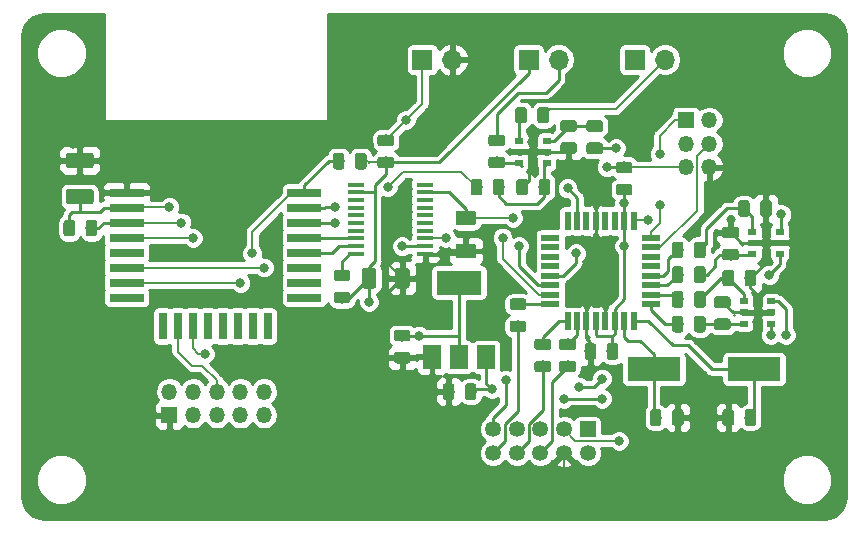
<source format=gbr>
G04 #@! TF.GenerationSoftware,KiCad,Pcbnew,5.0.2+dfsg1-1*
G04 #@! TF.CreationDate,2021-10-10T22:00:12+03:00*
G04 #@! TF.ProjectId,Brizer-ZigBee,4272697a-6572-42d5-9a69-674265652e6b,rev?*
G04 #@! TF.SameCoordinates,Original*
G04 #@! TF.FileFunction,Copper,L1,Top*
G04 #@! TF.FilePolarity,Positive*
%FSLAX46Y46*%
G04 Gerber Fmt 4.6, Leading zero omitted, Abs format (unit mm)*
G04 Created by KiCad (PCBNEW 5.0.2+dfsg1-1) date Вс 10 окт 2021 22:00:12*
%MOMM*%
%LPD*%
G01*
G04 APERTURE LIST*
G04 #@! TA.AperFunction,SMDPad,CuDef*
%ADD10R,4.500000X2.000000*%
G04 #@! TD*
G04 #@! TA.AperFunction,ComponentPad*
%ADD11O,1.350000X1.350000*%
G04 #@! TD*
G04 #@! TA.AperFunction,ComponentPad*
%ADD12R,1.350000X1.350000*%
G04 #@! TD*
G04 #@! TA.AperFunction,SMDPad,CuDef*
%ADD13R,1.500000X2.000000*%
G04 #@! TD*
G04 #@! TA.AperFunction,SMDPad,CuDef*
%ADD14R,3.800000X2.000000*%
G04 #@! TD*
G04 #@! TA.AperFunction,SMDPad,CuDef*
%ADD15R,0.700000X0.510000*%
G04 #@! TD*
G04 #@! TA.AperFunction,Conductor*
%ADD16C,0.050000*%
G04 #@! TD*
G04 #@! TA.AperFunction,SMDPad,CuDef*
%ADD17C,1.325000*%
G04 #@! TD*
G04 #@! TA.AperFunction,SMDPad,CuDef*
%ADD18C,1.250000*%
G04 #@! TD*
G04 #@! TA.AperFunction,SMDPad,CuDef*
%ADD19C,0.975000*%
G04 #@! TD*
G04 #@! TA.AperFunction,ComponentPad*
%ADD20C,1.350000*%
G04 #@! TD*
G04 #@! TA.AperFunction,SMDPad,CuDef*
%ADD21R,2.950000X0.700000*%
G04 #@! TD*
G04 #@! TA.AperFunction,SMDPad,CuDef*
%ADD22R,0.700000X2.290000*%
G04 #@! TD*
G04 #@! TA.AperFunction,ComponentPad*
%ADD23O,1.700000X1.700000*%
G04 #@! TD*
G04 #@! TA.AperFunction,ComponentPad*
%ADD24R,1.700000X1.700000*%
G04 #@! TD*
G04 #@! TA.AperFunction,SMDPad,CuDef*
%ADD25R,1.600000X0.550000*%
G04 #@! TD*
G04 #@! TA.AperFunction,SMDPad,CuDef*
%ADD26R,0.550000X1.600000*%
G04 #@! TD*
G04 #@! TA.AperFunction,SMDPad,CuDef*
%ADD27R,1.450000X0.450000*%
G04 #@! TD*
G04 #@! TA.AperFunction,ViaPad*
%ADD28C,0.800000*%
G04 #@! TD*
G04 #@! TA.AperFunction,Conductor*
%ADD29C,0.250000*%
G04 #@! TD*
G04 #@! TA.AperFunction,Conductor*
%ADD30C,0.200000*%
G04 #@! TD*
G04 APERTURE END LIST*
D10*
G04 #@! TO.P,Y1,2*
G04 #@! TO.N,Net-(C2-Pad1)*
X177100000Y-100200000D03*
G04 #@! TO.P,Y1,1*
G04 #@! TO.N,Net-(C1-Pad2)*
X168600000Y-100200000D03*
G04 #@! TD*
D11*
G04 #@! TO.P,J3,6*
G04 #@! TO.N,GND*
X173300000Y-83100000D03*
G04 #@! TO.P,J3,5*
G04 #@! TO.N,/AVR_RESET*
X171300000Y-83100000D03*
G04 #@! TO.P,J3,4*
G04 #@! TO.N,/AVR_MOSI*
X173300000Y-81100000D03*
G04 #@! TO.P,J3,3*
G04 #@! TO.N,/AVR_SCK*
X171300000Y-81100000D03*
G04 #@! TO.P,J3,2*
G04 #@! TO.N,+5V*
X173300000Y-79100000D03*
D12*
G04 #@! TO.P,J3,1*
G04 #@! TO.N,/AVR_MISO*
X171300000Y-79100000D03*
G04 #@! TD*
D11*
G04 #@! TO.P,J4,10*
G04 #@! TO.N,/CC2530_MISO*
X135600000Y-102100000D03*
G04 #@! TO.P,J4,9*
G04 #@! TO.N,Net-(J4-Pad9)*
X135600000Y-104100000D03*
G04 #@! TO.P,J4,8*
G04 #@! TO.N,/CC2530_MOSI*
X133600000Y-102100000D03*
G04 #@! TO.P,J4,7*
G04 #@! TO.N,/CC2530_RESET*
X133600000Y-104100000D03*
G04 #@! TO.P,J4,6*
G04 #@! TO.N,/CC2530_SCK*
X131600000Y-102100000D03*
G04 #@! TO.P,J4,5*
G04 #@! TO.N,/CC2530_CSN*
X131600000Y-104100000D03*
G04 #@! TO.P,J4,4*
G04 #@! TO.N,/CC2530_DD*
X129600000Y-102100000D03*
G04 #@! TO.P,J4,3*
G04 #@! TO.N,/CC2530_DC*
X129600000Y-104100000D03*
G04 #@! TO.P,J4,2*
G04 #@! TO.N,+3V3*
X127600000Y-102100000D03*
D12*
G04 #@! TO.P,J4,1*
G04 #@! TO.N,GND*
X127600000Y-104100000D03*
G04 #@! TD*
D13*
G04 #@! TO.P,U4,1*
G04 #@! TO.N,GND*
X149824088Y-99169033D03*
G04 #@! TO.P,U4,3*
G04 #@! TO.N,+5V*
X154424088Y-99169033D03*
G04 #@! TO.P,U4,2*
G04 #@! TO.N,+3V3*
X152124088Y-99169033D03*
D14*
X152124088Y-92869033D03*
G04 #@! TD*
D15*
G04 #@! TO.P,Q3,6*
G04 #@! TO.N,Net-(Q3-Pad6)*
X157216969Y-82752419D03*
G04 #@! TO.P,Q3,5*
G04 #@! TO.N,GND*
X157216969Y-81802419D03*
G04 #@! TO.P,Q3,4*
G04 #@! TO.N,Net-(Q3-Pad4)*
X157216969Y-80852419D03*
G04 #@! TO.P,Q3,3*
G04 #@! TO.N,Net-(Q3-Pad3)*
X159536969Y-80852419D03*
G04 #@! TO.P,Q3,2*
G04 #@! TO.N,GND*
X159536969Y-81802419D03*
G04 #@! TO.P,Q3,1*
G04 #@! TO.N,Net-(Q3-Pad1)*
X159536969Y-82752419D03*
G04 #@! TD*
G04 #@! TO.P,Q1,1*
G04 #@! TO.N,Net-(Q1-Pad1)*
X176240000Y-94450000D03*
G04 #@! TO.P,Q1,2*
G04 #@! TO.N,GND*
X176240000Y-95400000D03*
G04 #@! TO.P,Q1,3*
G04 #@! TO.N,Net-(Q1-Pad3)*
X176240000Y-96350000D03*
G04 #@! TO.P,Q1,4*
G04 #@! TO.N,/PWR_BTN*
X178560000Y-96350000D03*
G04 #@! TO.P,Q1,5*
G04 #@! TO.N,GND*
X178560000Y-95400000D03*
G04 #@! TO.P,Q1,6*
G04 #@! TO.N,/DOWN_BTN*
X178560000Y-94450000D03*
G04 #@! TD*
G04 #@! TO.P,Q2,6*
G04 #@! TO.N,/SET_BTN*
X179260000Y-88550000D03*
G04 #@! TO.P,Q2,5*
G04 #@! TO.N,GND*
X179260000Y-89500000D03*
G04 #@! TO.P,Q2,4*
G04 #@! TO.N,/UP_BTN*
X179260000Y-90450000D03*
G04 #@! TO.P,Q2,3*
G04 #@! TO.N,Net-(Q2-Pad3)*
X176940000Y-90450000D03*
G04 #@! TO.P,Q2,2*
G04 #@! TO.N,GND*
X176940000Y-89500000D03*
G04 #@! TO.P,Q2,1*
G04 #@! TO.N,Net-(Q2-Pad1)*
X176940000Y-88550000D03*
G04 #@! TD*
D16*
G04 #@! TO.N,+3V3*
G04 #@! TO.C,C6*
G36*
X120949505Y-84938704D02*
X120973773Y-84942304D01*
X120997572Y-84948265D01*
X121020671Y-84956530D01*
X121042850Y-84967020D01*
X121063893Y-84979632D01*
X121083599Y-84994247D01*
X121101777Y-85010723D01*
X121118253Y-85028901D01*
X121132868Y-85048607D01*
X121145480Y-85069650D01*
X121155970Y-85091829D01*
X121164235Y-85114928D01*
X121170196Y-85138727D01*
X121173796Y-85162995D01*
X121175000Y-85187499D01*
X121175000Y-86012501D01*
X121173796Y-86037005D01*
X121170196Y-86061273D01*
X121164235Y-86085072D01*
X121155970Y-86108171D01*
X121145480Y-86130350D01*
X121132868Y-86151393D01*
X121118253Y-86171099D01*
X121101777Y-86189277D01*
X121083599Y-86205753D01*
X121063893Y-86220368D01*
X121042850Y-86232980D01*
X121020671Y-86243470D01*
X120997572Y-86251735D01*
X120973773Y-86257696D01*
X120949505Y-86261296D01*
X120925001Y-86262500D01*
X119074999Y-86262500D01*
X119050495Y-86261296D01*
X119026227Y-86257696D01*
X119002428Y-86251735D01*
X118979329Y-86243470D01*
X118957150Y-86232980D01*
X118936107Y-86220368D01*
X118916401Y-86205753D01*
X118898223Y-86189277D01*
X118881747Y-86171099D01*
X118867132Y-86151393D01*
X118854520Y-86130350D01*
X118844030Y-86108171D01*
X118835765Y-86085072D01*
X118829804Y-86061273D01*
X118826204Y-86037005D01*
X118825000Y-86012501D01*
X118825000Y-85187499D01*
X118826204Y-85162995D01*
X118829804Y-85138727D01*
X118835765Y-85114928D01*
X118844030Y-85091829D01*
X118854520Y-85069650D01*
X118867132Y-85048607D01*
X118881747Y-85028901D01*
X118898223Y-85010723D01*
X118916401Y-84994247D01*
X118936107Y-84979632D01*
X118957150Y-84967020D01*
X118979329Y-84956530D01*
X119002428Y-84948265D01*
X119026227Y-84942304D01*
X119050495Y-84938704D01*
X119074999Y-84937500D01*
X120925001Y-84937500D01*
X120949505Y-84938704D01*
X120949505Y-84938704D01*
G37*
D17*
G04 #@! TD*
G04 #@! TO.P,C6,1*
G04 #@! TO.N,+3V3*
X120000000Y-85600000D03*
D16*
G04 #@! TO.N,GND*
G04 #@! TO.C,C6*
G36*
X120949505Y-81863704D02*
X120973773Y-81867304D01*
X120997572Y-81873265D01*
X121020671Y-81881530D01*
X121042850Y-81892020D01*
X121063893Y-81904632D01*
X121083599Y-81919247D01*
X121101777Y-81935723D01*
X121118253Y-81953901D01*
X121132868Y-81973607D01*
X121145480Y-81994650D01*
X121155970Y-82016829D01*
X121164235Y-82039928D01*
X121170196Y-82063727D01*
X121173796Y-82087995D01*
X121175000Y-82112499D01*
X121175000Y-82937501D01*
X121173796Y-82962005D01*
X121170196Y-82986273D01*
X121164235Y-83010072D01*
X121155970Y-83033171D01*
X121145480Y-83055350D01*
X121132868Y-83076393D01*
X121118253Y-83096099D01*
X121101777Y-83114277D01*
X121083599Y-83130753D01*
X121063893Y-83145368D01*
X121042850Y-83157980D01*
X121020671Y-83168470D01*
X120997572Y-83176735D01*
X120973773Y-83182696D01*
X120949505Y-83186296D01*
X120925001Y-83187500D01*
X119074999Y-83187500D01*
X119050495Y-83186296D01*
X119026227Y-83182696D01*
X119002428Y-83176735D01*
X118979329Y-83168470D01*
X118957150Y-83157980D01*
X118936107Y-83145368D01*
X118916401Y-83130753D01*
X118898223Y-83114277D01*
X118881747Y-83096099D01*
X118867132Y-83076393D01*
X118854520Y-83055350D01*
X118844030Y-83033171D01*
X118835765Y-83010072D01*
X118829804Y-82986273D01*
X118826204Y-82962005D01*
X118825000Y-82937501D01*
X118825000Y-82112499D01*
X118826204Y-82087995D01*
X118829804Y-82063727D01*
X118835765Y-82039928D01*
X118844030Y-82016829D01*
X118854520Y-81994650D01*
X118867132Y-81973607D01*
X118881747Y-81953901D01*
X118898223Y-81935723D01*
X118916401Y-81919247D01*
X118936107Y-81904632D01*
X118957150Y-81892020D01*
X118979329Y-81881530D01*
X119002428Y-81873265D01*
X119026227Y-81867304D01*
X119050495Y-81863704D01*
X119074999Y-81862500D01*
X120925001Y-81862500D01*
X120949505Y-81863704D01*
X120949505Y-81863704D01*
G37*
D17*
G04 #@! TD*
G04 #@! TO.P,C6,2*
G04 #@! TO.N,GND*
X120000000Y-82525000D03*
D16*
G04 #@! TO.N,+5V*
G04 #@! TO.C,C4*
G36*
X153349504Y-86776204D02*
X153373773Y-86779804D01*
X153397571Y-86785765D01*
X153420671Y-86794030D01*
X153442849Y-86804520D01*
X153463893Y-86817133D01*
X153483598Y-86831747D01*
X153501777Y-86848223D01*
X153518253Y-86866402D01*
X153532867Y-86886107D01*
X153545480Y-86907151D01*
X153555970Y-86929329D01*
X153564235Y-86952429D01*
X153570196Y-86976227D01*
X153573796Y-87000496D01*
X153575000Y-87025000D01*
X153575000Y-87775000D01*
X153573796Y-87799504D01*
X153570196Y-87823773D01*
X153564235Y-87847571D01*
X153555970Y-87870671D01*
X153545480Y-87892849D01*
X153532867Y-87913893D01*
X153518253Y-87933598D01*
X153501777Y-87951777D01*
X153483598Y-87968253D01*
X153463893Y-87982867D01*
X153442849Y-87995480D01*
X153420671Y-88005970D01*
X153397571Y-88014235D01*
X153373773Y-88020196D01*
X153349504Y-88023796D01*
X153325000Y-88025000D01*
X152075000Y-88025000D01*
X152050496Y-88023796D01*
X152026227Y-88020196D01*
X152002429Y-88014235D01*
X151979329Y-88005970D01*
X151957151Y-87995480D01*
X151936107Y-87982867D01*
X151916402Y-87968253D01*
X151898223Y-87951777D01*
X151881747Y-87933598D01*
X151867133Y-87913893D01*
X151854520Y-87892849D01*
X151844030Y-87870671D01*
X151835765Y-87847571D01*
X151829804Y-87823773D01*
X151826204Y-87799504D01*
X151825000Y-87775000D01*
X151825000Y-87025000D01*
X151826204Y-87000496D01*
X151829804Y-86976227D01*
X151835765Y-86952429D01*
X151844030Y-86929329D01*
X151854520Y-86907151D01*
X151867133Y-86886107D01*
X151881747Y-86866402D01*
X151898223Y-86848223D01*
X151916402Y-86831747D01*
X151936107Y-86817133D01*
X151957151Y-86804520D01*
X151979329Y-86794030D01*
X152002429Y-86785765D01*
X152026227Y-86779804D01*
X152050496Y-86776204D01*
X152075000Y-86775000D01*
X153325000Y-86775000D01*
X153349504Y-86776204D01*
X153349504Y-86776204D01*
G37*
D18*
G04 #@! TD*
G04 #@! TO.P,C4,1*
G04 #@! TO.N,+5V*
X152700000Y-87400000D03*
D16*
G04 #@! TO.N,GND*
G04 #@! TO.C,C4*
G36*
X153349504Y-89576204D02*
X153373773Y-89579804D01*
X153397571Y-89585765D01*
X153420671Y-89594030D01*
X153442849Y-89604520D01*
X153463893Y-89617133D01*
X153483598Y-89631747D01*
X153501777Y-89648223D01*
X153518253Y-89666402D01*
X153532867Y-89686107D01*
X153545480Y-89707151D01*
X153555970Y-89729329D01*
X153564235Y-89752429D01*
X153570196Y-89776227D01*
X153573796Y-89800496D01*
X153575000Y-89825000D01*
X153575000Y-90575000D01*
X153573796Y-90599504D01*
X153570196Y-90623773D01*
X153564235Y-90647571D01*
X153555970Y-90670671D01*
X153545480Y-90692849D01*
X153532867Y-90713893D01*
X153518253Y-90733598D01*
X153501777Y-90751777D01*
X153483598Y-90768253D01*
X153463893Y-90782867D01*
X153442849Y-90795480D01*
X153420671Y-90805970D01*
X153397571Y-90814235D01*
X153373773Y-90820196D01*
X153349504Y-90823796D01*
X153325000Y-90825000D01*
X152075000Y-90825000D01*
X152050496Y-90823796D01*
X152026227Y-90820196D01*
X152002429Y-90814235D01*
X151979329Y-90805970D01*
X151957151Y-90795480D01*
X151936107Y-90782867D01*
X151916402Y-90768253D01*
X151898223Y-90751777D01*
X151881747Y-90733598D01*
X151867133Y-90713893D01*
X151854520Y-90692849D01*
X151844030Y-90670671D01*
X151835765Y-90647571D01*
X151829804Y-90623773D01*
X151826204Y-90599504D01*
X151825000Y-90575000D01*
X151825000Y-89825000D01*
X151826204Y-89800496D01*
X151829804Y-89776227D01*
X151835765Y-89752429D01*
X151844030Y-89729329D01*
X151854520Y-89707151D01*
X151867133Y-89686107D01*
X151881747Y-89666402D01*
X151898223Y-89648223D01*
X151916402Y-89631747D01*
X151936107Y-89617133D01*
X151957151Y-89604520D01*
X151979329Y-89594030D01*
X152002429Y-89585765D01*
X152026227Y-89579804D01*
X152050496Y-89576204D01*
X152075000Y-89575000D01*
X153325000Y-89575000D01*
X153349504Y-89576204D01*
X153349504Y-89576204D01*
G37*
D18*
G04 #@! TD*
G04 #@! TO.P,C4,2*
G04 #@! TO.N,GND*
X152700000Y-90200000D03*
D16*
G04 #@! TO.N,+3V3*
G04 #@! TO.C,C5*
G36*
X144899504Y-91626204D02*
X144923773Y-91629804D01*
X144947571Y-91635765D01*
X144970671Y-91644030D01*
X144992849Y-91654520D01*
X145013893Y-91667133D01*
X145033598Y-91681747D01*
X145051777Y-91698223D01*
X145068253Y-91716402D01*
X145082867Y-91736107D01*
X145095480Y-91757151D01*
X145105970Y-91779329D01*
X145114235Y-91802429D01*
X145120196Y-91826227D01*
X145123796Y-91850496D01*
X145125000Y-91875000D01*
X145125000Y-93125000D01*
X145123796Y-93149504D01*
X145120196Y-93173773D01*
X145114235Y-93197571D01*
X145105970Y-93220671D01*
X145095480Y-93242849D01*
X145082867Y-93263893D01*
X145068253Y-93283598D01*
X145051777Y-93301777D01*
X145033598Y-93318253D01*
X145013893Y-93332867D01*
X144992849Y-93345480D01*
X144970671Y-93355970D01*
X144947571Y-93364235D01*
X144923773Y-93370196D01*
X144899504Y-93373796D01*
X144875000Y-93375000D01*
X144125000Y-93375000D01*
X144100496Y-93373796D01*
X144076227Y-93370196D01*
X144052429Y-93364235D01*
X144029329Y-93355970D01*
X144007151Y-93345480D01*
X143986107Y-93332867D01*
X143966402Y-93318253D01*
X143948223Y-93301777D01*
X143931747Y-93283598D01*
X143917133Y-93263893D01*
X143904520Y-93242849D01*
X143894030Y-93220671D01*
X143885765Y-93197571D01*
X143879804Y-93173773D01*
X143876204Y-93149504D01*
X143875000Y-93125000D01*
X143875000Y-91875000D01*
X143876204Y-91850496D01*
X143879804Y-91826227D01*
X143885765Y-91802429D01*
X143894030Y-91779329D01*
X143904520Y-91757151D01*
X143917133Y-91736107D01*
X143931747Y-91716402D01*
X143948223Y-91698223D01*
X143966402Y-91681747D01*
X143986107Y-91667133D01*
X144007151Y-91654520D01*
X144029329Y-91644030D01*
X144052429Y-91635765D01*
X144076227Y-91629804D01*
X144100496Y-91626204D01*
X144125000Y-91625000D01*
X144875000Y-91625000D01*
X144899504Y-91626204D01*
X144899504Y-91626204D01*
G37*
D18*
G04 #@! TD*
G04 #@! TO.P,C5,1*
G04 #@! TO.N,+3V3*
X144500000Y-92500000D03*
D16*
G04 #@! TO.N,GND*
G04 #@! TO.C,C5*
G36*
X147699504Y-91626204D02*
X147723773Y-91629804D01*
X147747571Y-91635765D01*
X147770671Y-91644030D01*
X147792849Y-91654520D01*
X147813893Y-91667133D01*
X147833598Y-91681747D01*
X147851777Y-91698223D01*
X147868253Y-91716402D01*
X147882867Y-91736107D01*
X147895480Y-91757151D01*
X147905970Y-91779329D01*
X147914235Y-91802429D01*
X147920196Y-91826227D01*
X147923796Y-91850496D01*
X147925000Y-91875000D01*
X147925000Y-93125000D01*
X147923796Y-93149504D01*
X147920196Y-93173773D01*
X147914235Y-93197571D01*
X147905970Y-93220671D01*
X147895480Y-93242849D01*
X147882867Y-93263893D01*
X147868253Y-93283598D01*
X147851777Y-93301777D01*
X147833598Y-93318253D01*
X147813893Y-93332867D01*
X147792849Y-93345480D01*
X147770671Y-93355970D01*
X147747571Y-93364235D01*
X147723773Y-93370196D01*
X147699504Y-93373796D01*
X147675000Y-93375000D01*
X146925000Y-93375000D01*
X146900496Y-93373796D01*
X146876227Y-93370196D01*
X146852429Y-93364235D01*
X146829329Y-93355970D01*
X146807151Y-93345480D01*
X146786107Y-93332867D01*
X146766402Y-93318253D01*
X146748223Y-93301777D01*
X146731747Y-93283598D01*
X146717133Y-93263893D01*
X146704520Y-93242849D01*
X146694030Y-93220671D01*
X146685765Y-93197571D01*
X146679804Y-93173773D01*
X146676204Y-93149504D01*
X146675000Y-93125000D01*
X146675000Y-91875000D01*
X146676204Y-91850496D01*
X146679804Y-91826227D01*
X146685765Y-91802429D01*
X146694030Y-91779329D01*
X146704520Y-91757151D01*
X146717133Y-91736107D01*
X146731747Y-91716402D01*
X146748223Y-91698223D01*
X146766402Y-91681747D01*
X146786107Y-91667133D01*
X146807151Y-91654520D01*
X146829329Y-91644030D01*
X146852429Y-91635765D01*
X146876227Y-91629804D01*
X146900496Y-91626204D01*
X146925000Y-91625000D01*
X147675000Y-91625000D01*
X147699504Y-91626204D01*
X147699504Y-91626204D01*
G37*
D18*
G04 #@! TD*
G04 #@! TO.P,C5,2*
G04 #@! TO.N,GND*
X147300000Y-92500000D03*
D16*
G04 #@! TO.N,GND*
G04 #@! TO.C,C1*
G36*
X170905142Y-103601174D02*
X170928803Y-103604684D01*
X170952007Y-103610496D01*
X170974529Y-103618554D01*
X170996153Y-103628782D01*
X171016670Y-103641079D01*
X171035883Y-103655329D01*
X171053607Y-103671393D01*
X171069671Y-103689117D01*
X171083921Y-103708330D01*
X171096218Y-103728847D01*
X171106446Y-103750471D01*
X171114504Y-103772993D01*
X171120316Y-103796197D01*
X171123826Y-103819858D01*
X171125000Y-103843750D01*
X171125000Y-104756250D01*
X171123826Y-104780142D01*
X171120316Y-104803803D01*
X171114504Y-104827007D01*
X171106446Y-104849529D01*
X171096218Y-104871153D01*
X171083921Y-104891670D01*
X171069671Y-104910883D01*
X171053607Y-104928607D01*
X171035883Y-104944671D01*
X171016670Y-104958921D01*
X170996153Y-104971218D01*
X170974529Y-104981446D01*
X170952007Y-104989504D01*
X170928803Y-104995316D01*
X170905142Y-104998826D01*
X170881250Y-105000000D01*
X170393750Y-105000000D01*
X170369858Y-104998826D01*
X170346197Y-104995316D01*
X170322993Y-104989504D01*
X170300471Y-104981446D01*
X170278847Y-104971218D01*
X170258330Y-104958921D01*
X170239117Y-104944671D01*
X170221393Y-104928607D01*
X170205329Y-104910883D01*
X170191079Y-104891670D01*
X170178782Y-104871153D01*
X170168554Y-104849529D01*
X170160496Y-104827007D01*
X170154684Y-104803803D01*
X170151174Y-104780142D01*
X170150000Y-104756250D01*
X170150000Y-103843750D01*
X170151174Y-103819858D01*
X170154684Y-103796197D01*
X170160496Y-103772993D01*
X170168554Y-103750471D01*
X170178782Y-103728847D01*
X170191079Y-103708330D01*
X170205329Y-103689117D01*
X170221393Y-103671393D01*
X170239117Y-103655329D01*
X170258330Y-103641079D01*
X170278847Y-103628782D01*
X170300471Y-103618554D01*
X170322993Y-103610496D01*
X170346197Y-103604684D01*
X170369858Y-103601174D01*
X170393750Y-103600000D01*
X170881250Y-103600000D01*
X170905142Y-103601174D01*
X170905142Y-103601174D01*
G37*
D19*
G04 #@! TD*
G04 #@! TO.P,C1,1*
G04 #@! TO.N,GND*
X170637500Y-104300000D03*
D16*
G04 #@! TO.N,Net-(C1-Pad2)*
G04 #@! TO.C,C1*
G36*
X169030142Y-103601174D02*
X169053803Y-103604684D01*
X169077007Y-103610496D01*
X169099529Y-103618554D01*
X169121153Y-103628782D01*
X169141670Y-103641079D01*
X169160883Y-103655329D01*
X169178607Y-103671393D01*
X169194671Y-103689117D01*
X169208921Y-103708330D01*
X169221218Y-103728847D01*
X169231446Y-103750471D01*
X169239504Y-103772993D01*
X169245316Y-103796197D01*
X169248826Y-103819858D01*
X169250000Y-103843750D01*
X169250000Y-104756250D01*
X169248826Y-104780142D01*
X169245316Y-104803803D01*
X169239504Y-104827007D01*
X169231446Y-104849529D01*
X169221218Y-104871153D01*
X169208921Y-104891670D01*
X169194671Y-104910883D01*
X169178607Y-104928607D01*
X169160883Y-104944671D01*
X169141670Y-104958921D01*
X169121153Y-104971218D01*
X169099529Y-104981446D01*
X169077007Y-104989504D01*
X169053803Y-104995316D01*
X169030142Y-104998826D01*
X169006250Y-105000000D01*
X168518750Y-105000000D01*
X168494858Y-104998826D01*
X168471197Y-104995316D01*
X168447993Y-104989504D01*
X168425471Y-104981446D01*
X168403847Y-104971218D01*
X168383330Y-104958921D01*
X168364117Y-104944671D01*
X168346393Y-104928607D01*
X168330329Y-104910883D01*
X168316079Y-104891670D01*
X168303782Y-104871153D01*
X168293554Y-104849529D01*
X168285496Y-104827007D01*
X168279684Y-104803803D01*
X168276174Y-104780142D01*
X168275000Y-104756250D01*
X168275000Y-103843750D01*
X168276174Y-103819858D01*
X168279684Y-103796197D01*
X168285496Y-103772993D01*
X168293554Y-103750471D01*
X168303782Y-103728847D01*
X168316079Y-103708330D01*
X168330329Y-103689117D01*
X168346393Y-103671393D01*
X168364117Y-103655329D01*
X168383330Y-103641079D01*
X168403847Y-103628782D01*
X168425471Y-103618554D01*
X168447993Y-103610496D01*
X168471197Y-103604684D01*
X168494858Y-103601174D01*
X168518750Y-103600000D01*
X169006250Y-103600000D01*
X169030142Y-103601174D01*
X169030142Y-103601174D01*
G37*
D19*
G04 #@! TD*
G04 #@! TO.P,C1,2*
G04 #@! TO.N,Net-(C1-Pad2)*
X168762500Y-104300000D03*
D16*
G04 #@! TO.N,+5V*
G04 #@! TO.C,C3*
G36*
X165367642Y-98001174D02*
X165391303Y-98004684D01*
X165414507Y-98010496D01*
X165437029Y-98018554D01*
X165458653Y-98028782D01*
X165479170Y-98041079D01*
X165498383Y-98055329D01*
X165516107Y-98071393D01*
X165532171Y-98089117D01*
X165546421Y-98108330D01*
X165558718Y-98128847D01*
X165568946Y-98150471D01*
X165577004Y-98172993D01*
X165582816Y-98196197D01*
X165586326Y-98219858D01*
X165587500Y-98243750D01*
X165587500Y-99156250D01*
X165586326Y-99180142D01*
X165582816Y-99203803D01*
X165577004Y-99227007D01*
X165568946Y-99249529D01*
X165558718Y-99271153D01*
X165546421Y-99291670D01*
X165532171Y-99310883D01*
X165516107Y-99328607D01*
X165498383Y-99344671D01*
X165479170Y-99358921D01*
X165458653Y-99371218D01*
X165437029Y-99381446D01*
X165414507Y-99389504D01*
X165391303Y-99395316D01*
X165367642Y-99398826D01*
X165343750Y-99400000D01*
X164856250Y-99400000D01*
X164832358Y-99398826D01*
X164808697Y-99395316D01*
X164785493Y-99389504D01*
X164762971Y-99381446D01*
X164741347Y-99371218D01*
X164720830Y-99358921D01*
X164701617Y-99344671D01*
X164683893Y-99328607D01*
X164667829Y-99310883D01*
X164653579Y-99291670D01*
X164641282Y-99271153D01*
X164631054Y-99249529D01*
X164622996Y-99227007D01*
X164617184Y-99203803D01*
X164613674Y-99180142D01*
X164612500Y-99156250D01*
X164612500Y-98243750D01*
X164613674Y-98219858D01*
X164617184Y-98196197D01*
X164622996Y-98172993D01*
X164631054Y-98150471D01*
X164641282Y-98128847D01*
X164653579Y-98108330D01*
X164667829Y-98089117D01*
X164683893Y-98071393D01*
X164701617Y-98055329D01*
X164720830Y-98041079D01*
X164741347Y-98028782D01*
X164762971Y-98018554D01*
X164785493Y-98010496D01*
X164808697Y-98004684D01*
X164832358Y-98001174D01*
X164856250Y-98000000D01*
X165343750Y-98000000D01*
X165367642Y-98001174D01*
X165367642Y-98001174D01*
G37*
D19*
G04 #@! TD*
G04 #@! TO.P,C3,1*
G04 #@! TO.N,+5V*
X165100000Y-98700000D03*
D16*
G04 #@! TO.N,GND*
G04 #@! TO.C,C3*
G36*
X163492642Y-98001174D02*
X163516303Y-98004684D01*
X163539507Y-98010496D01*
X163562029Y-98018554D01*
X163583653Y-98028782D01*
X163604170Y-98041079D01*
X163623383Y-98055329D01*
X163641107Y-98071393D01*
X163657171Y-98089117D01*
X163671421Y-98108330D01*
X163683718Y-98128847D01*
X163693946Y-98150471D01*
X163702004Y-98172993D01*
X163707816Y-98196197D01*
X163711326Y-98219858D01*
X163712500Y-98243750D01*
X163712500Y-99156250D01*
X163711326Y-99180142D01*
X163707816Y-99203803D01*
X163702004Y-99227007D01*
X163693946Y-99249529D01*
X163683718Y-99271153D01*
X163671421Y-99291670D01*
X163657171Y-99310883D01*
X163641107Y-99328607D01*
X163623383Y-99344671D01*
X163604170Y-99358921D01*
X163583653Y-99371218D01*
X163562029Y-99381446D01*
X163539507Y-99389504D01*
X163516303Y-99395316D01*
X163492642Y-99398826D01*
X163468750Y-99400000D01*
X162981250Y-99400000D01*
X162957358Y-99398826D01*
X162933697Y-99395316D01*
X162910493Y-99389504D01*
X162887971Y-99381446D01*
X162866347Y-99371218D01*
X162845830Y-99358921D01*
X162826617Y-99344671D01*
X162808893Y-99328607D01*
X162792829Y-99310883D01*
X162778579Y-99291670D01*
X162766282Y-99271153D01*
X162756054Y-99249529D01*
X162747996Y-99227007D01*
X162742184Y-99203803D01*
X162738674Y-99180142D01*
X162737500Y-99156250D01*
X162737500Y-98243750D01*
X162738674Y-98219858D01*
X162742184Y-98196197D01*
X162747996Y-98172993D01*
X162756054Y-98150471D01*
X162766282Y-98128847D01*
X162778579Y-98108330D01*
X162792829Y-98089117D01*
X162808893Y-98071393D01*
X162826617Y-98055329D01*
X162845830Y-98041079D01*
X162866347Y-98028782D01*
X162887971Y-98018554D01*
X162910493Y-98010496D01*
X162933697Y-98004684D01*
X162957358Y-98001174D01*
X162981250Y-98000000D01*
X163468750Y-98000000D01*
X163492642Y-98001174D01*
X163492642Y-98001174D01*
G37*
D19*
G04 #@! TD*
G04 #@! TO.P,C3,2*
G04 #@! TO.N,GND*
X163225000Y-98700000D03*
D16*
G04 #@! TO.N,+5V*
G04 #@! TO.C,C7*
G36*
X153367642Y-101401174D02*
X153391303Y-101404684D01*
X153414507Y-101410496D01*
X153437029Y-101418554D01*
X153458653Y-101428782D01*
X153479170Y-101441079D01*
X153498383Y-101455329D01*
X153516107Y-101471393D01*
X153532171Y-101489117D01*
X153546421Y-101508330D01*
X153558718Y-101528847D01*
X153568946Y-101550471D01*
X153577004Y-101572993D01*
X153582816Y-101596197D01*
X153586326Y-101619858D01*
X153587500Y-101643750D01*
X153587500Y-102556250D01*
X153586326Y-102580142D01*
X153582816Y-102603803D01*
X153577004Y-102627007D01*
X153568946Y-102649529D01*
X153558718Y-102671153D01*
X153546421Y-102691670D01*
X153532171Y-102710883D01*
X153516107Y-102728607D01*
X153498383Y-102744671D01*
X153479170Y-102758921D01*
X153458653Y-102771218D01*
X153437029Y-102781446D01*
X153414507Y-102789504D01*
X153391303Y-102795316D01*
X153367642Y-102798826D01*
X153343750Y-102800000D01*
X152856250Y-102800000D01*
X152832358Y-102798826D01*
X152808697Y-102795316D01*
X152785493Y-102789504D01*
X152762971Y-102781446D01*
X152741347Y-102771218D01*
X152720830Y-102758921D01*
X152701617Y-102744671D01*
X152683893Y-102728607D01*
X152667829Y-102710883D01*
X152653579Y-102691670D01*
X152641282Y-102671153D01*
X152631054Y-102649529D01*
X152622996Y-102627007D01*
X152617184Y-102603803D01*
X152613674Y-102580142D01*
X152612500Y-102556250D01*
X152612500Y-101643750D01*
X152613674Y-101619858D01*
X152617184Y-101596197D01*
X152622996Y-101572993D01*
X152631054Y-101550471D01*
X152641282Y-101528847D01*
X152653579Y-101508330D01*
X152667829Y-101489117D01*
X152683893Y-101471393D01*
X152701617Y-101455329D01*
X152720830Y-101441079D01*
X152741347Y-101428782D01*
X152762971Y-101418554D01*
X152785493Y-101410496D01*
X152808697Y-101404684D01*
X152832358Y-101401174D01*
X152856250Y-101400000D01*
X153343750Y-101400000D01*
X153367642Y-101401174D01*
X153367642Y-101401174D01*
G37*
D19*
G04 #@! TD*
G04 #@! TO.P,C7,1*
G04 #@! TO.N,+5V*
X153100000Y-102100000D03*
D16*
G04 #@! TO.N,GND*
G04 #@! TO.C,C7*
G36*
X151492642Y-101401174D02*
X151516303Y-101404684D01*
X151539507Y-101410496D01*
X151562029Y-101418554D01*
X151583653Y-101428782D01*
X151604170Y-101441079D01*
X151623383Y-101455329D01*
X151641107Y-101471393D01*
X151657171Y-101489117D01*
X151671421Y-101508330D01*
X151683718Y-101528847D01*
X151693946Y-101550471D01*
X151702004Y-101572993D01*
X151707816Y-101596197D01*
X151711326Y-101619858D01*
X151712500Y-101643750D01*
X151712500Y-102556250D01*
X151711326Y-102580142D01*
X151707816Y-102603803D01*
X151702004Y-102627007D01*
X151693946Y-102649529D01*
X151683718Y-102671153D01*
X151671421Y-102691670D01*
X151657171Y-102710883D01*
X151641107Y-102728607D01*
X151623383Y-102744671D01*
X151604170Y-102758921D01*
X151583653Y-102771218D01*
X151562029Y-102781446D01*
X151539507Y-102789504D01*
X151516303Y-102795316D01*
X151492642Y-102798826D01*
X151468750Y-102800000D01*
X150981250Y-102800000D01*
X150957358Y-102798826D01*
X150933697Y-102795316D01*
X150910493Y-102789504D01*
X150887971Y-102781446D01*
X150866347Y-102771218D01*
X150845830Y-102758921D01*
X150826617Y-102744671D01*
X150808893Y-102728607D01*
X150792829Y-102710883D01*
X150778579Y-102691670D01*
X150766282Y-102671153D01*
X150756054Y-102649529D01*
X150747996Y-102627007D01*
X150742184Y-102603803D01*
X150738674Y-102580142D01*
X150737500Y-102556250D01*
X150737500Y-101643750D01*
X150738674Y-101619858D01*
X150742184Y-101596197D01*
X150747996Y-101572993D01*
X150756054Y-101550471D01*
X150766282Y-101528847D01*
X150778579Y-101508330D01*
X150792829Y-101489117D01*
X150808893Y-101471393D01*
X150826617Y-101455329D01*
X150845830Y-101441079D01*
X150866347Y-101428782D01*
X150887971Y-101418554D01*
X150910493Y-101410496D01*
X150933697Y-101404684D01*
X150957358Y-101401174D01*
X150981250Y-101400000D01*
X151468750Y-101400000D01*
X151492642Y-101401174D01*
X151492642Y-101401174D01*
G37*
D19*
G04 #@! TD*
G04 #@! TO.P,C7,2*
G04 #@! TO.N,GND*
X151225000Y-102100000D03*
D16*
G04 #@! TO.N,+3V3*
G04 #@! TO.C,C8*
G36*
X147780142Y-96876174D02*
X147803803Y-96879684D01*
X147827007Y-96885496D01*
X147849529Y-96893554D01*
X147871153Y-96903782D01*
X147891670Y-96916079D01*
X147910883Y-96930329D01*
X147928607Y-96946393D01*
X147944671Y-96964117D01*
X147958921Y-96983330D01*
X147971218Y-97003847D01*
X147981446Y-97025471D01*
X147989504Y-97047993D01*
X147995316Y-97071197D01*
X147998826Y-97094858D01*
X148000000Y-97118750D01*
X148000000Y-97606250D01*
X147998826Y-97630142D01*
X147995316Y-97653803D01*
X147989504Y-97677007D01*
X147981446Y-97699529D01*
X147971218Y-97721153D01*
X147958921Y-97741670D01*
X147944671Y-97760883D01*
X147928607Y-97778607D01*
X147910883Y-97794671D01*
X147891670Y-97808921D01*
X147871153Y-97821218D01*
X147849529Y-97831446D01*
X147827007Y-97839504D01*
X147803803Y-97845316D01*
X147780142Y-97848826D01*
X147756250Y-97850000D01*
X146843750Y-97850000D01*
X146819858Y-97848826D01*
X146796197Y-97845316D01*
X146772993Y-97839504D01*
X146750471Y-97831446D01*
X146728847Y-97821218D01*
X146708330Y-97808921D01*
X146689117Y-97794671D01*
X146671393Y-97778607D01*
X146655329Y-97760883D01*
X146641079Y-97741670D01*
X146628782Y-97721153D01*
X146618554Y-97699529D01*
X146610496Y-97677007D01*
X146604684Y-97653803D01*
X146601174Y-97630142D01*
X146600000Y-97606250D01*
X146600000Y-97118750D01*
X146601174Y-97094858D01*
X146604684Y-97071197D01*
X146610496Y-97047993D01*
X146618554Y-97025471D01*
X146628782Y-97003847D01*
X146641079Y-96983330D01*
X146655329Y-96964117D01*
X146671393Y-96946393D01*
X146689117Y-96930329D01*
X146708330Y-96916079D01*
X146728847Y-96903782D01*
X146750471Y-96893554D01*
X146772993Y-96885496D01*
X146796197Y-96879684D01*
X146819858Y-96876174D01*
X146843750Y-96875000D01*
X147756250Y-96875000D01*
X147780142Y-96876174D01*
X147780142Y-96876174D01*
G37*
D19*
G04 #@! TD*
G04 #@! TO.P,C8,1*
G04 #@! TO.N,+3V3*
X147300000Y-97362500D03*
D16*
G04 #@! TO.N,GND*
G04 #@! TO.C,C8*
G36*
X147780142Y-98751174D02*
X147803803Y-98754684D01*
X147827007Y-98760496D01*
X147849529Y-98768554D01*
X147871153Y-98778782D01*
X147891670Y-98791079D01*
X147910883Y-98805329D01*
X147928607Y-98821393D01*
X147944671Y-98839117D01*
X147958921Y-98858330D01*
X147971218Y-98878847D01*
X147981446Y-98900471D01*
X147989504Y-98922993D01*
X147995316Y-98946197D01*
X147998826Y-98969858D01*
X148000000Y-98993750D01*
X148000000Y-99481250D01*
X147998826Y-99505142D01*
X147995316Y-99528803D01*
X147989504Y-99552007D01*
X147981446Y-99574529D01*
X147971218Y-99596153D01*
X147958921Y-99616670D01*
X147944671Y-99635883D01*
X147928607Y-99653607D01*
X147910883Y-99669671D01*
X147891670Y-99683921D01*
X147871153Y-99696218D01*
X147849529Y-99706446D01*
X147827007Y-99714504D01*
X147803803Y-99720316D01*
X147780142Y-99723826D01*
X147756250Y-99725000D01*
X146843750Y-99725000D01*
X146819858Y-99723826D01*
X146796197Y-99720316D01*
X146772993Y-99714504D01*
X146750471Y-99706446D01*
X146728847Y-99696218D01*
X146708330Y-99683921D01*
X146689117Y-99669671D01*
X146671393Y-99653607D01*
X146655329Y-99635883D01*
X146641079Y-99616670D01*
X146628782Y-99596153D01*
X146618554Y-99574529D01*
X146610496Y-99552007D01*
X146604684Y-99528803D01*
X146601174Y-99505142D01*
X146600000Y-99481250D01*
X146600000Y-98993750D01*
X146601174Y-98969858D01*
X146604684Y-98946197D01*
X146610496Y-98922993D01*
X146618554Y-98900471D01*
X146628782Y-98878847D01*
X146641079Y-98858330D01*
X146655329Y-98839117D01*
X146671393Y-98821393D01*
X146689117Y-98805329D01*
X146708330Y-98791079D01*
X146728847Y-98778782D01*
X146750471Y-98768554D01*
X146772993Y-98760496D01*
X146796197Y-98754684D01*
X146819858Y-98751174D01*
X146843750Y-98750000D01*
X147756250Y-98750000D01*
X147780142Y-98751174D01*
X147780142Y-98751174D01*
G37*
D19*
G04 #@! TD*
G04 #@! TO.P,C8,2*
G04 #@! TO.N,GND*
X147300000Y-99237500D03*
D16*
G04 #@! TO.N,Net-(C2-Pad1)*
G04 #@! TO.C,C2*
G36*
X177042642Y-103601174D02*
X177066303Y-103604684D01*
X177089507Y-103610496D01*
X177112029Y-103618554D01*
X177133653Y-103628782D01*
X177154170Y-103641079D01*
X177173383Y-103655329D01*
X177191107Y-103671393D01*
X177207171Y-103689117D01*
X177221421Y-103708330D01*
X177233718Y-103728847D01*
X177243946Y-103750471D01*
X177252004Y-103772993D01*
X177257816Y-103796197D01*
X177261326Y-103819858D01*
X177262500Y-103843750D01*
X177262500Y-104756250D01*
X177261326Y-104780142D01*
X177257816Y-104803803D01*
X177252004Y-104827007D01*
X177243946Y-104849529D01*
X177233718Y-104871153D01*
X177221421Y-104891670D01*
X177207171Y-104910883D01*
X177191107Y-104928607D01*
X177173383Y-104944671D01*
X177154170Y-104958921D01*
X177133653Y-104971218D01*
X177112029Y-104981446D01*
X177089507Y-104989504D01*
X177066303Y-104995316D01*
X177042642Y-104998826D01*
X177018750Y-105000000D01*
X176531250Y-105000000D01*
X176507358Y-104998826D01*
X176483697Y-104995316D01*
X176460493Y-104989504D01*
X176437971Y-104981446D01*
X176416347Y-104971218D01*
X176395830Y-104958921D01*
X176376617Y-104944671D01*
X176358893Y-104928607D01*
X176342829Y-104910883D01*
X176328579Y-104891670D01*
X176316282Y-104871153D01*
X176306054Y-104849529D01*
X176297996Y-104827007D01*
X176292184Y-104803803D01*
X176288674Y-104780142D01*
X176287500Y-104756250D01*
X176287500Y-103843750D01*
X176288674Y-103819858D01*
X176292184Y-103796197D01*
X176297996Y-103772993D01*
X176306054Y-103750471D01*
X176316282Y-103728847D01*
X176328579Y-103708330D01*
X176342829Y-103689117D01*
X176358893Y-103671393D01*
X176376617Y-103655329D01*
X176395830Y-103641079D01*
X176416347Y-103628782D01*
X176437971Y-103618554D01*
X176460493Y-103610496D01*
X176483697Y-103604684D01*
X176507358Y-103601174D01*
X176531250Y-103600000D01*
X177018750Y-103600000D01*
X177042642Y-103601174D01*
X177042642Y-103601174D01*
G37*
D19*
G04 #@! TD*
G04 #@! TO.P,C2,1*
G04 #@! TO.N,Net-(C2-Pad1)*
X176775000Y-104300000D03*
D16*
G04 #@! TO.N,GND*
G04 #@! TO.C,C2*
G36*
X175167642Y-103601174D02*
X175191303Y-103604684D01*
X175214507Y-103610496D01*
X175237029Y-103618554D01*
X175258653Y-103628782D01*
X175279170Y-103641079D01*
X175298383Y-103655329D01*
X175316107Y-103671393D01*
X175332171Y-103689117D01*
X175346421Y-103708330D01*
X175358718Y-103728847D01*
X175368946Y-103750471D01*
X175377004Y-103772993D01*
X175382816Y-103796197D01*
X175386326Y-103819858D01*
X175387500Y-103843750D01*
X175387500Y-104756250D01*
X175386326Y-104780142D01*
X175382816Y-104803803D01*
X175377004Y-104827007D01*
X175368946Y-104849529D01*
X175358718Y-104871153D01*
X175346421Y-104891670D01*
X175332171Y-104910883D01*
X175316107Y-104928607D01*
X175298383Y-104944671D01*
X175279170Y-104958921D01*
X175258653Y-104971218D01*
X175237029Y-104981446D01*
X175214507Y-104989504D01*
X175191303Y-104995316D01*
X175167642Y-104998826D01*
X175143750Y-105000000D01*
X174656250Y-105000000D01*
X174632358Y-104998826D01*
X174608697Y-104995316D01*
X174585493Y-104989504D01*
X174562971Y-104981446D01*
X174541347Y-104971218D01*
X174520830Y-104958921D01*
X174501617Y-104944671D01*
X174483893Y-104928607D01*
X174467829Y-104910883D01*
X174453579Y-104891670D01*
X174441282Y-104871153D01*
X174431054Y-104849529D01*
X174422996Y-104827007D01*
X174417184Y-104803803D01*
X174413674Y-104780142D01*
X174412500Y-104756250D01*
X174412500Y-103843750D01*
X174413674Y-103819858D01*
X174417184Y-103796197D01*
X174422996Y-103772993D01*
X174431054Y-103750471D01*
X174441282Y-103728847D01*
X174453579Y-103708330D01*
X174467829Y-103689117D01*
X174483893Y-103671393D01*
X174501617Y-103655329D01*
X174520830Y-103641079D01*
X174541347Y-103628782D01*
X174562971Y-103618554D01*
X174585493Y-103610496D01*
X174608697Y-103604684D01*
X174632358Y-103601174D01*
X174656250Y-103600000D01*
X175143750Y-103600000D01*
X175167642Y-103601174D01*
X175167642Y-103601174D01*
G37*
D19*
G04 #@! TD*
G04 #@! TO.P,C2,2*
G04 #@! TO.N,GND*
X174900000Y-104300000D03*
D16*
G04 #@! TO.N,GND*
G04 #@! TO.C,R3*
G36*
X178367642Y-85901174D02*
X178391303Y-85904684D01*
X178414507Y-85910496D01*
X178437029Y-85918554D01*
X178458653Y-85928782D01*
X178479170Y-85941079D01*
X178498383Y-85955329D01*
X178516107Y-85971393D01*
X178532171Y-85989117D01*
X178546421Y-86008330D01*
X178558718Y-86028847D01*
X178568946Y-86050471D01*
X178577004Y-86072993D01*
X178582816Y-86096197D01*
X178586326Y-86119858D01*
X178587500Y-86143750D01*
X178587500Y-87056250D01*
X178586326Y-87080142D01*
X178582816Y-87103803D01*
X178577004Y-87127007D01*
X178568946Y-87149529D01*
X178558718Y-87171153D01*
X178546421Y-87191670D01*
X178532171Y-87210883D01*
X178516107Y-87228607D01*
X178498383Y-87244671D01*
X178479170Y-87258921D01*
X178458653Y-87271218D01*
X178437029Y-87281446D01*
X178414507Y-87289504D01*
X178391303Y-87295316D01*
X178367642Y-87298826D01*
X178343750Y-87300000D01*
X177856250Y-87300000D01*
X177832358Y-87298826D01*
X177808697Y-87295316D01*
X177785493Y-87289504D01*
X177762971Y-87281446D01*
X177741347Y-87271218D01*
X177720830Y-87258921D01*
X177701617Y-87244671D01*
X177683893Y-87228607D01*
X177667829Y-87210883D01*
X177653579Y-87191670D01*
X177641282Y-87171153D01*
X177631054Y-87149529D01*
X177622996Y-87127007D01*
X177617184Y-87103803D01*
X177613674Y-87080142D01*
X177612500Y-87056250D01*
X177612500Y-86143750D01*
X177613674Y-86119858D01*
X177617184Y-86096197D01*
X177622996Y-86072993D01*
X177631054Y-86050471D01*
X177641282Y-86028847D01*
X177653579Y-86008330D01*
X177667829Y-85989117D01*
X177683893Y-85971393D01*
X177701617Y-85955329D01*
X177720830Y-85941079D01*
X177741347Y-85928782D01*
X177762971Y-85918554D01*
X177785493Y-85910496D01*
X177808697Y-85904684D01*
X177832358Y-85901174D01*
X177856250Y-85900000D01*
X178343750Y-85900000D01*
X178367642Y-85901174D01*
X178367642Y-85901174D01*
G37*
D19*
G04 #@! TD*
G04 #@! TO.P,R3,1*
G04 #@! TO.N,GND*
X178100000Y-86600000D03*
D16*
G04 #@! TO.N,Net-(Q2-Pad1)*
G04 #@! TO.C,R3*
G36*
X176492642Y-85901174D02*
X176516303Y-85904684D01*
X176539507Y-85910496D01*
X176562029Y-85918554D01*
X176583653Y-85928782D01*
X176604170Y-85941079D01*
X176623383Y-85955329D01*
X176641107Y-85971393D01*
X176657171Y-85989117D01*
X176671421Y-86008330D01*
X176683718Y-86028847D01*
X176693946Y-86050471D01*
X176702004Y-86072993D01*
X176707816Y-86096197D01*
X176711326Y-86119858D01*
X176712500Y-86143750D01*
X176712500Y-87056250D01*
X176711326Y-87080142D01*
X176707816Y-87103803D01*
X176702004Y-87127007D01*
X176693946Y-87149529D01*
X176683718Y-87171153D01*
X176671421Y-87191670D01*
X176657171Y-87210883D01*
X176641107Y-87228607D01*
X176623383Y-87244671D01*
X176604170Y-87258921D01*
X176583653Y-87271218D01*
X176562029Y-87281446D01*
X176539507Y-87289504D01*
X176516303Y-87295316D01*
X176492642Y-87298826D01*
X176468750Y-87300000D01*
X175981250Y-87300000D01*
X175957358Y-87298826D01*
X175933697Y-87295316D01*
X175910493Y-87289504D01*
X175887971Y-87281446D01*
X175866347Y-87271218D01*
X175845830Y-87258921D01*
X175826617Y-87244671D01*
X175808893Y-87228607D01*
X175792829Y-87210883D01*
X175778579Y-87191670D01*
X175766282Y-87171153D01*
X175756054Y-87149529D01*
X175747996Y-87127007D01*
X175742184Y-87103803D01*
X175738674Y-87080142D01*
X175737500Y-87056250D01*
X175737500Y-86143750D01*
X175738674Y-86119858D01*
X175742184Y-86096197D01*
X175747996Y-86072993D01*
X175756054Y-86050471D01*
X175766282Y-86028847D01*
X175778579Y-86008330D01*
X175792829Y-85989117D01*
X175808893Y-85971393D01*
X175826617Y-85955329D01*
X175845830Y-85941079D01*
X175866347Y-85928782D01*
X175887971Y-85918554D01*
X175910493Y-85910496D01*
X175933697Y-85904684D01*
X175957358Y-85901174D01*
X175981250Y-85900000D01*
X176468750Y-85900000D01*
X176492642Y-85901174D01*
X176492642Y-85901174D01*
G37*
D19*
G04 #@! TD*
G04 #@! TO.P,R3,2*
G04 #@! TO.N,Net-(Q2-Pad1)*
X176225000Y-86600000D03*
D16*
G04 #@! TO.N,GND*
G04 #@! TO.C,R4*
G36*
X175580142Y-88138674D02*
X175603803Y-88142184D01*
X175627007Y-88147996D01*
X175649529Y-88156054D01*
X175671153Y-88166282D01*
X175691670Y-88178579D01*
X175710883Y-88192829D01*
X175728607Y-88208893D01*
X175744671Y-88226617D01*
X175758921Y-88245830D01*
X175771218Y-88266347D01*
X175781446Y-88287971D01*
X175789504Y-88310493D01*
X175795316Y-88333697D01*
X175798826Y-88357358D01*
X175800000Y-88381250D01*
X175800000Y-88868750D01*
X175798826Y-88892642D01*
X175795316Y-88916303D01*
X175789504Y-88939507D01*
X175781446Y-88962029D01*
X175771218Y-88983653D01*
X175758921Y-89004170D01*
X175744671Y-89023383D01*
X175728607Y-89041107D01*
X175710883Y-89057171D01*
X175691670Y-89071421D01*
X175671153Y-89083718D01*
X175649529Y-89093946D01*
X175627007Y-89102004D01*
X175603803Y-89107816D01*
X175580142Y-89111326D01*
X175556250Y-89112500D01*
X174643750Y-89112500D01*
X174619858Y-89111326D01*
X174596197Y-89107816D01*
X174572993Y-89102004D01*
X174550471Y-89093946D01*
X174528847Y-89083718D01*
X174508330Y-89071421D01*
X174489117Y-89057171D01*
X174471393Y-89041107D01*
X174455329Y-89023383D01*
X174441079Y-89004170D01*
X174428782Y-88983653D01*
X174418554Y-88962029D01*
X174410496Y-88939507D01*
X174404684Y-88916303D01*
X174401174Y-88892642D01*
X174400000Y-88868750D01*
X174400000Y-88381250D01*
X174401174Y-88357358D01*
X174404684Y-88333697D01*
X174410496Y-88310493D01*
X174418554Y-88287971D01*
X174428782Y-88266347D01*
X174441079Y-88245830D01*
X174455329Y-88226617D01*
X174471393Y-88208893D01*
X174489117Y-88192829D01*
X174508330Y-88178579D01*
X174528847Y-88166282D01*
X174550471Y-88156054D01*
X174572993Y-88147996D01*
X174596197Y-88142184D01*
X174619858Y-88138674D01*
X174643750Y-88137500D01*
X175556250Y-88137500D01*
X175580142Y-88138674D01*
X175580142Y-88138674D01*
G37*
D19*
G04 #@! TD*
G04 #@! TO.P,R4,1*
G04 #@! TO.N,GND*
X175100000Y-88625000D03*
D16*
G04 #@! TO.N,Net-(Q2-Pad3)*
G04 #@! TO.C,R4*
G36*
X175580142Y-90013674D02*
X175603803Y-90017184D01*
X175627007Y-90022996D01*
X175649529Y-90031054D01*
X175671153Y-90041282D01*
X175691670Y-90053579D01*
X175710883Y-90067829D01*
X175728607Y-90083893D01*
X175744671Y-90101617D01*
X175758921Y-90120830D01*
X175771218Y-90141347D01*
X175781446Y-90162971D01*
X175789504Y-90185493D01*
X175795316Y-90208697D01*
X175798826Y-90232358D01*
X175800000Y-90256250D01*
X175800000Y-90743750D01*
X175798826Y-90767642D01*
X175795316Y-90791303D01*
X175789504Y-90814507D01*
X175781446Y-90837029D01*
X175771218Y-90858653D01*
X175758921Y-90879170D01*
X175744671Y-90898383D01*
X175728607Y-90916107D01*
X175710883Y-90932171D01*
X175691670Y-90946421D01*
X175671153Y-90958718D01*
X175649529Y-90968946D01*
X175627007Y-90977004D01*
X175603803Y-90982816D01*
X175580142Y-90986326D01*
X175556250Y-90987500D01*
X174643750Y-90987500D01*
X174619858Y-90986326D01*
X174596197Y-90982816D01*
X174572993Y-90977004D01*
X174550471Y-90968946D01*
X174528847Y-90958718D01*
X174508330Y-90946421D01*
X174489117Y-90932171D01*
X174471393Y-90916107D01*
X174455329Y-90898383D01*
X174441079Y-90879170D01*
X174428782Y-90858653D01*
X174418554Y-90837029D01*
X174410496Y-90814507D01*
X174404684Y-90791303D01*
X174401174Y-90767642D01*
X174400000Y-90743750D01*
X174400000Y-90256250D01*
X174401174Y-90232358D01*
X174404684Y-90208697D01*
X174410496Y-90185493D01*
X174418554Y-90162971D01*
X174428782Y-90141347D01*
X174441079Y-90120830D01*
X174455329Y-90101617D01*
X174471393Y-90083893D01*
X174489117Y-90067829D01*
X174508330Y-90053579D01*
X174528847Y-90041282D01*
X174550471Y-90031054D01*
X174572993Y-90022996D01*
X174596197Y-90017184D01*
X174619858Y-90013674D01*
X174643750Y-90012500D01*
X175556250Y-90012500D01*
X175580142Y-90013674D01*
X175580142Y-90013674D01*
G37*
D19*
G04 #@! TD*
G04 #@! TO.P,R4,2*
G04 #@! TO.N,Net-(Q2-Pad3)*
X175100000Y-90500000D03*
D16*
G04 #@! TO.N,Net-(J2-Pad2)*
G04 #@! TO.C,R5*
G36*
X159505142Y-78001174D02*
X159528803Y-78004684D01*
X159552007Y-78010496D01*
X159574529Y-78018554D01*
X159596153Y-78028782D01*
X159616670Y-78041079D01*
X159635883Y-78055329D01*
X159653607Y-78071393D01*
X159669671Y-78089117D01*
X159683921Y-78108330D01*
X159696218Y-78128847D01*
X159706446Y-78150471D01*
X159714504Y-78172993D01*
X159720316Y-78196197D01*
X159723826Y-78219858D01*
X159725000Y-78243750D01*
X159725000Y-79156250D01*
X159723826Y-79180142D01*
X159720316Y-79203803D01*
X159714504Y-79227007D01*
X159706446Y-79249529D01*
X159696218Y-79271153D01*
X159683921Y-79291670D01*
X159669671Y-79310883D01*
X159653607Y-79328607D01*
X159635883Y-79344671D01*
X159616670Y-79358921D01*
X159596153Y-79371218D01*
X159574529Y-79381446D01*
X159552007Y-79389504D01*
X159528803Y-79395316D01*
X159505142Y-79398826D01*
X159481250Y-79400000D01*
X158993750Y-79400000D01*
X158969858Y-79398826D01*
X158946197Y-79395316D01*
X158922993Y-79389504D01*
X158900471Y-79381446D01*
X158878847Y-79371218D01*
X158858330Y-79358921D01*
X158839117Y-79344671D01*
X158821393Y-79328607D01*
X158805329Y-79310883D01*
X158791079Y-79291670D01*
X158778782Y-79271153D01*
X158768554Y-79249529D01*
X158760496Y-79227007D01*
X158754684Y-79203803D01*
X158751174Y-79180142D01*
X158750000Y-79156250D01*
X158750000Y-78243750D01*
X158751174Y-78219858D01*
X158754684Y-78196197D01*
X158760496Y-78172993D01*
X158768554Y-78150471D01*
X158778782Y-78128847D01*
X158791079Y-78108330D01*
X158805329Y-78089117D01*
X158821393Y-78071393D01*
X158839117Y-78055329D01*
X158858330Y-78041079D01*
X158878847Y-78028782D01*
X158900471Y-78018554D01*
X158922993Y-78010496D01*
X158946197Y-78004684D01*
X158969858Y-78001174D01*
X158993750Y-78000000D01*
X159481250Y-78000000D01*
X159505142Y-78001174D01*
X159505142Y-78001174D01*
G37*
D19*
G04 #@! TD*
G04 #@! TO.P,R5,1*
G04 #@! TO.N,Net-(J2-Pad2)*
X159237500Y-78700000D03*
D16*
G04 #@! TO.N,Net-(Q3-Pad4)*
G04 #@! TO.C,R5*
G36*
X157630142Y-78001174D02*
X157653803Y-78004684D01*
X157677007Y-78010496D01*
X157699529Y-78018554D01*
X157721153Y-78028782D01*
X157741670Y-78041079D01*
X157760883Y-78055329D01*
X157778607Y-78071393D01*
X157794671Y-78089117D01*
X157808921Y-78108330D01*
X157821218Y-78128847D01*
X157831446Y-78150471D01*
X157839504Y-78172993D01*
X157845316Y-78196197D01*
X157848826Y-78219858D01*
X157850000Y-78243750D01*
X157850000Y-79156250D01*
X157848826Y-79180142D01*
X157845316Y-79203803D01*
X157839504Y-79227007D01*
X157831446Y-79249529D01*
X157821218Y-79271153D01*
X157808921Y-79291670D01*
X157794671Y-79310883D01*
X157778607Y-79328607D01*
X157760883Y-79344671D01*
X157741670Y-79358921D01*
X157721153Y-79371218D01*
X157699529Y-79381446D01*
X157677007Y-79389504D01*
X157653803Y-79395316D01*
X157630142Y-79398826D01*
X157606250Y-79400000D01*
X157118750Y-79400000D01*
X157094858Y-79398826D01*
X157071197Y-79395316D01*
X157047993Y-79389504D01*
X157025471Y-79381446D01*
X157003847Y-79371218D01*
X156983330Y-79358921D01*
X156964117Y-79344671D01*
X156946393Y-79328607D01*
X156930329Y-79310883D01*
X156916079Y-79291670D01*
X156903782Y-79271153D01*
X156893554Y-79249529D01*
X156885496Y-79227007D01*
X156879684Y-79203803D01*
X156876174Y-79180142D01*
X156875000Y-79156250D01*
X156875000Y-78243750D01*
X156876174Y-78219858D01*
X156879684Y-78196197D01*
X156885496Y-78172993D01*
X156893554Y-78150471D01*
X156903782Y-78128847D01*
X156916079Y-78108330D01*
X156930329Y-78089117D01*
X156946393Y-78071393D01*
X156964117Y-78055329D01*
X156983330Y-78041079D01*
X157003847Y-78028782D01*
X157025471Y-78018554D01*
X157047993Y-78010496D01*
X157071197Y-78004684D01*
X157094858Y-78001174D01*
X157118750Y-78000000D01*
X157606250Y-78000000D01*
X157630142Y-78001174D01*
X157630142Y-78001174D01*
G37*
D19*
G04 #@! TD*
G04 #@! TO.P,R5,2*
G04 #@! TO.N,Net-(Q3-Pad4)*
X157362500Y-78700000D03*
D16*
G04 #@! TO.N,+5V*
G04 #@! TO.C,R6*
G36*
X166580142Y-84513674D02*
X166603803Y-84517184D01*
X166627007Y-84522996D01*
X166649529Y-84531054D01*
X166671153Y-84541282D01*
X166691670Y-84553579D01*
X166710883Y-84567829D01*
X166728607Y-84583893D01*
X166744671Y-84601617D01*
X166758921Y-84620830D01*
X166771218Y-84641347D01*
X166781446Y-84662971D01*
X166789504Y-84685493D01*
X166795316Y-84708697D01*
X166798826Y-84732358D01*
X166800000Y-84756250D01*
X166800000Y-85243750D01*
X166798826Y-85267642D01*
X166795316Y-85291303D01*
X166789504Y-85314507D01*
X166781446Y-85337029D01*
X166771218Y-85358653D01*
X166758921Y-85379170D01*
X166744671Y-85398383D01*
X166728607Y-85416107D01*
X166710883Y-85432171D01*
X166691670Y-85446421D01*
X166671153Y-85458718D01*
X166649529Y-85468946D01*
X166627007Y-85477004D01*
X166603803Y-85482816D01*
X166580142Y-85486326D01*
X166556250Y-85487500D01*
X165643750Y-85487500D01*
X165619858Y-85486326D01*
X165596197Y-85482816D01*
X165572993Y-85477004D01*
X165550471Y-85468946D01*
X165528847Y-85458718D01*
X165508330Y-85446421D01*
X165489117Y-85432171D01*
X165471393Y-85416107D01*
X165455329Y-85398383D01*
X165441079Y-85379170D01*
X165428782Y-85358653D01*
X165418554Y-85337029D01*
X165410496Y-85314507D01*
X165404684Y-85291303D01*
X165401174Y-85267642D01*
X165400000Y-85243750D01*
X165400000Y-84756250D01*
X165401174Y-84732358D01*
X165404684Y-84708697D01*
X165410496Y-84685493D01*
X165418554Y-84662971D01*
X165428782Y-84641347D01*
X165441079Y-84620830D01*
X165455329Y-84601617D01*
X165471393Y-84583893D01*
X165489117Y-84567829D01*
X165508330Y-84553579D01*
X165528847Y-84541282D01*
X165550471Y-84531054D01*
X165572993Y-84522996D01*
X165596197Y-84517184D01*
X165619858Y-84513674D01*
X165643750Y-84512500D01*
X166556250Y-84512500D01*
X166580142Y-84513674D01*
X166580142Y-84513674D01*
G37*
D19*
G04 #@! TD*
G04 #@! TO.P,R6,1*
G04 #@! TO.N,+5V*
X166100000Y-85000000D03*
D16*
G04 #@! TO.N,/AVR_RESET*
G04 #@! TO.C,R6*
G36*
X166580142Y-82638674D02*
X166603803Y-82642184D01*
X166627007Y-82647996D01*
X166649529Y-82656054D01*
X166671153Y-82666282D01*
X166691670Y-82678579D01*
X166710883Y-82692829D01*
X166728607Y-82708893D01*
X166744671Y-82726617D01*
X166758921Y-82745830D01*
X166771218Y-82766347D01*
X166781446Y-82787971D01*
X166789504Y-82810493D01*
X166795316Y-82833697D01*
X166798826Y-82857358D01*
X166800000Y-82881250D01*
X166800000Y-83368750D01*
X166798826Y-83392642D01*
X166795316Y-83416303D01*
X166789504Y-83439507D01*
X166781446Y-83462029D01*
X166771218Y-83483653D01*
X166758921Y-83504170D01*
X166744671Y-83523383D01*
X166728607Y-83541107D01*
X166710883Y-83557171D01*
X166691670Y-83571421D01*
X166671153Y-83583718D01*
X166649529Y-83593946D01*
X166627007Y-83602004D01*
X166603803Y-83607816D01*
X166580142Y-83611326D01*
X166556250Y-83612500D01*
X165643750Y-83612500D01*
X165619858Y-83611326D01*
X165596197Y-83607816D01*
X165572993Y-83602004D01*
X165550471Y-83593946D01*
X165528847Y-83583718D01*
X165508330Y-83571421D01*
X165489117Y-83557171D01*
X165471393Y-83541107D01*
X165455329Y-83523383D01*
X165441079Y-83504170D01*
X165428782Y-83483653D01*
X165418554Y-83462029D01*
X165410496Y-83439507D01*
X165404684Y-83416303D01*
X165401174Y-83392642D01*
X165400000Y-83368750D01*
X165400000Y-82881250D01*
X165401174Y-82857358D01*
X165404684Y-82833697D01*
X165410496Y-82810493D01*
X165418554Y-82787971D01*
X165428782Y-82766347D01*
X165441079Y-82745830D01*
X165455329Y-82726617D01*
X165471393Y-82708893D01*
X165489117Y-82692829D01*
X165508330Y-82678579D01*
X165528847Y-82666282D01*
X165550471Y-82656054D01*
X165572993Y-82647996D01*
X165596197Y-82642184D01*
X165619858Y-82638674D01*
X165643750Y-82637500D01*
X166556250Y-82637500D01*
X166580142Y-82638674D01*
X166580142Y-82638674D01*
G37*
D19*
G04 #@! TD*
G04 #@! TO.P,R6,2*
G04 #@! TO.N,/AVR_RESET*
X166100000Y-83125000D03*
D16*
G04 #@! TO.N,Net-(Q2-Pad1)*
G04 #@! TO.C,R7*
G36*
X172767642Y-89401174D02*
X172791303Y-89404684D01*
X172814507Y-89410496D01*
X172837029Y-89418554D01*
X172858653Y-89428782D01*
X172879170Y-89441079D01*
X172898383Y-89455329D01*
X172916107Y-89471393D01*
X172932171Y-89489117D01*
X172946421Y-89508330D01*
X172958718Y-89528847D01*
X172968946Y-89550471D01*
X172977004Y-89572993D01*
X172982816Y-89596197D01*
X172986326Y-89619858D01*
X172987500Y-89643750D01*
X172987500Y-90556250D01*
X172986326Y-90580142D01*
X172982816Y-90603803D01*
X172977004Y-90627007D01*
X172968946Y-90649529D01*
X172958718Y-90671153D01*
X172946421Y-90691670D01*
X172932171Y-90710883D01*
X172916107Y-90728607D01*
X172898383Y-90744671D01*
X172879170Y-90758921D01*
X172858653Y-90771218D01*
X172837029Y-90781446D01*
X172814507Y-90789504D01*
X172791303Y-90795316D01*
X172767642Y-90798826D01*
X172743750Y-90800000D01*
X172256250Y-90800000D01*
X172232358Y-90798826D01*
X172208697Y-90795316D01*
X172185493Y-90789504D01*
X172162971Y-90781446D01*
X172141347Y-90771218D01*
X172120830Y-90758921D01*
X172101617Y-90744671D01*
X172083893Y-90728607D01*
X172067829Y-90710883D01*
X172053579Y-90691670D01*
X172041282Y-90671153D01*
X172031054Y-90649529D01*
X172022996Y-90627007D01*
X172017184Y-90603803D01*
X172013674Y-90580142D01*
X172012500Y-90556250D01*
X172012500Y-89643750D01*
X172013674Y-89619858D01*
X172017184Y-89596197D01*
X172022996Y-89572993D01*
X172031054Y-89550471D01*
X172041282Y-89528847D01*
X172053579Y-89508330D01*
X172067829Y-89489117D01*
X172083893Y-89471393D01*
X172101617Y-89455329D01*
X172120830Y-89441079D01*
X172141347Y-89428782D01*
X172162971Y-89418554D01*
X172185493Y-89410496D01*
X172208697Y-89404684D01*
X172232358Y-89401174D01*
X172256250Y-89400000D01*
X172743750Y-89400000D01*
X172767642Y-89401174D01*
X172767642Y-89401174D01*
G37*
D19*
G04 #@! TD*
G04 #@! TO.P,R7,1*
G04 #@! TO.N,Net-(Q2-Pad1)*
X172500000Y-90100000D03*
D16*
G04 #@! TO.N,Net-(R7-Pad2)*
G04 #@! TO.C,R7*
G36*
X170892642Y-89401174D02*
X170916303Y-89404684D01*
X170939507Y-89410496D01*
X170962029Y-89418554D01*
X170983653Y-89428782D01*
X171004170Y-89441079D01*
X171023383Y-89455329D01*
X171041107Y-89471393D01*
X171057171Y-89489117D01*
X171071421Y-89508330D01*
X171083718Y-89528847D01*
X171093946Y-89550471D01*
X171102004Y-89572993D01*
X171107816Y-89596197D01*
X171111326Y-89619858D01*
X171112500Y-89643750D01*
X171112500Y-90556250D01*
X171111326Y-90580142D01*
X171107816Y-90603803D01*
X171102004Y-90627007D01*
X171093946Y-90649529D01*
X171083718Y-90671153D01*
X171071421Y-90691670D01*
X171057171Y-90710883D01*
X171041107Y-90728607D01*
X171023383Y-90744671D01*
X171004170Y-90758921D01*
X170983653Y-90771218D01*
X170962029Y-90781446D01*
X170939507Y-90789504D01*
X170916303Y-90795316D01*
X170892642Y-90798826D01*
X170868750Y-90800000D01*
X170381250Y-90800000D01*
X170357358Y-90798826D01*
X170333697Y-90795316D01*
X170310493Y-90789504D01*
X170287971Y-90781446D01*
X170266347Y-90771218D01*
X170245830Y-90758921D01*
X170226617Y-90744671D01*
X170208893Y-90728607D01*
X170192829Y-90710883D01*
X170178579Y-90691670D01*
X170166282Y-90671153D01*
X170156054Y-90649529D01*
X170147996Y-90627007D01*
X170142184Y-90603803D01*
X170138674Y-90580142D01*
X170137500Y-90556250D01*
X170137500Y-89643750D01*
X170138674Y-89619858D01*
X170142184Y-89596197D01*
X170147996Y-89572993D01*
X170156054Y-89550471D01*
X170166282Y-89528847D01*
X170178579Y-89508330D01*
X170192829Y-89489117D01*
X170208893Y-89471393D01*
X170226617Y-89455329D01*
X170245830Y-89441079D01*
X170266347Y-89428782D01*
X170287971Y-89418554D01*
X170310493Y-89410496D01*
X170333697Y-89404684D01*
X170357358Y-89401174D01*
X170381250Y-89400000D01*
X170868750Y-89400000D01*
X170892642Y-89401174D01*
X170892642Y-89401174D01*
G37*
D19*
G04 #@! TD*
G04 #@! TO.P,R7,2*
G04 #@! TO.N,Net-(R7-Pad2)*
X170625000Y-90100000D03*
D16*
G04 #@! TO.N,GND*
G04 #@! TO.C,R8*
G36*
X161880142Y-80988674D02*
X161903803Y-80992184D01*
X161927007Y-80997996D01*
X161949529Y-81006054D01*
X161971153Y-81016282D01*
X161991670Y-81028579D01*
X162010883Y-81042829D01*
X162028607Y-81058893D01*
X162044671Y-81076617D01*
X162058921Y-81095830D01*
X162071218Y-81116347D01*
X162081446Y-81137971D01*
X162089504Y-81160493D01*
X162095316Y-81183697D01*
X162098826Y-81207358D01*
X162100000Y-81231250D01*
X162100000Y-81718750D01*
X162098826Y-81742642D01*
X162095316Y-81766303D01*
X162089504Y-81789507D01*
X162081446Y-81812029D01*
X162071218Y-81833653D01*
X162058921Y-81854170D01*
X162044671Y-81873383D01*
X162028607Y-81891107D01*
X162010883Y-81907171D01*
X161991670Y-81921421D01*
X161971153Y-81933718D01*
X161949529Y-81943946D01*
X161927007Y-81952004D01*
X161903803Y-81957816D01*
X161880142Y-81961326D01*
X161856250Y-81962500D01*
X160943750Y-81962500D01*
X160919858Y-81961326D01*
X160896197Y-81957816D01*
X160872993Y-81952004D01*
X160850471Y-81943946D01*
X160828847Y-81933718D01*
X160808330Y-81921421D01*
X160789117Y-81907171D01*
X160771393Y-81891107D01*
X160755329Y-81873383D01*
X160741079Y-81854170D01*
X160728782Y-81833653D01*
X160718554Y-81812029D01*
X160710496Y-81789507D01*
X160704684Y-81766303D01*
X160701174Y-81742642D01*
X160700000Y-81718750D01*
X160700000Y-81231250D01*
X160701174Y-81207358D01*
X160704684Y-81183697D01*
X160710496Y-81160493D01*
X160718554Y-81137971D01*
X160728782Y-81116347D01*
X160741079Y-81095830D01*
X160755329Y-81076617D01*
X160771393Y-81058893D01*
X160789117Y-81042829D01*
X160808330Y-81028579D01*
X160828847Y-81016282D01*
X160850471Y-81006054D01*
X160872993Y-80997996D01*
X160896197Y-80992184D01*
X160919858Y-80988674D01*
X160943750Y-80987500D01*
X161856250Y-80987500D01*
X161880142Y-80988674D01*
X161880142Y-80988674D01*
G37*
D19*
G04 #@! TD*
G04 #@! TO.P,R8,1*
G04 #@! TO.N,GND*
X161400000Y-81475000D03*
D16*
G04 #@! TO.N,Net-(Q3-Pad3)*
G04 #@! TO.C,R8*
G36*
X161880142Y-79113674D02*
X161903803Y-79117184D01*
X161927007Y-79122996D01*
X161949529Y-79131054D01*
X161971153Y-79141282D01*
X161991670Y-79153579D01*
X162010883Y-79167829D01*
X162028607Y-79183893D01*
X162044671Y-79201617D01*
X162058921Y-79220830D01*
X162071218Y-79241347D01*
X162081446Y-79262971D01*
X162089504Y-79285493D01*
X162095316Y-79308697D01*
X162098826Y-79332358D01*
X162100000Y-79356250D01*
X162100000Y-79843750D01*
X162098826Y-79867642D01*
X162095316Y-79891303D01*
X162089504Y-79914507D01*
X162081446Y-79937029D01*
X162071218Y-79958653D01*
X162058921Y-79979170D01*
X162044671Y-79998383D01*
X162028607Y-80016107D01*
X162010883Y-80032171D01*
X161991670Y-80046421D01*
X161971153Y-80058718D01*
X161949529Y-80068946D01*
X161927007Y-80077004D01*
X161903803Y-80082816D01*
X161880142Y-80086326D01*
X161856250Y-80087500D01*
X160943750Y-80087500D01*
X160919858Y-80086326D01*
X160896197Y-80082816D01*
X160872993Y-80077004D01*
X160850471Y-80068946D01*
X160828847Y-80058718D01*
X160808330Y-80046421D01*
X160789117Y-80032171D01*
X160771393Y-80016107D01*
X160755329Y-79998383D01*
X160741079Y-79979170D01*
X160728782Y-79958653D01*
X160718554Y-79937029D01*
X160710496Y-79914507D01*
X160704684Y-79891303D01*
X160701174Y-79867642D01*
X160700000Y-79843750D01*
X160700000Y-79356250D01*
X160701174Y-79332358D01*
X160704684Y-79308697D01*
X160710496Y-79285493D01*
X160718554Y-79262971D01*
X160728782Y-79241347D01*
X160741079Y-79220830D01*
X160755329Y-79201617D01*
X160771393Y-79183893D01*
X160789117Y-79167829D01*
X160808330Y-79153579D01*
X160828847Y-79141282D01*
X160850471Y-79131054D01*
X160872993Y-79122996D01*
X160896197Y-79117184D01*
X160919858Y-79113674D01*
X160943750Y-79112500D01*
X161856250Y-79112500D01*
X161880142Y-79113674D01*
X161880142Y-79113674D01*
G37*
D19*
G04 #@! TD*
G04 #@! TO.P,R8,2*
G04 #@! TO.N,Net-(Q3-Pad3)*
X161400000Y-79600000D03*
D16*
G04 #@! TO.N,Net-(Q2-Pad3)*
G04 #@! TO.C,R9*
G36*
X172767642Y-91501174D02*
X172791303Y-91504684D01*
X172814507Y-91510496D01*
X172837029Y-91518554D01*
X172858653Y-91528782D01*
X172879170Y-91541079D01*
X172898383Y-91555329D01*
X172916107Y-91571393D01*
X172932171Y-91589117D01*
X172946421Y-91608330D01*
X172958718Y-91628847D01*
X172968946Y-91650471D01*
X172977004Y-91672993D01*
X172982816Y-91696197D01*
X172986326Y-91719858D01*
X172987500Y-91743750D01*
X172987500Y-92656250D01*
X172986326Y-92680142D01*
X172982816Y-92703803D01*
X172977004Y-92727007D01*
X172968946Y-92749529D01*
X172958718Y-92771153D01*
X172946421Y-92791670D01*
X172932171Y-92810883D01*
X172916107Y-92828607D01*
X172898383Y-92844671D01*
X172879170Y-92858921D01*
X172858653Y-92871218D01*
X172837029Y-92881446D01*
X172814507Y-92889504D01*
X172791303Y-92895316D01*
X172767642Y-92898826D01*
X172743750Y-92900000D01*
X172256250Y-92900000D01*
X172232358Y-92898826D01*
X172208697Y-92895316D01*
X172185493Y-92889504D01*
X172162971Y-92881446D01*
X172141347Y-92871218D01*
X172120830Y-92858921D01*
X172101617Y-92844671D01*
X172083893Y-92828607D01*
X172067829Y-92810883D01*
X172053579Y-92791670D01*
X172041282Y-92771153D01*
X172031054Y-92749529D01*
X172022996Y-92727007D01*
X172017184Y-92703803D01*
X172013674Y-92680142D01*
X172012500Y-92656250D01*
X172012500Y-91743750D01*
X172013674Y-91719858D01*
X172017184Y-91696197D01*
X172022996Y-91672993D01*
X172031054Y-91650471D01*
X172041282Y-91628847D01*
X172053579Y-91608330D01*
X172067829Y-91589117D01*
X172083893Y-91571393D01*
X172101617Y-91555329D01*
X172120830Y-91541079D01*
X172141347Y-91528782D01*
X172162971Y-91518554D01*
X172185493Y-91510496D01*
X172208697Y-91504684D01*
X172232358Y-91501174D01*
X172256250Y-91500000D01*
X172743750Y-91500000D01*
X172767642Y-91501174D01*
X172767642Y-91501174D01*
G37*
D19*
G04 #@! TD*
G04 #@! TO.P,R9,1*
G04 #@! TO.N,Net-(Q2-Pad3)*
X172500000Y-92200000D03*
D16*
G04 #@! TO.N,Net-(R9-Pad2)*
G04 #@! TO.C,R9*
G36*
X170892642Y-91501174D02*
X170916303Y-91504684D01*
X170939507Y-91510496D01*
X170962029Y-91518554D01*
X170983653Y-91528782D01*
X171004170Y-91541079D01*
X171023383Y-91555329D01*
X171041107Y-91571393D01*
X171057171Y-91589117D01*
X171071421Y-91608330D01*
X171083718Y-91628847D01*
X171093946Y-91650471D01*
X171102004Y-91672993D01*
X171107816Y-91696197D01*
X171111326Y-91719858D01*
X171112500Y-91743750D01*
X171112500Y-92656250D01*
X171111326Y-92680142D01*
X171107816Y-92703803D01*
X171102004Y-92727007D01*
X171093946Y-92749529D01*
X171083718Y-92771153D01*
X171071421Y-92791670D01*
X171057171Y-92810883D01*
X171041107Y-92828607D01*
X171023383Y-92844671D01*
X171004170Y-92858921D01*
X170983653Y-92871218D01*
X170962029Y-92881446D01*
X170939507Y-92889504D01*
X170916303Y-92895316D01*
X170892642Y-92898826D01*
X170868750Y-92900000D01*
X170381250Y-92900000D01*
X170357358Y-92898826D01*
X170333697Y-92895316D01*
X170310493Y-92889504D01*
X170287971Y-92881446D01*
X170266347Y-92871218D01*
X170245830Y-92858921D01*
X170226617Y-92844671D01*
X170208893Y-92828607D01*
X170192829Y-92810883D01*
X170178579Y-92791670D01*
X170166282Y-92771153D01*
X170156054Y-92749529D01*
X170147996Y-92727007D01*
X170142184Y-92703803D01*
X170138674Y-92680142D01*
X170137500Y-92656250D01*
X170137500Y-91743750D01*
X170138674Y-91719858D01*
X170142184Y-91696197D01*
X170147996Y-91672993D01*
X170156054Y-91650471D01*
X170166282Y-91628847D01*
X170178579Y-91608330D01*
X170192829Y-91589117D01*
X170208893Y-91571393D01*
X170226617Y-91555329D01*
X170245830Y-91541079D01*
X170266347Y-91528782D01*
X170287971Y-91518554D01*
X170310493Y-91510496D01*
X170333697Y-91504684D01*
X170357358Y-91501174D01*
X170381250Y-91500000D01*
X170868750Y-91500000D01*
X170892642Y-91501174D01*
X170892642Y-91501174D01*
G37*
D19*
G04 #@! TD*
G04 #@! TO.P,R9,2*
G04 #@! TO.N,Net-(R9-Pad2)*
X170625000Y-92200000D03*
D16*
G04 #@! TO.N,GND*
G04 #@! TO.C,R1*
G36*
X177042642Y-91801174D02*
X177066303Y-91804684D01*
X177089507Y-91810496D01*
X177112029Y-91818554D01*
X177133653Y-91828782D01*
X177154170Y-91841079D01*
X177173383Y-91855329D01*
X177191107Y-91871393D01*
X177207171Y-91889117D01*
X177221421Y-91908330D01*
X177233718Y-91928847D01*
X177243946Y-91950471D01*
X177252004Y-91972993D01*
X177257816Y-91996197D01*
X177261326Y-92019858D01*
X177262500Y-92043750D01*
X177262500Y-92956250D01*
X177261326Y-92980142D01*
X177257816Y-93003803D01*
X177252004Y-93027007D01*
X177243946Y-93049529D01*
X177233718Y-93071153D01*
X177221421Y-93091670D01*
X177207171Y-93110883D01*
X177191107Y-93128607D01*
X177173383Y-93144671D01*
X177154170Y-93158921D01*
X177133653Y-93171218D01*
X177112029Y-93181446D01*
X177089507Y-93189504D01*
X177066303Y-93195316D01*
X177042642Y-93198826D01*
X177018750Y-93200000D01*
X176531250Y-93200000D01*
X176507358Y-93198826D01*
X176483697Y-93195316D01*
X176460493Y-93189504D01*
X176437971Y-93181446D01*
X176416347Y-93171218D01*
X176395830Y-93158921D01*
X176376617Y-93144671D01*
X176358893Y-93128607D01*
X176342829Y-93110883D01*
X176328579Y-93091670D01*
X176316282Y-93071153D01*
X176306054Y-93049529D01*
X176297996Y-93027007D01*
X176292184Y-93003803D01*
X176288674Y-92980142D01*
X176287500Y-92956250D01*
X176287500Y-92043750D01*
X176288674Y-92019858D01*
X176292184Y-91996197D01*
X176297996Y-91972993D01*
X176306054Y-91950471D01*
X176316282Y-91928847D01*
X176328579Y-91908330D01*
X176342829Y-91889117D01*
X176358893Y-91871393D01*
X176376617Y-91855329D01*
X176395830Y-91841079D01*
X176416347Y-91828782D01*
X176437971Y-91818554D01*
X176460493Y-91810496D01*
X176483697Y-91804684D01*
X176507358Y-91801174D01*
X176531250Y-91800000D01*
X177018750Y-91800000D01*
X177042642Y-91801174D01*
X177042642Y-91801174D01*
G37*
D19*
G04 #@! TD*
G04 #@! TO.P,R1,1*
G04 #@! TO.N,GND*
X176775000Y-92500000D03*
D16*
G04 #@! TO.N,Net-(Q1-Pad1)*
G04 #@! TO.C,R1*
G36*
X175167642Y-91801174D02*
X175191303Y-91804684D01*
X175214507Y-91810496D01*
X175237029Y-91818554D01*
X175258653Y-91828782D01*
X175279170Y-91841079D01*
X175298383Y-91855329D01*
X175316107Y-91871393D01*
X175332171Y-91889117D01*
X175346421Y-91908330D01*
X175358718Y-91928847D01*
X175368946Y-91950471D01*
X175377004Y-91972993D01*
X175382816Y-91996197D01*
X175386326Y-92019858D01*
X175387500Y-92043750D01*
X175387500Y-92956250D01*
X175386326Y-92980142D01*
X175382816Y-93003803D01*
X175377004Y-93027007D01*
X175368946Y-93049529D01*
X175358718Y-93071153D01*
X175346421Y-93091670D01*
X175332171Y-93110883D01*
X175316107Y-93128607D01*
X175298383Y-93144671D01*
X175279170Y-93158921D01*
X175258653Y-93171218D01*
X175237029Y-93181446D01*
X175214507Y-93189504D01*
X175191303Y-93195316D01*
X175167642Y-93198826D01*
X175143750Y-93200000D01*
X174656250Y-93200000D01*
X174632358Y-93198826D01*
X174608697Y-93195316D01*
X174585493Y-93189504D01*
X174562971Y-93181446D01*
X174541347Y-93171218D01*
X174520830Y-93158921D01*
X174501617Y-93144671D01*
X174483893Y-93128607D01*
X174467829Y-93110883D01*
X174453579Y-93091670D01*
X174441282Y-93071153D01*
X174431054Y-93049529D01*
X174422996Y-93027007D01*
X174417184Y-93003803D01*
X174413674Y-92980142D01*
X174412500Y-92956250D01*
X174412500Y-92043750D01*
X174413674Y-92019858D01*
X174417184Y-91996197D01*
X174422996Y-91972993D01*
X174431054Y-91950471D01*
X174441282Y-91928847D01*
X174453579Y-91908330D01*
X174467829Y-91889117D01*
X174483893Y-91871393D01*
X174501617Y-91855329D01*
X174520830Y-91841079D01*
X174541347Y-91828782D01*
X174562971Y-91818554D01*
X174585493Y-91810496D01*
X174608697Y-91804684D01*
X174632358Y-91801174D01*
X174656250Y-91800000D01*
X175143750Y-91800000D01*
X175167642Y-91801174D01*
X175167642Y-91801174D01*
G37*
D19*
G04 #@! TD*
G04 #@! TO.P,R1,2*
G04 #@! TO.N,Net-(Q1-Pad1)*
X174900000Y-92500000D03*
D16*
G04 #@! TO.N,Net-(Q1-Pad1)*
G04 #@! TO.C,R11*
G36*
X172767642Y-93601174D02*
X172791303Y-93604684D01*
X172814507Y-93610496D01*
X172837029Y-93618554D01*
X172858653Y-93628782D01*
X172879170Y-93641079D01*
X172898383Y-93655329D01*
X172916107Y-93671393D01*
X172932171Y-93689117D01*
X172946421Y-93708330D01*
X172958718Y-93728847D01*
X172968946Y-93750471D01*
X172977004Y-93772993D01*
X172982816Y-93796197D01*
X172986326Y-93819858D01*
X172987500Y-93843750D01*
X172987500Y-94756250D01*
X172986326Y-94780142D01*
X172982816Y-94803803D01*
X172977004Y-94827007D01*
X172968946Y-94849529D01*
X172958718Y-94871153D01*
X172946421Y-94891670D01*
X172932171Y-94910883D01*
X172916107Y-94928607D01*
X172898383Y-94944671D01*
X172879170Y-94958921D01*
X172858653Y-94971218D01*
X172837029Y-94981446D01*
X172814507Y-94989504D01*
X172791303Y-94995316D01*
X172767642Y-94998826D01*
X172743750Y-95000000D01*
X172256250Y-95000000D01*
X172232358Y-94998826D01*
X172208697Y-94995316D01*
X172185493Y-94989504D01*
X172162971Y-94981446D01*
X172141347Y-94971218D01*
X172120830Y-94958921D01*
X172101617Y-94944671D01*
X172083893Y-94928607D01*
X172067829Y-94910883D01*
X172053579Y-94891670D01*
X172041282Y-94871153D01*
X172031054Y-94849529D01*
X172022996Y-94827007D01*
X172017184Y-94803803D01*
X172013674Y-94780142D01*
X172012500Y-94756250D01*
X172012500Y-93843750D01*
X172013674Y-93819858D01*
X172017184Y-93796197D01*
X172022996Y-93772993D01*
X172031054Y-93750471D01*
X172041282Y-93728847D01*
X172053579Y-93708330D01*
X172067829Y-93689117D01*
X172083893Y-93671393D01*
X172101617Y-93655329D01*
X172120830Y-93641079D01*
X172141347Y-93628782D01*
X172162971Y-93618554D01*
X172185493Y-93610496D01*
X172208697Y-93604684D01*
X172232358Y-93601174D01*
X172256250Y-93600000D01*
X172743750Y-93600000D01*
X172767642Y-93601174D01*
X172767642Y-93601174D01*
G37*
D19*
G04 #@! TD*
G04 #@! TO.P,R11,1*
G04 #@! TO.N,Net-(Q1-Pad1)*
X172500000Y-94300000D03*
D16*
G04 #@! TO.N,Net-(R11-Pad2)*
G04 #@! TO.C,R11*
G36*
X170892642Y-93601174D02*
X170916303Y-93604684D01*
X170939507Y-93610496D01*
X170962029Y-93618554D01*
X170983653Y-93628782D01*
X171004170Y-93641079D01*
X171023383Y-93655329D01*
X171041107Y-93671393D01*
X171057171Y-93689117D01*
X171071421Y-93708330D01*
X171083718Y-93728847D01*
X171093946Y-93750471D01*
X171102004Y-93772993D01*
X171107816Y-93796197D01*
X171111326Y-93819858D01*
X171112500Y-93843750D01*
X171112500Y-94756250D01*
X171111326Y-94780142D01*
X171107816Y-94803803D01*
X171102004Y-94827007D01*
X171093946Y-94849529D01*
X171083718Y-94871153D01*
X171071421Y-94891670D01*
X171057171Y-94910883D01*
X171041107Y-94928607D01*
X171023383Y-94944671D01*
X171004170Y-94958921D01*
X170983653Y-94971218D01*
X170962029Y-94981446D01*
X170939507Y-94989504D01*
X170916303Y-94995316D01*
X170892642Y-94998826D01*
X170868750Y-95000000D01*
X170381250Y-95000000D01*
X170357358Y-94998826D01*
X170333697Y-94995316D01*
X170310493Y-94989504D01*
X170287971Y-94981446D01*
X170266347Y-94971218D01*
X170245830Y-94958921D01*
X170226617Y-94944671D01*
X170208893Y-94928607D01*
X170192829Y-94910883D01*
X170178579Y-94891670D01*
X170166282Y-94871153D01*
X170156054Y-94849529D01*
X170147996Y-94827007D01*
X170142184Y-94803803D01*
X170138674Y-94780142D01*
X170137500Y-94756250D01*
X170137500Y-93843750D01*
X170138674Y-93819858D01*
X170142184Y-93796197D01*
X170147996Y-93772993D01*
X170156054Y-93750471D01*
X170166282Y-93728847D01*
X170178579Y-93708330D01*
X170192829Y-93689117D01*
X170208893Y-93671393D01*
X170226617Y-93655329D01*
X170245830Y-93641079D01*
X170266347Y-93628782D01*
X170287971Y-93618554D01*
X170310493Y-93610496D01*
X170333697Y-93604684D01*
X170357358Y-93601174D01*
X170381250Y-93600000D01*
X170868750Y-93600000D01*
X170892642Y-93601174D01*
X170892642Y-93601174D01*
G37*
D19*
G04 #@! TD*
G04 #@! TO.P,R11,2*
G04 #@! TO.N,Net-(R11-Pad2)*
X170625000Y-94300000D03*
D16*
G04 #@! TO.N,Net-(Q1-Pad3)*
G04 #@! TO.C,R12*
G36*
X172767642Y-95701174D02*
X172791303Y-95704684D01*
X172814507Y-95710496D01*
X172837029Y-95718554D01*
X172858653Y-95728782D01*
X172879170Y-95741079D01*
X172898383Y-95755329D01*
X172916107Y-95771393D01*
X172932171Y-95789117D01*
X172946421Y-95808330D01*
X172958718Y-95828847D01*
X172968946Y-95850471D01*
X172977004Y-95872993D01*
X172982816Y-95896197D01*
X172986326Y-95919858D01*
X172987500Y-95943750D01*
X172987500Y-96856250D01*
X172986326Y-96880142D01*
X172982816Y-96903803D01*
X172977004Y-96927007D01*
X172968946Y-96949529D01*
X172958718Y-96971153D01*
X172946421Y-96991670D01*
X172932171Y-97010883D01*
X172916107Y-97028607D01*
X172898383Y-97044671D01*
X172879170Y-97058921D01*
X172858653Y-97071218D01*
X172837029Y-97081446D01*
X172814507Y-97089504D01*
X172791303Y-97095316D01*
X172767642Y-97098826D01*
X172743750Y-97100000D01*
X172256250Y-97100000D01*
X172232358Y-97098826D01*
X172208697Y-97095316D01*
X172185493Y-97089504D01*
X172162971Y-97081446D01*
X172141347Y-97071218D01*
X172120830Y-97058921D01*
X172101617Y-97044671D01*
X172083893Y-97028607D01*
X172067829Y-97010883D01*
X172053579Y-96991670D01*
X172041282Y-96971153D01*
X172031054Y-96949529D01*
X172022996Y-96927007D01*
X172017184Y-96903803D01*
X172013674Y-96880142D01*
X172012500Y-96856250D01*
X172012500Y-95943750D01*
X172013674Y-95919858D01*
X172017184Y-95896197D01*
X172022996Y-95872993D01*
X172031054Y-95850471D01*
X172041282Y-95828847D01*
X172053579Y-95808330D01*
X172067829Y-95789117D01*
X172083893Y-95771393D01*
X172101617Y-95755329D01*
X172120830Y-95741079D01*
X172141347Y-95728782D01*
X172162971Y-95718554D01*
X172185493Y-95710496D01*
X172208697Y-95704684D01*
X172232358Y-95701174D01*
X172256250Y-95700000D01*
X172743750Y-95700000D01*
X172767642Y-95701174D01*
X172767642Y-95701174D01*
G37*
D19*
G04 #@! TD*
G04 #@! TO.P,R12,1*
G04 #@! TO.N,Net-(Q1-Pad3)*
X172500000Y-96400000D03*
D16*
G04 #@! TO.N,Net-(R12-Pad2)*
G04 #@! TO.C,R12*
G36*
X170892642Y-95701174D02*
X170916303Y-95704684D01*
X170939507Y-95710496D01*
X170962029Y-95718554D01*
X170983653Y-95728782D01*
X171004170Y-95741079D01*
X171023383Y-95755329D01*
X171041107Y-95771393D01*
X171057171Y-95789117D01*
X171071421Y-95808330D01*
X171083718Y-95828847D01*
X171093946Y-95850471D01*
X171102004Y-95872993D01*
X171107816Y-95896197D01*
X171111326Y-95919858D01*
X171112500Y-95943750D01*
X171112500Y-96856250D01*
X171111326Y-96880142D01*
X171107816Y-96903803D01*
X171102004Y-96927007D01*
X171093946Y-96949529D01*
X171083718Y-96971153D01*
X171071421Y-96991670D01*
X171057171Y-97010883D01*
X171041107Y-97028607D01*
X171023383Y-97044671D01*
X171004170Y-97058921D01*
X170983653Y-97071218D01*
X170962029Y-97081446D01*
X170939507Y-97089504D01*
X170916303Y-97095316D01*
X170892642Y-97098826D01*
X170868750Y-97100000D01*
X170381250Y-97100000D01*
X170357358Y-97098826D01*
X170333697Y-97095316D01*
X170310493Y-97089504D01*
X170287971Y-97081446D01*
X170266347Y-97071218D01*
X170245830Y-97058921D01*
X170226617Y-97044671D01*
X170208893Y-97028607D01*
X170192829Y-97010883D01*
X170178579Y-96991670D01*
X170166282Y-96971153D01*
X170156054Y-96949529D01*
X170147996Y-96927007D01*
X170142184Y-96903803D01*
X170138674Y-96880142D01*
X170137500Y-96856250D01*
X170137500Y-95943750D01*
X170138674Y-95919858D01*
X170142184Y-95896197D01*
X170147996Y-95872993D01*
X170156054Y-95850471D01*
X170166282Y-95828847D01*
X170178579Y-95808330D01*
X170192829Y-95789117D01*
X170208893Y-95771393D01*
X170226617Y-95755329D01*
X170245830Y-95741079D01*
X170266347Y-95728782D01*
X170287971Y-95718554D01*
X170310493Y-95710496D01*
X170333697Y-95704684D01*
X170357358Y-95701174D01*
X170381250Y-95700000D01*
X170868750Y-95700000D01*
X170892642Y-95701174D01*
X170892642Y-95701174D01*
G37*
D19*
G04 #@! TD*
G04 #@! TO.P,R12,2*
G04 #@! TO.N,Net-(R12-Pad2)*
X170625000Y-96400000D03*
D16*
G04 #@! TO.N,+3V3*
G04 #@! TO.C,R13*
G36*
X142680142Y-93651174D02*
X142703803Y-93654684D01*
X142727007Y-93660496D01*
X142749529Y-93668554D01*
X142771153Y-93678782D01*
X142791670Y-93691079D01*
X142810883Y-93705329D01*
X142828607Y-93721393D01*
X142844671Y-93739117D01*
X142858921Y-93758330D01*
X142871218Y-93778847D01*
X142881446Y-93800471D01*
X142889504Y-93822993D01*
X142895316Y-93846197D01*
X142898826Y-93869858D01*
X142900000Y-93893750D01*
X142900000Y-94381250D01*
X142898826Y-94405142D01*
X142895316Y-94428803D01*
X142889504Y-94452007D01*
X142881446Y-94474529D01*
X142871218Y-94496153D01*
X142858921Y-94516670D01*
X142844671Y-94535883D01*
X142828607Y-94553607D01*
X142810883Y-94569671D01*
X142791670Y-94583921D01*
X142771153Y-94596218D01*
X142749529Y-94606446D01*
X142727007Y-94614504D01*
X142703803Y-94620316D01*
X142680142Y-94623826D01*
X142656250Y-94625000D01*
X141743750Y-94625000D01*
X141719858Y-94623826D01*
X141696197Y-94620316D01*
X141672993Y-94614504D01*
X141650471Y-94606446D01*
X141628847Y-94596218D01*
X141608330Y-94583921D01*
X141589117Y-94569671D01*
X141571393Y-94553607D01*
X141555329Y-94535883D01*
X141541079Y-94516670D01*
X141528782Y-94496153D01*
X141518554Y-94474529D01*
X141510496Y-94452007D01*
X141504684Y-94428803D01*
X141501174Y-94405142D01*
X141500000Y-94381250D01*
X141500000Y-93893750D01*
X141501174Y-93869858D01*
X141504684Y-93846197D01*
X141510496Y-93822993D01*
X141518554Y-93800471D01*
X141528782Y-93778847D01*
X141541079Y-93758330D01*
X141555329Y-93739117D01*
X141571393Y-93721393D01*
X141589117Y-93705329D01*
X141608330Y-93691079D01*
X141628847Y-93678782D01*
X141650471Y-93668554D01*
X141672993Y-93660496D01*
X141696197Y-93654684D01*
X141719858Y-93651174D01*
X141743750Y-93650000D01*
X142656250Y-93650000D01*
X142680142Y-93651174D01*
X142680142Y-93651174D01*
G37*
D19*
G04 #@! TD*
G04 #@! TO.P,R13,1*
G04 #@! TO.N,+3V3*
X142200000Y-94137500D03*
D16*
G04 #@! TO.N,Net-(R13-Pad2)*
G04 #@! TO.C,R13*
G36*
X142680142Y-91776174D02*
X142703803Y-91779684D01*
X142727007Y-91785496D01*
X142749529Y-91793554D01*
X142771153Y-91803782D01*
X142791670Y-91816079D01*
X142810883Y-91830329D01*
X142828607Y-91846393D01*
X142844671Y-91864117D01*
X142858921Y-91883330D01*
X142871218Y-91903847D01*
X142881446Y-91925471D01*
X142889504Y-91947993D01*
X142895316Y-91971197D01*
X142898826Y-91994858D01*
X142900000Y-92018750D01*
X142900000Y-92506250D01*
X142898826Y-92530142D01*
X142895316Y-92553803D01*
X142889504Y-92577007D01*
X142881446Y-92599529D01*
X142871218Y-92621153D01*
X142858921Y-92641670D01*
X142844671Y-92660883D01*
X142828607Y-92678607D01*
X142810883Y-92694671D01*
X142791670Y-92708921D01*
X142771153Y-92721218D01*
X142749529Y-92731446D01*
X142727007Y-92739504D01*
X142703803Y-92745316D01*
X142680142Y-92748826D01*
X142656250Y-92750000D01*
X141743750Y-92750000D01*
X141719858Y-92748826D01*
X141696197Y-92745316D01*
X141672993Y-92739504D01*
X141650471Y-92731446D01*
X141628847Y-92721218D01*
X141608330Y-92708921D01*
X141589117Y-92694671D01*
X141571393Y-92678607D01*
X141555329Y-92660883D01*
X141541079Y-92641670D01*
X141528782Y-92621153D01*
X141518554Y-92599529D01*
X141510496Y-92577007D01*
X141504684Y-92553803D01*
X141501174Y-92530142D01*
X141500000Y-92506250D01*
X141500000Y-92018750D01*
X141501174Y-91994858D01*
X141504684Y-91971197D01*
X141510496Y-91947993D01*
X141518554Y-91925471D01*
X141528782Y-91903847D01*
X141541079Y-91883330D01*
X141555329Y-91864117D01*
X141571393Y-91846393D01*
X141589117Y-91830329D01*
X141608330Y-91816079D01*
X141628847Y-91803782D01*
X141650471Y-91793554D01*
X141672993Y-91785496D01*
X141696197Y-91779684D01*
X141719858Y-91776174D01*
X141743750Y-91775000D01*
X142656250Y-91775000D01*
X142680142Y-91776174D01*
X142680142Y-91776174D01*
G37*
D19*
G04 #@! TD*
G04 #@! TO.P,R13,2*
G04 #@! TO.N,Net-(R13-Pad2)*
X142200000Y-92262500D03*
D16*
G04 #@! TO.N,/CC2530_RESET*
G04 #@! TO.C,R14*
G36*
X142192642Y-81901174D02*
X142216303Y-81904684D01*
X142239507Y-81910496D01*
X142262029Y-81918554D01*
X142283653Y-81928782D01*
X142304170Y-81941079D01*
X142323383Y-81955329D01*
X142341107Y-81971393D01*
X142357171Y-81989117D01*
X142371421Y-82008330D01*
X142383718Y-82028847D01*
X142393946Y-82050471D01*
X142402004Y-82072993D01*
X142407816Y-82096197D01*
X142411326Y-82119858D01*
X142412500Y-82143750D01*
X142412500Y-83056250D01*
X142411326Y-83080142D01*
X142407816Y-83103803D01*
X142402004Y-83127007D01*
X142393946Y-83149529D01*
X142383718Y-83171153D01*
X142371421Y-83191670D01*
X142357171Y-83210883D01*
X142341107Y-83228607D01*
X142323383Y-83244671D01*
X142304170Y-83258921D01*
X142283653Y-83271218D01*
X142262029Y-83281446D01*
X142239507Y-83289504D01*
X142216303Y-83295316D01*
X142192642Y-83298826D01*
X142168750Y-83300000D01*
X141681250Y-83300000D01*
X141657358Y-83298826D01*
X141633697Y-83295316D01*
X141610493Y-83289504D01*
X141587971Y-83281446D01*
X141566347Y-83271218D01*
X141545830Y-83258921D01*
X141526617Y-83244671D01*
X141508893Y-83228607D01*
X141492829Y-83210883D01*
X141478579Y-83191670D01*
X141466282Y-83171153D01*
X141456054Y-83149529D01*
X141447996Y-83127007D01*
X141442184Y-83103803D01*
X141438674Y-83080142D01*
X141437500Y-83056250D01*
X141437500Y-82143750D01*
X141438674Y-82119858D01*
X141442184Y-82096197D01*
X141447996Y-82072993D01*
X141456054Y-82050471D01*
X141466282Y-82028847D01*
X141478579Y-82008330D01*
X141492829Y-81989117D01*
X141508893Y-81971393D01*
X141526617Y-81955329D01*
X141545830Y-81941079D01*
X141566347Y-81928782D01*
X141587971Y-81918554D01*
X141610493Y-81910496D01*
X141633697Y-81904684D01*
X141657358Y-81901174D01*
X141681250Y-81900000D01*
X142168750Y-81900000D01*
X142192642Y-81901174D01*
X142192642Y-81901174D01*
G37*
D19*
G04 #@! TD*
G04 #@! TO.P,R14,1*
G04 #@! TO.N,/CC2530_RESET*
X141925000Y-82600000D03*
D16*
G04 #@! TO.N,+3V3*
G04 #@! TO.C,R14*
G36*
X144067642Y-81901174D02*
X144091303Y-81904684D01*
X144114507Y-81910496D01*
X144137029Y-81918554D01*
X144158653Y-81928782D01*
X144179170Y-81941079D01*
X144198383Y-81955329D01*
X144216107Y-81971393D01*
X144232171Y-81989117D01*
X144246421Y-82008330D01*
X144258718Y-82028847D01*
X144268946Y-82050471D01*
X144277004Y-82072993D01*
X144282816Y-82096197D01*
X144286326Y-82119858D01*
X144287500Y-82143750D01*
X144287500Y-83056250D01*
X144286326Y-83080142D01*
X144282816Y-83103803D01*
X144277004Y-83127007D01*
X144268946Y-83149529D01*
X144258718Y-83171153D01*
X144246421Y-83191670D01*
X144232171Y-83210883D01*
X144216107Y-83228607D01*
X144198383Y-83244671D01*
X144179170Y-83258921D01*
X144158653Y-83271218D01*
X144137029Y-83281446D01*
X144114507Y-83289504D01*
X144091303Y-83295316D01*
X144067642Y-83298826D01*
X144043750Y-83300000D01*
X143556250Y-83300000D01*
X143532358Y-83298826D01*
X143508697Y-83295316D01*
X143485493Y-83289504D01*
X143462971Y-83281446D01*
X143441347Y-83271218D01*
X143420830Y-83258921D01*
X143401617Y-83244671D01*
X143383893Y-83228607D01*
X143367829Y-83210883D01*
X143353579Y-83191670D01*
X143341282Y-83171153D01*
X143331054Y-83149529D01*
X143322996Y-83127007D01*
X143317184Y-83103803D01*
X143313674Y-83080142D01*
X143312500Y-83056250D01*
X143312500Y-82143750D01*
X143313674Y-82119858D01*
X143317184Y-82096197D01*
X143322996Y-82072993D01*
X143331054Y-82050471D01*
X143341282Y-82028847D01*
X143353579Y-82008330D01*
X143367829Y-81989117D01*
X143383893Y-81971393D01*
X143401617Y-81955329D01*
X143420830Y-81941079D01*
X143441347Y-81928782D01*
X143462971Y-81918554D01*
X143485493Y-81910496D01*
X143508697Y-81904684D01*
X143532358Y-81901174D01*
X143556250Y-81900000D01*
X144043750Y-81900000D01*
X144067642Y-81901174D01*
X144067642Y-81901174D01*
G37*
D19*
G04 #@! TD*
G04 #@! TO.P,R14,2*
G04 #@! TO.N,+3V3*
X143800000Y-82600000D03*
D16*
G04 #@! TO.N,/CC2530_DC*
G04 #@! TO.C,R15*
G36*
X121255142Y-87551174D02*
X121278803Y-87554684D01*
X121302007Y-87560496D01*
X121324529Y-87568554D01*
X121346153Y-87578782D01*
X121366670Y-87591079D01*
X121385883Y-87605329D01*
X121403607Y-87621393D01*
X121419671Y-87639117D01*
X121433921Y-87658330D01*
X121446218Y-87678847D01*
X121456446Y-87700471D01*
X121464504Y-87722993D01*
X121470316Y-87746197D01*
X121473826Y-87769858D01*
X121475000Y-87793750D01*
X121475000Y-88706250D01*
X121473826Y-88730142D01*
X121470316Y-88753803D01*
X121464504Y-88777007D01*
X121456446Y-88799529D01*
X121446218Y-88821153D01*
X121433921Y-88841670D01*
X121419671Y-88860883D01*
X121403607Y-88878607D01*
X121385883Y-88894671D01*
X121366670Y-88908921D01*
X121346153Y-88921218D01*
X121324529Y-88931446D01*
X121302007Y-88939504D01*
X121278803Y-88945316D01*
X121255142Y-88948826D01*
X121231250Y-88950000D01*
X120743750Y-88950000D01*
X120719858Y-88948826D01*
X120696197Y-88945316D01*
X120672993Y-88939504D01*
X120650471Y-88931446D01*
X120628847Y-88921218D01*
X120608330Y-88908921D01*
X120589117Y-88894671D01*
X120571393Y-88878607D01*
X120555329Y-88860883D01*
X120541079Y-88841670D01*
X120528782Y-88821153D01*
X120518554Y-88799529D01*
X120510496Y-88777007D01*
X120504684Y-88753803D01*
X120501174Y-88730142D01*
X120500000Y-88706250D01*
X120500000Y-87793750D01*
X120501174Y-87769858D01*
X120504684Y-87746197D01*
X120510496Y-87722993D01*
X120518554Y-87700471D01*
X120528782Y-87678847D01*
X120541079Y-87658330D01*
X120555329Y-87639117D01*
X120571393Y-87621393D01*
X120589117Y-87605329D01*
X120608330Y-87591079D01*
X120628847Y-87578782D01*
X120650471Y-87568554D01*
X120672993Y-87560496D01*
X120696197Y-87554684D01*
X120719858Y-87551174D01*
X120743750Y-87550000D01*
X121231250Y-87550000D01*
X121255142Y-87551174D01*
X121255142Y-87551174D01*
G37*
D19*
G04 #@! TD*
G04 #@! TO.P,R15,1*
G04 #@! TO.N,/CC2530_DC*
X120987500Y-88250000D03*
D16*
G04 #@! TO.N,+3V3*
G04 #@! TO.C,R15*
G36*
X119380142Y-87551174D02*
X119403803Y-87554684D01*
X119427007Y-87560496D01*
X119449529Y-87568554D01*
X119471153Y-87578782D01*
X119491670Y-87591079D01*
X119510883Y-87605329D01*
X119528607Y-87621393D01*
X119544671Y-87639117D01*
X119558921Y-87658330D01*
X119571218Y-87678847D01*
X119581446Y-87700471D01*
X119589504Y-87722993D01*
X119595316Y-87746197D01*
X119598826Y-87769858D01*
X119600000Y-87793750D01*
X119600000Y-88706250D01*
X119598826Y-88730142D01*
X119595316Y-88753803D01*
X119589504Y-88777007D01*
X119581446Y-88799529D01*
X119571218Y-88821153D01*
X119558921Y-88841670D01*
X119544671Y-88860883D01*
X119528607Y-88878607D01*
X119510883Y-88894671D01*
X119491670Y-88908921D01*
X119471153Y-88921218D01*
X119449529Y-88931446D01*
X119427007Y-88939504D01*
X119403803Y-88945316D01*
X119380142Y-88948826D01*
X119356250Y-88950000D01*
X118868750Y-88950000D01*
X118844858Y-88948826D01*
X118821197Y-88945316D01*
X118797993Y-88939504D01*
X118775471Y-88931446D01*
X118753847Y-88921218D01*
X118733330Y-88908921D01*
X118714117Y-88894671D01*
X118696393Y-88878607D01*
X118680329Y-88860883D01*
X118666079Y-88841670D01*
X118653782Y-88821153D01*
X118643554Y-88799529D01*
X118635496Y-88777007D01*
X118629684Y-88753803D01*
X118626174Y-88730142D01*
X118625000Y-88706250D01*
X118625000Y-87793750D01*
X118626174Y-87769858D01*
X118629684Y-87746197D01*
X118635496Y-87722993D01*
X118643554Y-87700471D01*
X118653782Y-87678847D01*
X118666079Y-87658330D01*
X118680329Y-87639117D01*
X118696393Y-87621393D01*
X118714117Y-87605329D01*
X118733330Y-87591079D01*
X118753847Y-87578782D01*
X118775471Y-87568554D01*
X118797993Y-87560496D01*
X118821197Y-87554684D01*
X118844858Y-87551174D01*
X118868750Y-87550000D01*
X119356250Y-87550000D01*
X119380142Y-87551174D01*
X119380142Y-87551174D01*
G37*
D19*
G04 #@! TD*
G04 #@! TO.P,R15,2*
G04 #@! TO.N,+3V3*
X119112500Y-88250000D03*
D16*
G04 #@! TO.N,Net-(R16-Pad1)*
G04 #@! TO.C,R16*
G36*
X153867642Y-84101174D02*
X153891303Y-84104684D01*
X153914507Y-84110496D01*
X153937029Y-84118554D01*
X153958653Y-84128782D01*
X153979170Y-84141079D01*
X153998383Y-84155329D01*
X154016107Y-84171393D01*
X154032171Y-84189117D01*
X154046421Y-84208330D01*
X154058718Y-84228847D01*
X154068946Y-84250471D01*
X154077004Y-84272993D01*
X154082816Y-84296197D01*
X154086326Y-84319858D01*
X154087500Y-84343750D01*
X154087500Y-85256250D01*
X154086326Y-85280142D01*
X154082816Y-85303803D01*
X154077004Y-85327007D01*
X154068946Y-85349529D01*
X154058718Y-85371153D01*
X154046421Y-85391670D01*
X154032171Y-85410883D01*
X154016107Y-85428607D01*
X153998383Y-85444671D01*
X153979170Y-85458921D01*
X153958653Y-85471218D01*
X153937029Y-85481446D01*
X153914507Y-85489504D01*
X153891303Y-85495316D01*
X153867642Y-85498826D01*
X153843750Y-85500000D01*
X153356250Y-85500000D01*
X153332358Y-85498826D01*
X153308697Y-85495316D01*
X153285493Y-85489504D01*
X153262971Y-85481446D01*
X153241347Y-85471218D01*
X153220830Y-85458921D01*
X153201617Y-85444671D01*
X153183893Y-85428607D01*
X153167829Y-85410883D01*
X153153579Y-85391670D01*
X153141282Y-85371153D01*
X153131054Y-85349529D01*
X153122996Y-85327007D01*
X153117184Y-85303803D01*
X153113674Y-85280142D01*
X153112500Y-85256250D01*
X153112500Y-84343750D01*
X153113674Y-84319858D01*
X153117184Y-84296197D01*
X153122996Y-84272993D01*
X153131054Y-84250471D01*
X153141282Y-84228847D01*
X153153579Y-84208330D01*
X153167829Y-84189117D01*
X153183893Y-84171393D01*
X153201617Y-84155329D01*
X153220830Y-84141079D01*
X153241347Y-84128782D01*
X153262971Y-84118554D01*
X153285493Y-84110496D01*
X153308697Y-84104684D01*
X153332358Y-84101174D01*
X153356250Y-84100000D01*
X153843750Y-84100000D01*
X153867642Y-84101174D01*
X153867642Y-84101174D01*
G37*
D19*
G04 #@! TD*
G04 #@! TO.P,R16,1*
G04 #@! TO.N,Net-(R16-Pad1)*
X153600000Y-84800000D03*
D16*
G04 #@! TO.N,Net-(Q3-Pad1)*
G04 #@! TO.C,R16*
G36*
X155742642Y-84101174D02*
X155766303Y-84104684D01*
X155789507Y-84110496D01*
X155812029Y-84118554D01*
X155833653Y-84128782D01*
X155854170Y-84141079D01*
X155873383Y-84155329D01*
X155891107Y-84171393D01*
X155907171Y-84189117D01*
X155921421Y-84208330D01*
X155933718Y-84228847D01*
X155943946Y-84250471D01*
X155952004Y-84272993D01*
X155957816Y-84296197D01*
X155961326Y-84319858D01*
X155962500Y-84343750D01*
X155962500Y-85256250D01*
X155961326Y-85280142D01*
X155957816Y-85303803D01*
X155952004Y-85327007D01*
X155943946Y-85349529D01*
X155933718Y-85371153D01*
X155921421Y-85391670D01*
X155907171Y-85410883D01*
X155891107Y-85428607D01*
X155873383Y-85444671D01*
X155854170Y-85458921D01*
X155833653Y-85471218D01*
X155812029Y-85481446D01*
X155789507Y-85489504D01*
X155766303Y-85495316D01*
X155742642Y-85498826D01*
X155718750Y-85500000D01*
X155231250Y-85500000D01*
X155207358Y-85498826D01*
X155183697Y-85495316D01*
X155160493Y-85489504D01*
X155137971Y-85481446D01*
X155116347Y-85471218D01*
X155095830Y-85458921D01*
X155076617Y-85444671D01*
X155058893Y-85428607D01*
X155042829Y-85410883D01*
X155028579Y-85391670D01*
X155016282Y-85371153D01*
X155006054Y-85349529D01*
X154997996Y-85327007D01*
X154992184Y-85303803D01*
X154988674Y-85280142D01*
X154987500Y-85256250D01*
X154987500Y-84343750D01*
X154988674Y-84319858D01*
X154992184Y-84296197D01*
X154997996Y-84272993D01*
X155006054Y-84250471D01*
X155016282Y-84228847D01*
X155028579Y-84208330D01*
X155042829Y-84189117D01*
X155058893Y-84171393D01*
X155076617Y-84155329D01*
X155095830Y-84141079D01*
X155116347Y-84128782D01*
X155137971Y-84118554D01*
X155160493Y-84110496D01*
X155183697Y-84104684D01*
X155207358Y-84101174D01*
X155231250Y-84100000D01*
X155718750Y-84100000D01*
X155742642Y-84101174D01*
X155742642Y-84101174D01*
G37*
D19*
G04 #@! TD*
G04 #@! TO.P,R16,2*
G04 #@! TO.N,Net-(Q3-Pad1)*
X155475000Y-84800000D03*
D16*
G04 #@! TO.N,+3V3*
G04 #@! TO.C,R17*
G36*
X146380142Y-82213674D02*
X146403803Y-82217184D01*
X146427007Y-82222996D01*
X146449529Y-82231054D01*
X146471153Y-82241282D01*
X146491670Y-82253579D01*
X146510883Y-82267829D01*
X146528607Y-82283893D01*
X146544671Y-82301617D01*
X146558921Y-82320830D01*
X146571218Y-82341347D01*
X146581446Y-82362971D01*
X146589504Y-82385493D01*
X146595316Y-82408697D01*
X146598826Y-82432358D01*
X146600000Y-82456250D01*
X146600000Y-82943750D01*
X146598826Y-82967642D01*
X146595316Y-82991303D01*
X146589504Y-83014507D01*
X146581446Y-83037029D01*
X146571218Y-83058653D01*
X146558921Y-83079170D01*
X146544671Y-83098383D01*
X146528607Y-83116107D01*
X146510883Y-83132171D01*
X146491670Y-83146421D01*
X146471153Y-83158718D01*
X146449529Y-83168946D01*
X146427007Y-83177004D01*
X146403803Y-83182816D01*
X146380142Y-83186326D01*
X146356250Y-83187500D01*
X145443750Y-83187500D01*
X145419858Y-83186326D01*
X145396197Y-83182816D01*
X145372993Y-83177004D01*
X145350471Y-83168946D01*
X145328847Y-83158718D01*
X145308330Y-83146421D01*
X145289117Y-83132171D01*
X145271393Y-83116107D01*
X145255329Y-83098383D01*
X145241079Y-83079170D01*
X145228782Y-83058653D01*
X145218554Y-83037029D01*
X145210496Y-83014507D01*
X145204684Y-82991303D01*
X145201174Y-82967642D01*
X145200000Y-82943750D01*
X145200000Y-82456250D01*
X145201174Y-82432358D01*
X145204684Y-82408697D01*
X145210496Y-82385493D01*
X145218554Y-82362971D01*
X145228782Y-82341347D01*
X145241079Y-82320830D01*
X145255329Y-82301617D01*
X145271393Y-82283893D01*
X145289117Y-82267829D01*
X145308330Y-82253579D01*
X145328847Y-82241282D01*
X145350471Y-82231054D01*
X145372993Y-82222996D01*
X145396197Y-82217184D01*
X145419858Y-82213674D01*
X145443750Y-82212500D01*
X146356250Y-82212500D01*
X146380142Y-82213674D01*
X146380142Y-82213674D01*
G37*
D19*
G04 #@! TD*
G04 #@! TO.P,R17,1*
G04 #@! TO.N,+3V3*
X145900000Y-82700000D03*
D16*
G04 #@! TO.N,Net-(J5-Pad1)*
G04 #@! TO.C,R17*
G36*
X146380142Y-80338674D02*
X146403803Y-80342184D01*
X146427007Y-80347996D01*
X146449529Y-80356054D01*
X146471153Y-80366282D01*
X146491670Y-80378579D01*
X146510883Y-80392829D01*
X146528607Y-80408893D01*
X146544671Y-80426617D01*
X146558921Y-80445830D01*
X146571218Y-80466347D01*
X146581446Y-80487971D01*
X146589504Y-80510493D01*
X146595316Y-80533697D01*
X146598826Y-80557358D01*
X146600000Y-80581250D01*
X146600000Y-81068750D01*
X146598826Y-81092642D01*
X146595316Y-81116303D01*
X146589504Y-81139507D01*
X146581446Y-81162029D01*
X146571218Y-81183653D01*
X146558921Y-81204170D01*
X146544671Y-81223383D01*
X146528607Y-81241107D01*
X146510883Y-81257171D01*
X146491670Y-81271421D01*
X146471153Y-81283718D01*
X146449529Y-81293946D01*
X146427007Y-81302004D01*
X146403803Y-81307816D01*
X146380142Y-81311326D01*
X146356250Y-81312500D01*
X145443750Y-81312500D01*
X145419858Y-81311326D01*
X145396197Y-81307816D01*
X145372993Y-81302004D01*
X145350471Y-81293946D01*
X145328847Y-81283718D01*
X145308330Y-81271421D01*
X145289117Y-81257171D01*
X145271393Y-81241107D01*
X145255329Y-81223383D01*
X145241079Y-81204170D01*
X145228782Y-81183653D01*
X145218554Y-81162029D01*
X145210496Y-81139507D01*
X145204684Y-81116303D01*
X145201174Y-81092642D01*
X145200000Y-81068750D01*
X145200000Y-80581250D01*
X145201174Y-80557358D01*
X145204684Y-80533697D01*
X145210496Y-80510493D01*
X145218554Y-80487971D01*
X145228782Y-80466347D01*
X145241079Y-80445830D01*
X145255329Y-80426617D01*
X145271393Y-80408893D01*
X145289117Y-80392829D01*
X145308330Y-80378579D01*
X145328847Y-80366282D01*
X145350471Y-80356054D01*
X145372993Y-80347996D01*
X145396197Y-80342184D01*
X145419858Y-80338674D01*
X145443750Y-80337500D01*
X146356250Y-80337500D01*
X146380142Y-80338674D01*
X146380142Y-80338674D01*
G37*
D19*
G04 #@! TD*
G04 #@! TO.P,R17,2*
G04 #@! TO.N,Net-(J5-Pad1)*
X145900000Y-80825000D03*
D16*
G04 #@! TO.N,/CS*
G04 #@! TO.C,R22*
G36*
X157580142Y-96088674D02*
X157603803Y-96092184D01*
X157627007Y-96097996D01*
X157649529Y-96106054D01*
X157671153Y-96116282D01*
X157691670Y-96128579D01*
X157710883Y-96142829D01*
X157728607Y-96158893D01*
X157744671Y-96176617D01*
X157758921Y-96195830D01*
X157771218Y-96216347D01*
X157781446Y-96237971D01*
X157789504Y-96260493D01*
X157795316Y-96283697D01*
X157798826Y-96307358D01*
X157800000Y-96331250D01*
X157800000Y-96818750D01*
X157798826Y-96842642D01*
X157795316Y-96866303D01*
X157789504Y-96889507D01*
X157781446Y-96912029D01*
X157771218Y-96933653D01*
X157758921Y-96954170D01*
X157744671Y-96973383D01*
X157728607Y-96991107D01*
X157710883Y-97007171D01*
X157691670Y-97021421D01*
X157671153Y-97033718D01*
X157649529Y-97043946D01*
X157627007Y-97052004D01*
X157603803Y-97057816D01*
X157580142Y-97061326D01*
X157556250Y-97062500D01*
X156643750Y-97062500D01*
X156619858Y-97061326D01*
X156596197Y-97057816D01*
X156572993Y-97052004D01*
X156550471Y-97043946D01*
X156528847Y-97033718D01*
X156508330Y-97021421D01*
X156489117Y-97007171D01*
X156471393Y-96991107D01*
X156455329Y-96973383D01*
X156441079Y-96954170D01*
X156428782Y-96933653D01*
X156418554Y-96912029D01*
X156410496Y-96889507D01*
X156404684Y-96866303D01*
X156401174Y-96842642D01*
X156400000Y-96818750D01*
X156400000Y-96331250D01*
X156401174Y-96307358D01*
X156404684Y-96283697D01*
X156410496Y-96260493D01*
X156418554Y-96237971D01*
X156428782Y-96216347D01*
X156441079Y-96195830D01*
X156455329Y-96176617D01*
X156471393Y-96158893D01*
X156489117Y-96142829D01*
X156508330Y-96128579D01*
X156528847Y-96116282D01*
X156550471Y-96106054D01*
X156572993Y-96097996D01*
X156596197Y-96092184D01*
X156619858Y-96088674D01*
X156643750Y-96087500D01*
X157556250Y-96087500D01*
X157580142Y-96088674D01*
X157580142Y-96088674D01*
G37*
D19*
G04 #@! TD*
G04 #@! TO.P,R22,1*
G04 #@! TO.N,/CS*
X157100000Y-96575000D03*
D16*
G04 #@! TO.N,Net-(R22-Pad2)*
G04 #@! TO.C,R22*
G36*
X157580142Y-94213674D02*
X157603803Y-94217184D01*
X157627007Y-94222996D01*
X157649529Y-94231054D01*
X157671153Y-94241282D01*
X157691670Y-94253579D01*
X157710883Y-94267829D01*
X157728607Y-94283893D01*
X157744671Y-94301617D01*
X157758921Y-94320830D01*
X157771218Y-94341347D01*
X157781446Y-94362971D01*
X157789504Y-94385493D01*
X157795316Y-94408697D01*
X157798826Y-94432358D01*
X157800000Y-94456250D01*
X157800000Y-94943750D01*
X157798826Y-94967642D01*
X157795316Y-94991303D01*
X157789504Y-95014507D01*
X157781446Y-95037029D01*
X157771218Y-95058653D01*
X157758921Y-95079170D01*
X157744671Y-95098383D01*
X157728607Y-95116107D01*
X157710883Y-95132171D01*
X157691670Y-95146421D01*
X157671153Y-95158718D01*
X157649529Y-95168946D01*
X157627007Y-95177004D01*
X157603803Y-95182816D01*
X157580142Y-95186326D01*
X157556250Y-95187500D01*
X156643750Y-95187500D01*
X156619858Y-95186326D01*
X156596197Y-95182816D01*
X156572993Y-95177004D01*
X156550471Y-95168946D01*
X156528847Y-95158718D01*
X156508330Y-95146421D01*
X156489117Y-95132171D01*
X156471393Y-95116107D01*
X156455329Y-95098383D01*
X156441079Y-95079170D01*
X156428782Y-95058653D01*
X156418554Y-95037029D01*
X156410496Y-95014507D01*
X156404684Y-94991303D01*
X156401174Y-94967642D01*
X156400000Y-94943750D01*
X156400000Y-94456250D01*
X156401174Y-94432358D01*
X156404684Y-94408697D01*
X156410496Y-94385493D01*
X156418554Y-94362971D01*
X156428782Y-94341347D01*
X156441079Y-94320830D01*
X156455329Y-94301617D01*
X156471393Y-94283893D01*
X156489117Y-94267829D01*
X156508330Y-94253579D01*
X156528847Y-94241282D01*
X156550471Y-94231054D01*
X156572993Y-94222996D01*
X156596197Y-94217184D01*
X156619858Y-94213674D01*
X156643750Y-94212500D01*
X157556250Y-94212500D01*
X157580142Y-94213674D01*
X157580142Y-94213674D01*
G37*
D19*
G04 #@! TD*
G04 #@! TO.P,R22,2*
G04 #@! TO.N,Net-(R22-Pad2)*
X157100000Y-94700000D03*
D16*
G04 #@! TO.N,/WB*
G04 #@! TO.C,R21*
G36*
X159680142Y-99488674D02*
X159703803Y-99492184D01*
X159727007Y-99497996D01*
X159749529Y-99506054D01*
X159771153Y-99516282D01*
X159791670Y-99528579D01*
X159810883Y-99542829D01*
X159828607Y-99558893D01*
X159844671Y-99576617D01*
X159858921Y-99595830D01*
X159871218Y-99616347D01*
X159881446Y-99637971D01*
X159889504Y-99660493D01*
X159895316Y-99683697D01*
X159898826Y-99707358D01*
X159900000Y-99731250D01*
X159900000Y-100218750D01*
X159898826Y-100242642D01*
X159895316Y-100266303D01*
X159889504Y-100289507D01*
X159881446Y-100312029D01*
X159871218Y-100333653D01*
X159858921Y-100354170D01*
X159844671Y-100373383D01*
X159828607Y-100391107D01*
X159810883Y-100407171D01*
X159791670Y-100421421D01*
X159771153Y-100433718D01*
X159749529Y-100443946D01*
X159727007Y-100452004D01*
X159703803Y-100457816D01*
X159680142Y-100461326D01*
X159656250Y-100462500D01*
X158743750Y-100462500D01*
X158719858Y-100461326D01*
X158696197Y-100457816D01*
X158672993Y-100452004D01*
X158650471Y-100443946D01*
X158628847Y-100433718D01*
X158608330Y-100421421D01*
X158589117Y-100407171D01*
X158571393Y-100391107D01*
X158555329Y-100373383D01*
X158541079Y-100354170D01*
X158528782Y-100333653D01*
X158518554Y-100312029D01*
X158510496Y-100289507D01*
X158504684Y-100266303D01*
X158501174Y-100242642D01*
X158500000Y-100218750D01*
X158500000Y-99731250D01*
X158501174Y-99707358D01*
X158504684Y-99683697D01*
X158510496Y-99660493D01*
X158518554Y-99637971D01*
X158528782Y-99616347D01*
X158541079Y-99595830D01*
X158555329Y-99576617D01*
X158571393Y-99558893D01*
X158589117Y-99542829D01*
X158608330Y-99528579D01*
X158628847Y-99516282D01*
X158650471Y-99506054D01*
X158672993Y-99497996D01*
X158696197Y-99492184D01*
X158719858Y-99488674D01*
X158743750Y-99487500D01*
X159656250Y-99487500D01*
X159680142Y-99488674D01*
X159680142Y-99488674D01*
G37*
D19*
G04 #@! TD*
G04 #@! TO.P,R21,1*
G04 #@! TO.N,/WB*
X159200000Y-99975000D03*
D16*
G04 #@! TO.N,Net-(R21-Pad2)*
G04 #@! TO.C,R21*
G36*
X159680142Y-97613674D02*
X159703803Y-97617184D01*
X159727007Y-97622996D01*
X159749529Y-97631054D01*
X159771153Y-97641282D01*
X159791670Y-97653579D01*
X159810883Y-97667829D01*
X159828607Y-97683893D01*
X159844671Y-97701617D01*
X159858921Y-97720830D01*
X159871218Y-97741347D01*
X159881446Y-97762971D01*
X159889504Y-97785493D01*
X159895316Y-97808697D01*
X159898826Y-97832358D01*
X159900000Y-97856250D01*
X159900000Y-98343750D01*
X159898826Y-98367642D01*
X159895316Y-98391303D01*
X159889504Y-98414507D01*
X159881446Y-98437029D01*
X159871218Y-98458653D01*
X159858921Y-98479170D01*
X159844671Y-98498383D01*
X159828607Y-98516107D01*
X159810883Y-98532171D01*
X159791670Y-98546421D01*
X159771153Y-98558718D01*
X159749529Y-98568946D01*
X159727007Y-98577004D01*
X159703803Y-98582816D01*
X159680142Y-98586326D01*
X159656250Y-98587500D01*
X158743750Y-98587500D01*
X158719858Y-98586326D01*
X158696197Y-98582816D01*
X158672993Y-98577004D01*
X158650471Y-98568946D01*
X158628847Y-98558718D01*
X158608330Y-98546421D01*
X158589117Y-98532171D01*
X158571393Y-98516107D01*
X158555329Y-98498383D01*
X158541079Y-98479170D01*
X158528782Y-98458653D01*
X158518554Y-98437029D01*
X158510496Y-98414507D01*
X158504684Y-98391303D01*
X158501174Y-98367642D01*
X158500000Y-98343750D01*
X158500000Y-97856250D01*
X158501174Y-97832358D01*
X158504684Y-97808697D01*
X158510496Y-97785493D01*
X158518554Y-97762971D01*
X158528782Y-97741347D01*
X158541079Y-97720830D01*
X158555329Y-97701617D01*
X158571393Y-97683893D01*
X158589117Y-97667829D01*
X158608330Y-97653579D01*
X158628847Y-97641282D01*
X158650471Y-97631054D01*
X158672993Y-97622996D01*
X158696197Y-97617184D01*
X158719858Y-97613674D01*
X158743750Y-97612500D01*
X159656250Y-97612500D01*
X159680142Y-97613674D01*
X159680142Y-97613674D01*
G37*
D19*
G04 #@! TD*
G04 #@! TO.P,R21,2*
G04 #@! TO.N,Net-(R21-Pad2)*
X159200000Y-98100000D03*
D16*
G04 #@! TO.N,Net-(Q3-Pad1)*
G04 #@! TO.C,R18*
G36*
X159605142Y-84101174D02*
X159628803Y-84104684D01*
X159652007Y-84110496D01*
X159674529Y-84118554D01*
X159696153Y-84128782D01*
X159716670Y-84141079D01*
X159735883Y-84155329D01*
X159753607Y-84171393D01*
X159769671Y-84189117D01*
X159783921Y-84208330D01*
X159796218Y-84228847D01*
X159806446Y-84250471D01*
X159814504Y-84272993D01*
X159820316Y-84296197D01*
X159823826Y-84319858D01*
X159825000Y-84343750D01*
X159825000Y-85256250D01*
X159823826Y-85280142D01*
X159820316Y-85303803D01*
X159814504Y-85327007D01*
X159806446Y-85349529D01*
X159796218Y-85371153D01*
X159783921Y-85391670D01*
X159769671Y-85410883D01*
X159753607Y-85428607D01*
X159735883Y-85444671D01*
X159716670Y-85458921D01*
X159696153Y-85471218D01*
X159674529Y-85481446D01*
X159652007Y-85489504D01*
X159628803Y-85495316D01*
X159605142Y-85498826D01*
X159581250Y-85500000D01*
X159093750Y-85500000D01*
X159069858Y-85498826D01*
X159046197Y-85495316D01*
X159022993Y-85489504D01*
X159000471Y-85481446D01*
X158978847Y-85471218D01*
X158958330Y-85458921D01*
X158939117Y-85444671D01*
X158921393Y-85428607D01*
X158905329Y-85410883D01*
X158891079Y-85391670D01*
X158878782Y-85371153D01*
X158868554Y-85349529D01*
X158860496Y-85327007D01*
X158854684Y-85303803D01*
X158851174Y-85280142D01*
X158850000Y-85256250D01*
X158850000Y-84343750D01*
X158851174Y-84319858D01*
X158854684Y-84296197D01*
X158860496Y-84272993D01*
X158868554Y-84250471D01*
X158878782Y-84228847D01*
X158891079Y-84208330D01*
X158905329Y-84189117D01*
X158921393Y-84171393D01*
X158939117Y-84155329D01*
X158958330Y-84141079D01*
X158978847Y-84128782D01*
X159000471Y-84118554D01*
X159022993Y-84110496D01*
X159046197Y-84104684D01*
X159069858Y-84101174D01*
X159093750Y-84100000D01*
X159581250Y-84100000D01*
X159605142Y-84101174D01*
X159605142Y-84101174D01*
G37*
D19*
G04 #@! TD*
G04 #@! TO.P,R18,1*
G04 #@! TO.N,Net-(Q3-Pad1)*
X159337500Y-84800000D03*
D16*
G04 #@! TO.N,GND*
G04 #@! TO.C,R18*
G36*
X157730142Y-84101174D02*
X157753803Y-84104684D01*
X157777007Y-84110496D01*
X157799529Y-84118554D01*
X157821153Y-84128782D01*
X157841670Y-84141079D01*
X157860883Y-84155329D01*
X157878607Y-84171393D01*
X157894671Y-84189117D01*
X157908921Y-84208330D01*
X157921218Y-84228847D01*
X157931446Y-84250471D01*
X157939504Y-84272993D01*
X157945316Y-84296197D01*
X157948826Y-84319858D01*
X157950000Y-84343750D01*
X157950000Y-85256250D01*
X157948826Y-85280142D01*
X157945316Y-85303803D01*
X157939504Y-85327007D01*
X157931446Y-85349529D01*
X157921218Y-85371153D01*
X157908921Y-85391670D01*
X157894671Y-85410883D01*
X157878607Y-85428607D01*
X157860883Y-85444671D01*
X157841670Y-85458921D01*
X157821153Y-85471218D01*
X157799529Y-85481446D01*
X157777007Y-85489504D01*
X157753803Y-85495316D01*
X157730142Y-85498826D01*
X157706250Y-85500000D01*
X157218750Y-85500000D01*
X157194858Y-85498826D01*
X157171197Y-85495316D01*
X157147993Y-85489504D01*
X157125471Y-85481446D01*
X157103847Y-85471218D01*
X157083330Y-85458921D01*
X157064117Y-85444671D01*
X157046393Y-85428607D01*
X157030329Y-85410883D01*
X157016079Y-85391670D01*
X157003782Y-85371153D01*
X156993554Y-85349529D01*
X156985496Y-85327007D01*
X156979684Y-85303803D01*
X156976174Y-85280142D01*
X156975000Y-85256250D01*
X156975000Y-84343750D01*
X156976174Y-84319858D01*
X156979684Y-84296197D01*
X156985496Y-84272993D01*
X156993554Y-84250471D01*
X157003782Y-84228847D01*
X157016079Y-84208330D01*
X157030329Y-84189117D01*
X157046393Y-84171393D01*
X157064117Y-84155329D01*
X157083330Y-84141079D01*
X157103847Y-84128782D01*
X157125471Y-84118554D01*
X157147993Y-84110496D01*
X157171197Y-84104684D01*
X157194858Y-84101174D01*
X157218750Y-84100000D01*
X157706250Y-84100000D01*
X157730142Y-84101174D01*
X157730142Y-84101174D01*
G37*
D19*
G04 #@! TD*
G04 #@! TO.P,R18,2*
G04 #@! TO.N,GND*
X157462500Y-84800000D03*
D16*
G04 #@! TO.N,Net-(J6-Pad2)*
G04 #@! TO.C,R19*
G36*
X155780142Y-80338674D02*
X155803803Y-80342184D01*
X155827007Y-80347996D01*
X155849529Y-80356054D01*
X155871153Y-80366282D01*
X155891670Y-80378579D01*
X155910883Y-80392829D01*
X155928607Y-80408893D01*
X155944671Y-80426617D01*
X155958921Y-80445830D01*
X155971218Y-80466347D01*
X155981446Y-80487971D01*
X155989504Y-80510493D01*
X155995316Y-80533697D01*
X155998826Y-80557358D01*
X156000000Y-80581250D01*
X156000000Y-81068750D01*
X155998826Y-81092642D01*
X155995316Y-81116303D01*
X155989504Y-81139507D01*
X155981446Y-81162029D01*
X155971218Y-81183653D01*
X155958921Y-81204170D01*
X155944671Y-81223383D01*
X155928607Y-81241107D01*
X155910883Y-81257171D01*
X155891670Y-81271421D01*
X155871153Y-81283718D01*
X155849529Y-81293946D01*
X155827007Y-81302004D01*
X155803803Y-81307816D01*
X155780142Y-81311326D01*
X155756250Y-81312500D01*
X154843750Y-81312500D01*
X154819858Y-81311326D01*
X154796197Y-81307816D01*
X154772993Y-81302004D01*
X154750471Y-81293946D01*
X154728847Y-81283718D01*
X154708330Y-81271421D01*
X154689117Y-81257171D01*
X154671393Y-81241107D01*
X154655329Y-81223383D01*
X154641079Y-81204170D01*
X154628782Y-81183653D01*
X154618554Y-81162029D01*
X154610496Y-81139507D01*
X154604684Y-81116303D01*
X154601174Y-81092642D01*
X154600000Y-81068750D01*
X154600000Y-80581250D01*
X154601174Y-80557358D01*
X154604684Y-80533697D01*
X154610496Y-80510493D01*
X154618554Y-80487971D01*
X154628782Y-80466347D01*
X154641079Y-80445830D01*
X154655329Y-80426617D01*
X154671393Y-80408893D01*
X154689117Y-80392829D01*
X154708330Y-80378579D01*
X154728847Y-80366282D01*
X154750471Y-80356054D01*
X154772993Y-80347996D01*
X154796197Y-80342184D01*
X154819858Y-80338674D01*
X154843750Y-80337500D01*
X155756250Y-80337500D01*
X155780142Y-80338674D01*
X155780142Y-80338674D01*
G37*
D19*
G04 #@! TD*
G04 #@! TO.P,R19,1*
G04 #@! TO.N,Net-(J6-Pad2)*
X155300000Y-80825000D03*
D16*
G04 #@! TO.N,Net-(Q3-Pad6)*
G04 #@! TO.C,R19*
G36*
X155780142Y-82213674D02*
X155803803Y-82217184D01*
X155827007Y-82222996D01*
X155849529Y-82231054D01*
X155871153Y-82241282D01*
X155891670Y-82253579D01*
X155910883Y-82267829D01*
X155928607Y-82283893D01*
X155944671Y-82301617D01*
X155958921Y-82320830D01*
X155971218Y-82341347D01*
X155981446Y-82362971D01*
X155989504Y-82385493D01*
X155995316Y-82408697D01*
X155998826Y-82432358D01*
X156000000Y-82456250D01*
X156000000Y-82943750D01*
X155998826Y-82967642D01*
X155995316Y-82991303D01*
X155989504Y-83014507D01*
X155981446Y-83037029D01*
X155971218Y-83058653D01*
X155958921Y-83079170D01*
X155944671Y-83098383D01*
X155928607Y-83116107D01*
X155910883Y-83132171D01*
X155891670Y-83146421D01*
X155871153Y-83158718D01*
X155849529Y-83168946D01*
X155827007Y-83177004D01*
X155803803Y-83182816D01*
X155780142Y-83186326D01*
X155756250Y-83187500D01*
X154843750Y-83187500D01*
X154819858Y-83186326D01*
X154796197Y-83182816D01*
X154772993Y-83177004D01*
X154750471Y-83168946D01*
X154728847Y-83158718D01*
X154708330Y-83146421D01*
X154689117Y-83132171D01*
X154671393Y-83116107D01*
X154655329Y-83098383D01*
X154641079Y-83079170D01*
X154628782Y-83058653D01*
X154618554Y-83037029D01*
X154610496Y-83014507D01*
X154604684Y-82991303D01*
X154601174Y-82967642D01*
X154600000Y-82943750D01*
X154600000Y-82456250D01*
X154601174Y-82432358D01*
X154604684Y-82408697D01*
X154610496Y-82385493D01*
X154618554Y-82362971D01*
X154628782Y-82341347D01*
X154641079Y-82320830D01*
X154655329Y-82301617D01*
X154671393Y-82283893D01*
X154689117Y-82267829D01*
X154708330Y-82253579D01*
X154728847Y-82241282D01*
X154750471Y-82231054D01*
X154772993Y-82222996D01*
X154796197Y-82217184D01*
X154819858Y-82213674D01*
X154843750Y-82212500D01*
X155756250Y-82212500D01*
X155780142Y-82213674D01*
X155780142Y-82213674D01*
G37*
D19*
G04 #@! TD*
G04 #@! TO.P,R19,2*
G04 #@! TO.N,Net-(Q3-Pad6)*
X155300000Y-82700000D03*
D16*
G04 #@! TO.N,/DATA*
G04 #@! TO.C,R20*
G36*
X161780142Y-99488674D02*
X161803803Y-99492184D01*
X161827007Y-99497996D01*
X161849529Y-99506054D01*
X161871153Y-99516282D01*
X161891670Y-99528579D01*
X161910883Y-99542829D01*
X161928607Y-99558893D01*
X161944671Y-99576617D01*
X161958921Y-99595830D01*
X161971218Y-99616347D01*
X161981446Y-99637971D01*
X161989504Y-99660493D01*
X161995316Y-99683697D01*
X161998826Y-99707358D01*
X162000000Y-99731250D01*
X162000000Y-100218750D01*
X161998826Y-100242642D01*
X161995316Y-100266303D01*
X161989504Y-100289507D01*
X161981446Y-100312029D01*
X161971218Y-100333653D01*
X161958921Y-100354170D01*
X161944671Y-100373383D01*
X161928607Y-100391107D01*
X161910883Y-100407171D01*
X161891670Y-100421421D01*
X161871153Y-100433718D01*
X161849529Y-100443946D01*
X161827007Y-100452004D01*
X161803803Y-100457816D01*
X161780142Y-100461326D01*
X161756250Y-100462500D01*
X160843750Y-100462500D01*
X160819858Y-100461326D01*
X160796197Y-100457816D01*
X160772993Y-100452004D01*
X160750471Y-100443946D01*
X160728847Y-100433718D01*
X160708330Y-100421421D01*
X160689117Y-100407171D01*
X160671393Y-100391107D01*
X160655329Y-100373383D01*
X160641079Y-100354170D01*
X160628782Y-100333653D01*
X160618554Y-100312029D01*
X160610496Y-100289507D01*
X160604684Y-100266303D01*
X160601174Y-100242642D01*
X160600000Y-100218750D01*
X160600000Y-99731250D01*
X160601174Y-99707358D01*
X160604684Y-99683697D01*
X160610496Y-99660493D01*
X160618554Y-99637971D01*
X160628782Y-99616347D01*
X160641079Y-99595830D01*
X160655329Y-99576617D01*
X160671393Y-99558893D01*
X160689117Y-99542829D01*
X160708330Y-99528579D01*
X160728847Y-99516282D01*
X160750471Y-99506054D01*
X160772993Y-99497996D01*
X160796197Y-99492184D01*
X160819858Y-99488674D01*
X160843750Y-99487500D01*
X161756250Y-99487500D01*
X161780142Y-99488674D01*
X161780142Y-99488674D01*
G37*
D19*
G04 #@! TD*
G04 #@! TO.P,R20,1*
G04 #@! TO.N,/DATA*
X161300000Y-99975000D03*
D16*
G04 #@! TO.N,Net-(R20-Pad2)*
G04 #@! TO.C,R20*
G36*
X161780142Y-97613674D02*
X161803803Y-97617184D01*
X161827007Y-97622996D01*
X161849529Y-97631054D01*
X161871153Y-97641282D01*
X161891670Y-97653579D01*
X161910883Y-97667829D01*
X161928607Y-97683893D01*
X161944671Y-97701617D01*
X161958921Y-97720830D01*
X161971218Y-97741347D01*
X161981446Y-97762971D01*
X161989504Y-97785493D01*
X161995316Y-97808697D01*
X161998826Y-97832358D01*
X162000000Y-97856250D01*
X162000000Y-98343750D01*
X161998826Y-98367642D01*
X161995316Y-98391303D01*
X161989504Y-98414507D01*
X161981446Y-98437029D01*
X161971218Y-98458653D01*
X161958921Y-98479170D01*
X161944671Y-98498383D01*
X161928607Y-98516107D01*
X161910883Y-98532171D01*
X161891670Y-98546421D01*
X161871153Y-98558718D01*
X161849529Y-98568946D01*
X161827007Y-98577004D01*
X161803803Y-98582816D01*
X161780142Y-98586326D01*
X161756250Y-98587500D01*
X160843750Y-98587500D01*
X160819858Y-98586326D01*
X160796197Y-98582816D01*
X160772993Y-98577004D01*
X160750471Y-98568946D01*
X160728847Y-98558718D01*
X160708330Y-98546421D01*
X160689117Y-98532171D01*
X160671393Y-98516107D01*
X160655329Y-98498383D01*
X160641079Y-98479170D01*
X160628782Y-98458653D01*
X160618554Y-98437029D01*
X160610496Y-98414507D01*
X160604684Y-98391303D01*
X160601174Y-98367642D01*
X160600000Y-98343750D01*
X160600000Y-97856250D01*
X160601174Y-97832358D01*
X160604684Y-97808697D01*
X160610496Y-97785493D01*
X160618554Y-97762971D01*
X160628782Y-97741347D01*
X160641079Y-97720830D01*
X160655329Y-97701617D01*
X160671393Y-97683893D01*
X160689117Y-97667829D01*
X160708330Y-97653579D01*
X160728847Y-97641282D01*
X160750471Y-97631054D01*
X160772993Y-97622996D01*
X160796197Y-97617184D01*
X160819858Y-97613674D01*
X160843750Y-97612500D01*
X161756250Y-97612500D01*
X161780142Y-97613674D01*
X161780142Y-97613674D01*
G37*
D19*
G04 #@! TD*
G04 #@! TO.P,R20,2*
G04 #@! TO.N,Net-(R20-Pad2)*
X161300000Y-98100000D03*
D16*
G04 #@! TO.N,Net-(Q3-Pad3)*
G04 #@! TO.C,R10*
G36*
X164080142Y-79138674D02*
X164103803Y-79142184D01*
X164127007Y-79147996D01*
X164149529Y-79156054D01*
X164171153Y-79166282D01*
X164191670Y-79178579D01*
X164210883Y-79192829D01*
X164228607Y-79208893D01*
X164244671Y-79226617D01*
X164258921Y-79245830D01*
X164271218Y-79266347D01*
X164281446Y-79287971D01*
X164289504Y-79310493D01*
X164295316Y-79333697D01*
X164298826Y-79357358D01*
X164300000Y-79381250D01*
X164300000Y-79868750D01*
X164298826Y-79892642D01*
X164295316Y-79916303D01*
X164289504Y-79939507D01*
X164281446Y-79962029D01*
X164271218Y-79983653D01*
X164258921Y-80004170D01*
X164244671Y-80023383D01*
X164228607Y-80041107D01*
X164210883Y-80057171D01*
X164191670Y-80071421D01*
X164171153Y-80083718D01*
X164149529Y-80093946D01*
X164127007Y-80102004D01*
X164103803Y-80107816D01*
X164080142Y-80111326D01*
X164056250Y-80112500D01*
X163143750Y-80112500D01*
X163119858Y-80111326D01*
X163096197Y-80107816D01*
X163072993Y-80102004D01*
X163050471Y-80093946D01*
X163028847Y-80083718D01*
X163008330Y-80071421D01*
X162989117Y-80057171D01*
X162971393Y-80041107D01*
X162955329Y-80023383D01*
X162941079Y-80004170D01*
X162928782Y-79983653D01*
X162918554Y-79962029D01*
X162910496Y-79939507D01*
X162904684Y-79916303D01*
X162901174Y-79892642D01*
X162900000Y-79868750D01*
X162900000Y-79381250D01*
X162901174Y-79357358D01*
X162904684Y-79333697D01*
X162910496Y-79310493D01*
X162918554Y-79287971D01*
X162928782Y-79266347D01*
X162941079Y-79245830D01*
X162955329Y-79226617D01*
X162971393Y-79208893D01*
X162989117Y-79192829D01*
X163008330Y-79178579D01*
X163028847Y-79166282D01*
X163050471Y-79156054D01*
X163072993Y-79147996D01*
X163096197Y-79142184D01*
X163119858Y-79138674D01*
X163143750Y-79137500D01*
X164056250Y-79137500D01*
X164080142Y-79138674D01*
X164080142Y-79138674D01*
G37*
D19*
G04 #@! TD*
G04 #@! TO.P,R10,1*
G04 #@! TO.N,Net-(Q3-Pad3)*
X163600000Y-79625000D03*
D16*
G04 #@! TO.N,Net-(R10-Pad2)*
G04 #@! TO.C,R10*
G36*
X164080142Y-81013674D02*
X164103803Y-81017184D01*
X164127007Y-81022996D01*
X164149529Y-81031054D01*
X164171153Y-81041282D01*
X164191670Y-81053579D01*
X164210883Y-81067829D01*
X164228607Y-81083893D01*
X164244671Y-81101617D01*
X164258921Y-81120830D01*
X164271218Y-81141347D01*
X164281446Y-81162971D01*
X164289504Y-81185493D01*
X164295316Y-81208697D01*
X164298826Y-81232358D01*
X164300000Y-81256250D01*
X164300000Y-81743750D01*
X164298826Y-81767642D01*
X164295316Y-81791303D01*
X164289504Y-81814507D01*
X164281446Y-81837029D01*
X164271218Y-81858653D01*
X164258921Y-81879170D01*
X164244671Y-81898383D01*
X164228607Y-81916107D01*
X164210883Y-81932171D01*
X164191670Y-81946421D01*
X164171153Y-81958718D01*
X164149529Y-81968946D01*
X164127007Y-81977004D01*
X164103803Y-81982816D01*
X164080142Y-81986326D01*
X164056250Y-81987500D01*
X163143750Y-81987500D01*
X163119858Y-81986326D01*
X163096197Y-81982816D01*
X163072993Y-81977004D01*
X163050471Y-81968946D01*
X163028847Y-81958718D01*
X163008330Y-81946421D01*
X162989117Y-81932171D01*
X162971393Y-81916107D01*
X162955329Y-81898383D01*
X162941079Y-81879170D01*
X162928782Y-81858653D01*
X162918554Y-81837029D01*
X162910496Y-81814507D01*
X162904684Y-81791303D01*
X162901174Y-81767642D01*
X162900000Y-81743750D01*
X162900000Y-81256250D01*
X162901174Y-81232358D01*
X162904684Y-81208697D01*
X162910496Y-81185493D01*
X162918554Y-81162971D01*
X162928782Y-81141347D01*
X162941079Y-81120830D01*
X162955329Y-81101617D01*
X162971393Y-81083893D01*
X162989117Y-81067829D01*
X163008330Y-81053579D01*
X163028847Y-81041282D01*
X163050471Y-81031054D01*
X163072993Y-81022996D01*
X163096197Y-81017184D01*
X163119858Y-81013674D01*
X163143750Y-81012500D01*
X164056250Y-81012500D01*
X164080142Y-81013674D01*
X164080142Y-81013674D01*
G37*
D19*
G04 #@! TD*
G04 #@! TO.P,R10,2*
G04 #@! TO.N,Net-(R10-Pad2)*
X163600000Y-81500000D03*
D16*
G04 #@! TO.N,GND*
G04 #@! TO.C,R2*
G36*
X174880142Y-94038674D02*
X174903803Y-94042184D01*
X174927007Y-94047996D01*
X174949529Y-94056054D01*
X174971153Y-94066282D01*
X174991670Y-94078579D01*
X175010883Y-94092829D01*
X175028607Y-94108893D01*
X175044671Y-94126617D01*
X175058921Y-94145830D01*
X175071218Y-94166347D01*
X175081446Y-94187971D01*
X175089504Y-94210493D01*
X175095316Y-94233697D01*
X175098826Y-94257358D01*
X175100000Y-94281250D01*
X175100000Y-94768750D01*
X175098826Y-94792642D01*
X175095316Y-94816303D01*
X175089504Y-94839507D01*
X175081446Y-94862029D01*
X175071218Y-94883653D01*
X175058921Y-94904170D01*
X175044671Y-94923383D01*
X175028607Y-94941107D01*
X175010883Y-94957171D01*
X174991670Y-94971421D01*
X174971153Y-94983718D01*
X174949529Y-94993946D01*
X174927007Y-95002004D01*
X174903803Y-95007816D01*
X174880142Y-95011326D01*
X174856250Y-95012500D01*
X173943750Y-95012500D01*
X173919858Y-95011326D01*
X173896197Y-95007816D01*
X173872993Y-95002004D01*
X173850471Y-94993946D01*
X173828847Y-94983718D01*
X173808330Y-94971421D01*
X173789117Y-94957171D01*
X173771393Y-94941107D01*
X173755329Y-94923383D01*
X173741079Y-94904170D01*
X173728782Y-94883653D01*
X173718554Y-94862029D01*
X173710496Y-94839507D01*
X173704684Y-94816303D01*
X173701174Y-94792642D01*
X173700000Y-94768750D01*
X173700000Y-94281250D01*
X173701174Y-94257358D01*
X173704684Y-94233697D01*
X173710496Y-94210493D01*
X173718554Y-94187971D01*
X173728782Y-94166347D01*
X173741079Y-94145830D01*
X173755329Y-94126617D01*
X173771393Y-94108893D01*
X173789117Y-94092829D01*
X173808330Y-94078579D01*
X173828847Y-94066282D01*
X173850471Y-94056054D01*
X173872993Y-94047996D01*
X173896197Y-94042184D01*
X173919858Y-94038674D01*
X173943750Y-94037500D01*
X174856250Y-94037500D01*
X174880142Y-94038674D01*
X174880142Y-94038674D01*
G37*
D19*
G04 #@! TD*
G04 #@! TO.P,R2,1*
G04 #@! TO.N,GND*
X174400000Y-94525000D03*
D16*
G04 #@! TO.N,Net-(Q1-Pad3)*
G04 #@! TO.C,R2*
G36*
X174880142Y-95913674D02*
X174903803Y-95917184D01*
X174927007Y-95922996D01*
X174949529Y-95931054D01*
X174971153Y-95941282D01*
X174991670Y-95953579D01*
X175010883Y-95967829D01*
X175028607Y-95983893D01*
X175044671Y-96001617D01*
X175058921Y-96020830D01*
X175071218Y-96041347D01*
X175081446Y-96062971D01*
X175089504Y-96085493D01*
X175095316Y-96108697D01*
X175098826Y-96132358D01*
X175100000Y-96156250D01*
X175100000Y-96643750D01*
X175098826Y-96667642D01*
X175095316Y-96691303D01*
X175089504Y-96714507D01*
X175081446Y-96737029D01*
X175071218Y-96758653D01*
X175058921Y-96779170D01*
X175044671Y-96798383D01*
X175028607Y-96816107D01*
X175010883Y-96832171D01*
X174991670Y-96846421D01*
X174971153Y-96858718D01*
X174949529Y-96868946D01*
X174927007Y-96877004D01*
X174903803Y-96882816D01*
X174880142Y-96886326D01*
X174856250Y-96887500D01*
X173943750Y-96887500D01*
X173919858Y-96886326D01*
X173896197Y-96882816D01*
X173872993Y-96877004D01*
X173850471Y-96868946D01*
X173828847Y-96858718D01*
X173808330Y-96846421D01*
X173789117Y-96832171D01*
X173771393Y-96816107D01*
X173755329Y-96798383D01*
X173741079Y-96779170D01*
X173728782Y-96758653D01*
X173718554Y-96737029D01*
X173710496Y-96714507D01*
X173704684Y-96691303D01*
X173701174Y-96667642D01*
X173700000Y-96643750D01*
X173700000Y-96156250D01*
X173701174Y-96132358D01*
X173704684Y-96108697D01*
X173710496Y-96085493D01*
X173718554Y-96062971D01*
X173728782Y-96041347D01*
X173741079Y-96020830D01*
X173755329Y-96001617D01*
X173771393Y-95983893D01*
X173789117Y-95967829D01*
X173808330Y-95953579D01*
X173828847Y-95941282D01*
X173850471Y-95931054D01*
X173872993Y-95922996D01*
X173896197Y-95917184D01*
X173919858Y-95913674D01*
X173943750Y-95912500D01*
X174856250Y-95912500D01*
X174880142Y-95913674D01*
X174880142Y-95913674D01*
G37*
D19*
G04 #@! TD*
G04 #@! TO.P,R2,2*
G04 #@! TO.N,Net-(Q1-Pad3)*
X174400000Y-96400000D03*
D20*
G04 #@! TO.P,J1,10*
G04 #@! TO.N,/CS*
X155000000Y-107300000D03*
G04 #@! TO.P,J1,9*
G04 #@! TO.N,/SET_BTN*
X155000000Y-105300000D03*
G04 #@! TO.P,J1,8*
G04 #@! TO.N,/WB*
X157000000Y-107300000D03*
G04 #@! TO.P,J1,7*
G04 #@! TO.N,Net-(J1-Pad7)*
X157000000Y-105300000D03*
G04 #@! TO.P,J1,6*
G04 #@! TO.N,/DATA*
X159000000Y-107300000D03*
G04 #@! TO.P,J1,5*
G04 #@! TO.N,/UP_BTN*
X159000000Y-105300000D03*
G04 #@! TO.P,J1,4*
G04 #@! TO.N,GND*
X161000000Y-107300000D03*
G04 #@! TO.P,J1,3*
G04 #@! TO.N,/DOWN_BTN*
X161000000Y-105300000D03*
G04 #@! TO.P,J1,2*
G04 #@! TO.N,+5V*
X163000000Y-107300000D03*
D12*
G04 #@! TO.P,J1,1*
G04 #@! TO.N,/PWR_BTN*
X163000000Y-105300000D03*
G04 #@! TD*
D21*
G04 #@! TO.P,U3,17*
G04 #@! TO.N,Net-(U3-Pad17)*
X139025000Y-94140000D03*
G04 #@! TO.P,U3,18*
G04 #@! TO.N,Net-(U3-Pad18)*
X139025000Y-92870000D03*
G04 #@! TO.P,U3,19*
G04 #@! TO.N,Net-(U3-Pad19)*
X139025000Y-91600000D03*
G04 #@! TO.P,U3,20*
G04 #@! TO.N,Net-(U2-Pad9)*
X139025000Y-90330000D03*
G04 #@! TO.P,U3,21*
G04 #@! TO.N,Net-(U2-Pad8)*
X139025000Y-89060000D03*
G04 #@! TO.P,U3,22*
G04 #@! TO.N,Net-(J5-Pad1)*
X139025000Y-87790000D03*
G04 #@! TO.P,U3,23*
G04 #@! TO.N,Net-(R16-Pad1)*
X139025000Y-86520000D03*
G04 #@! TO.P,U3,24*
G04 #@! TO.N,/CC2530_RESET*
X139025000Y-85250000D03*
D22*
G04 #@! TO.P,U3,9*
G04 #@! TO.N,Net-(U3-Pad9)*
X127040000Y-96545000D03*
G04 #@! TO.P,U3,10*
G04 #@! TO.N,/CC2530_SCK*
X128310000Y-96545000D03*
G04 #@! TO.P,U3,11*
G04 #@! TO.N,/CC2530_CSN*
X129580000Y-96545000D03*
G04 #@! TO.P,U3,12*
G04 #@! TO.N,Net-(U3-Pad12)*
X130850000Y-96545000D03*
G04 #@! TO.P,U3,13*
G04 #@! TO.N,Net-(U3-Pad13)*
X132120000Y-96545000D03*
G04 #@! TO.P,U3,14*
G04 #@! TO.N,Net-(U3-Pad14)*
X133390000Y-96545000D03*
G04 #@! TO.P,U3,15*
G04 #@! TO.N,Net-(U3-Pad15)*
X134660000Y-96535000D03*
G04 #@! TO.P,U3,16*
G04 #@! TO.N,Net-(U3-Pad16)*
X135930000Y-96545000D03*
D21*
G04 #@! TO.P,U3,1*
G04 #@! TO.N,GND*
X123975000Y-85250000D03*
G04 #@! TO.P,U3,2*
G04 #@! TO.N,+3V3*
X123975000Y-86520000D03*
G04 #@! TO.P,U3,3*
G04 #@! TO.N,/CC2530_DC*
X123975000Y-87790000D03*
G04 #@! TO.P,U3,4*
G04 #@! TO.N,/CC2530_DD*
X123975000Y-89060000D03*
G04 #@! TO.P,U3,5*
G04 #@! TO.N,Net-(U3-Pad5)*
X123975000Y-90330000D03*
G04 #@! TO.P,U3,6*
G04 #@! TO.N,/CC2530_MISO*
X123975000Y-91600000D03*
G04 #@! TO.P,U3,7*
G04 #@! TO.N,/CC2530_MOSI*
X123975000Y-92870000D03*
G04 #@! TO.P,U3,8*
G04 #@! TO.N,Net-(U3-Pad8)*
X123975000Y-94140000D03*
G04 #@! TD*
D23*
G04 #@! TO.P,J2,2*
G04 #@! TO.N,Net-(J2-Pad2)*
X169540000Y-74000000D03*
D24*
G04 #@! TO.P,J2,1*
G04 #@! TO.N,+5V*
X167000000Y-74000000D03*
G04 #@! TD*
D23*
G04 #@! TO.P,J5,2*
G04 #@! TO.N,GND*
X151540000Y-74000000D03*
D24*
G04 #@! TO.P,J5,1*
G04 #@! TO.N,Net-(J5-Pad1)*
X149000000Y-74000000D03*
G04 #@! TD*
D23*
G04 #@! TO.P,J6,2*
G04 #@! TO.N,Net-(J6-Pad2)*
X160540000Y-74000000D03*
D24*
G04 #@! TO.P,J6,1*
G04 #@! TO.N,+3V3*
X158000000Y-74000000D03*
G04 #@! TD*
D25*
G04 #@! TO.P,U1,32*
G04 #@! TO.N,Net-(R22-Pad2)*
X159850000Y-94700000D03*
G04 #@! TO.P,U1,31*
G04 #@! TO.N,/TX*
X159850000Y-93900000D03*
G04 #@! TO.P,U1,30*
G04 #@! TO.N,/RX*
X159850000Y-93100000D03*
G04 #@! TO.P,U1,29*
G04 #@! TO.N,/AVR_RESET*
X159850000Y-92300000D03*
G04 #@! TO.P,U1,28*
G04 #@! TO.N,Net-(U1-Pad28)*
X159850000Y-91500000D03*
G04 #@! TO.P,U1,27*
G04 #@! TO.N,Net-(U1-Pad27)*
X159850000Y-90700000D03*
G04 #@! TO.P,U1,26*
G04 #@! TO.N,Net-(U1-Pad26)*
X159850000Y-89900000D03*
G04 #@! TO.P,U1,25*
G04 #@! TO.N,Net-(U1-Pad25)*
X159850000Y-89100000D03*
D26*
G04 #@! TO.P,U1,24*
G04 #@! TO.N,Net-(U1-Pad24)*
X161300000Y-87650000D03*
G04 #@! TO.P,U1,23*
G04 #@! TO.N,Net-(R10-Pad2)*
X162100000Y-87650000D03*
G04 #@! TO.P,U1,22*
G04 #@! TO.N,Net-(U1-Pad22)*
X162900000Y-87650000D03*
G04 #@! TO.P,U1,21*
G04 #@! TO.N,GND*
X163700000Y-87650000D03*
G04 #@! TO.P,U1,20*
G04 #@! TO.N,Net-(U1-Pad20)*
X164500000Y-87650000D03*
G04 #@! TO.P,U1,19*
G04 #@! TO.N,Net-(U1-Pad19)*
X165300000Y-87650000D03*
G04 #@! TO.P,U1,18*
G04 #@! TO.N,+5V*
X166100000Y-87650000D03*
G04 #@! TO.P,U1,17*
G04 #@! TO.N,/AVR_SCK*
X166900000Y-87650000D03*
D25*
G04 #@! TO.P,U1,16*
G04 #@! TO.N,/AVR_MISO*
X168350000Y-89100000D03*
G04 #@! TO.P,U1,15*
G04 #@! TO.N,/AVR_MOSI*
X168350000Y-89900000D03*
G04 #@! TO.P,U1,14*
G04 #@! TO.N,Net-(U1-Pad14)*
X168350000Y-90700000D03*
G04 #@! TO.P,U1,13*
G04 #@! TO.N,Net-(U1-Pad13)*
X168350000Y-91500000D03*
G04 #@! TO.P,U1,12*
G04 #@! TO.N,Net-(R7-Pad2)*
X168350000Y-92300000D03*
G04 #@! TO.P,U1,11*
G04 #@! TO.N,Net-(R9-Pad2)*
X168350000Y-93100000D03*
G04 #@! TO.P,U1,10*
G04 #@! TO.N,Net-(R11-Pad2)*
X168350000Y-93900000D03*
G04 #@! TO.P,U1,9*
G04 #@! TO.N,Net-(R12-Pad2)*
X168350000Y-94700000D03*
D26*
G04 #@! TO.P,U1,8*
G04 #@! TO.N,Net-(C2-Pad1)*
X166900000Y-96150000D03*
G04 #@! TO.P,U1,7*
G04 #@! TO.N,Net-(C1-Pad2)*
X166100000Y-96150000D03*
G04 #@! TO.P,U1,6*
G04 #@! TO.N,+5V*
X165300000Y-96150000D03*
G04 #@! TO.P,U1,5*
G04 #@! TO.N,GND*
X164500000Y-96150000D03*
G04 #@! TO.P,U1,4*
G04 #@! TO.N,+5V*
X163700000Y-96150000D03*
G04 #@! TO.P,U1,3*
G04 #@! TO.N,GND*
X162900000Y-96150000D03*
G04 #@! TO.P,U1,2*
G04 #@! TO.N,Net-(R20-Pad2)*
X162100000Y-96150000D03*
G04 #@! TO.P,U1,1*
G04 #@! TO.N,Net-(R21-Pad2)*
X161300000Y-96150000D03*
G04 #@! TD*
D27*
G04 #@! TO.P,U2,20*
G04 #@! TO.N,Net-(U2-Pad20)*
X149250000Y-84575000D03*
G04 #@! TO.P,U2,19*
G04 #@! TO.N,+5V*
X149250000Y-85225000D03*
G04 #@! TO.P,U2,18*
G04 #@! TO.N,Net-(U2-Pad18)*
X149250000Y-85875000D03*
G04 #@! TO.P,U2,17*
G04 #@! TO.N,Net-(U2-Pad17)*
X149250000Y-86525000D03*
G04 #@! TO.P,U2,16*
G04 #@! TO.N,Net-(U2-Pad16)*
X149250000Y-87175000D03*
G04 #@! TO.P,U2,15*
G04 #@! TO.N,Net-(U2-Pad15)*
X149250000Y-87825000D03*
G04 #@! TO.P,U2,14*
G04 #@! TO.N,Net-(U2-Pad14)*
X149250000Y-88475000D03*
G04 #@! TO.P,U2,13*
G04 #@! TO.N,/TX*
X149250000Y-89125000D03*
G04 #@! TO.P,U2,12*
G04 #@! TO.N,/RX*
X149250000Y-89775000D03*
G04 #@! TO.P,U2,11*
G04 #@! TO.N,GND*
X149250000Y-90425000D03*
G04 #@! TO.P,U2,10*
G04 #@! TO.N,Net-(R13-Pad2)*
X143350000Y-90425000D03*
G04 #@! TO.P,U2,9*
G04 #@! TO.N,Net-(U2-Pad9)*
X143350000Y-89775000D03*
G04 #@! TO.P,U2,8*
G04 #@! TO.N,Net-(U2-Pad8)*
X143350000Y-89125000D03*
G04 #@! TO.P,U2,7*
G04 #@! TO.N,Net-(U2-Pad7)*
X143350000Y-88475000D03*
G04 #@! TO.P,U2,6*
G04 #@! TO.N,Net-(U2-Pad6)*
X143350000Y-87825000D03*
G04 #@! TO.P,U2,5*
G04 #@! TO.N,Net-(U2-Pad5)*
X143350000Y-87175000D03*
G04 #@! TO.P,U2,4*
G04 #@! TO.N,Net-(U2-Pad4)*
X143350000Y-86525000D03*
G04 #@! TO.P,U2,3*
G04 #@! TO.N,Net-(U2-Pad3)*
X143350000Y-85875000D03*
G04 #@! TO.P,U2,2*
G04 #@! TO.N,+3V3*
X143350000Y-85225000D03*
G04 #@! TO.P,U2,1*
G04 #@! TO.N,Net-(U2-Pad1)*
X143350000Y-84575000D03*
G04 #@! TD*
D28*
G04 #@! TO.N,GND*
X177331237Y-96168763D03*
X172000000Y-102065685D03*
X158300000Y-81000000D03*
X178100000Y-89500000D03*
X146100000Y-88000000D03*
X144450000Y-71150000D03*
X149450000Y-71150000D03*
X154450000Y-71150000D03*
X159450000Y-71150000D03*
X164450000Y-71150000D03*
X169450000Y-71150000D03*
X174450000Y-71150000D03*
X179450000Y-71150000D03*
X116950000Y-76150000D03*
X141950000Y-76150000D03*
X146950000Y-76150000D03*
X151950000Y-76150000D03*
X161950000Y-76150000D03*
X176950000Y-76150000D03*
X181950000Y-76150000D03*
X119450000Y-81150000D03*
X124450000Y-81150000D03*
X129450000Y-81150000D03*
X134450000Y-81150000D03*
X139450000Y-81150000D03*
X144450000Y-81150000D03*
X149450000Y-81150000D03*
X179450000Y-81150000D03*
X116950000Y-86150000D03*
X181950000Y-86150000D03*
X119450000Y-91150000D03*
X154450000Y-91150000D03*
X116950000Y-96150000D03*
X121950000Y-96150000D03*
X141950000Y-96150000D03*
X181950000Y-96150000D03*
X119450000Y-101150000D03*
X124450000Y-101150000D03*
X139450000Y-101150000D03*
X144450000Y-101150000D03*
X116950000Y-106150000D03*
X121950000Y-106150000D03*
X126950000Y-106150000D03*
X131950000Y-106150000D03*
X136950000Y-106150000D03*
X141950000Y-106150000D03*
X146950000Y-106150000D03*
X151950000Y-106150000D03*
X176950000Y-106150000D03*
X181950000Y-106150000D03*
X124450000Y-111150000D03*
X129450000Y-111150000D03*
X134450000Y-111150000D03*
X139450000Y-111150000D03*
X144450000Y-111150000D03*
X149450000Y-111150000D03*
X154450000Y-111150000D03*
X159450000Y-111150000D03*
X164450000Y-111150000D03*
X169450000Y-111150000D03*
X174450000Y-111150000D03*
G04 #@! TO.N,+5V*
X166100000Y-86100000D03*
X154900000Y-101900000D03*
X166100000Y-89800000D03*
X156700000Y-87400000D03*
G04 #@! TO.N,+3V3*
X144500000Y-94500000D03*
X148700000Y-97362500D03*
X127600000Y-86500000D03*
G04 #@! TO.N,/AVR_MISO*
X169100000Y-82000000D03*
X169100000Y-86300000D03*
G04 #@! TO.N,/AVR_SCK*
X168100000Y-87600000D03*
G04 #@! TO.N,/AVR_RESET*
X162000000Y-90400000D03*
X164600000Y-83100000D03*
G04 #@! TO.N,/CC2530_DC*
X128600000Y-87800000D03*
G04 #@! TO.N,/CC2530_DD*
X129600000Y-89100000D03*
G04 #@! TO.N,/CC2530_CSN*
X130600000Y-98900000D03*
G04 #@! TO.N,/CC2530_RESET*
X134600000Y-90400000D03*
G04 #@! TO.N,/CC2530_MOSI*
X133600000Y-92900000D03*
G04 #@! TO.N,/CC2530_MISO*
X135600000Y-91600000D03*
G04 #@! TO.N,Net-(J5-Pad1)*
X141600000Y-87800000D03*
X147600000Y-79100000D03*
G04 #@! TO.N,Net-(R10-Pad2)*
X161300000Y-84900000D03*
X165400000Y-81500000D03*
G04 #@! TO.N,/RX*
X157200000Y-89800000D03*
X147300000Y-89800000D03*
G04 #@! TO.N,/TX*
X155800000Y-89075000D03*
X151000000Y-89075000D03*
G04 #@! TO.N,/PWR_BTN*
X178500000Y-97300000D03*
G04 #@! TO.N,/DOWN_BTN*
X179800000Y-97300000D03*
X165675001Y-106275001D03*
G04 #@! TO.N,/UP_BTN*
X178400000Y-92200000D03*
X164200000Y-102700000D03*
X161000000Y-102700000D03*
G04 #@! TO.N,/SET_BTN*
X179400000Y-87100000D03*
X156100000Y-101100000D03*
X162300000Y-101700000D03*
X164200000Y-101000000D03*
G04 #@! TO.N,Net-(R16-Pad1)*
X141600000Y-86500000D03*
X146100000Y-84800000D03*
G04 #@! TD*
D29*
G04 #@! TO.N,GND*
X174900000Y-104300000D02*
X174312500Y-104300000D01*
X163700000Y-90300000D02*
X163700000Y-87650000D01*
X162900000Y-91100000D02*
X163700000Y-90300000D01*
X163700000Y-94300000D02*
X162900000Y-94300000D01*
X164500000Y-96150000D02*
X164500000Y-95100000D01*
X164500000Y-95100000D02*
X163700000Y-94300000D01*
X162900000Y-96150000D02*
X162900000Y-94300000D01*
X162900000Y-94300000D02*
X162900000Y-91100000D01*
X162900000Y-97200000D02*
X162900000Y-96150000D01*
X162900000Y-97575000D02*
X162900000Y-97200000D01*
X163225000Y-97900000D02*
X162900000Y-97575000D01*
X163225000Y-98700000D02*
X163225000Y-97900000D01*
X175275000Y-95400000D02*
X176240000Y-95400000D01*
X174400000Y-94525000D02*
X175275000Y-95400000D01*
X177331237Y-95368763D02*
X177300000Y-95400000D01*
X178560000Y-95400000D02*
X177300000Y-95400000D01*
X177300000Y-95400000D02*
X176240000Y-95400000D01*
X173000000Y-104300000D02*
X172800000Y-104300000D01*
X174312500Y-104300000D02*
X173000000Y-104300000D01*
X175975000Y-89500000D02*
X176940000Y-89500000D01*
X175100000Y-88625000D02*
X175975000Y-89500000D01*
X178100000Y-91175000D02*
X176775000Y-92500000D01*
X178100000Y-89500000D02*
X178100000Y-89500000D01*
X178100000Y-89500000D02*
X179260000Y-89500000D01*
X176940000Y-89500000D02*
X178100000Y-89500000D01*
X178100000Y-86600000D02*
X178100000Y-89500000D01*
X149824088Y-100699088D02*
X149824088Y-99169033D01*
X152475000Y-90425000D02*
X152700000Y-90200000D01*
X149250000Y-90425000D02*
X152475000Y-90425000D01*
X149755621Y-99237500D02*
X149824088Y-99169033D01*
X147300000Y-99237500D02*
X149755621Y-99237500D01*
X149250000Y-90550000D02*
X149250000Y-90425000D01*
X147300000Y-92500000D02*
X145800000Y-94000000D01*
X145800000Y-94000000D02*
X145800000Y-98800000D01*
X146237500Y-99237500D02*
X147300000Y-99237500D01*
X145800000Y-98800000D02*
X146237500Y-99237500D01*
X172800000Y-104300000D02*
X172100000Y-104300000D01*
X158018737Y-81821156D02*
X158000000Y-81802419D01*
X157462500Y-84800000D02*
X158018737Y-84243763D01*
X157216969Y-81802419D02*
X158000000Y-81802419D01*
X158018737Y-84243763D02*
X158018737Y-81821156D01*
X121850000Y-82525000D02*
X121275000Y-82525000D01*
X123975000Y-84650000D02*
X121850000Y-82525000D01*
X121275000Y-82525000D02*
X120000000Y-82525000D01*
X123975000Y-85250000D02*
X123975000Y-84650000D01*
X161072581Y-81802419D02*
X161400000Y-81475000D01*
X159536969Y-81802419D02*
X161072581Y-81802419D01*
X161400000Y-83600000D02*
X161400000Y-81475000D01*
X163700000Y-87650000D02*
X163700000Y-85900000D01*
X163700000Y-85900000D02*
X161400000Y-83600000D01*
D30*
X127600000Y-104975000D02*
X129725000Y-107100000D01*
X127600000Y-104100000D02*
X127600000Y-104975000D01*
X117375000Y-82525000D02*
X120000000Y-82525000D01*
X115900000Y-84000000D02*
X117375000Y-82525000D01*
X115900000Y-99500000D02*
X115900000Y-84000000D01*
X127600000Y-104100000D02*
X120500000Y-104100000D01*
X120500000Y-104100000D02*
X115900000Y-99500000D01*
X177331237Y-96168763D02*
X177331237Y-96168763D01*
X172000000Y-102065685D02*
X172000000Y-104300000D01*
D29*
X172100000Y-104300000D02*
X172000000Y-104300000D01*
X172000000Y-104300000D02*
X170637500Y-104300000D01*
D30*
X166400000Y-109000000D02*
X168700000Y-106700000D01*
X161000000Y-109000000D02*
X166400000Y-109000000D01*
X161000000Y-107300000D02*
X161000000Y-109000000D01*
X158300000Y-81802419D02*
X158300000Y-81000000D01*
D29*
X158300000Y-81802419D02*
X159536969Y-81802419D01*
X158000000Y-81802419D02*
X158300000Y-81802419D01*
D30*
X158300000Y-81000000D02*
X158300000Y-81000000D01*
D29*
X178100000Y-89500000D02*
X178100000Y-91175000D01*
D30*
X147300000Y-92500000D02*
X146100000Y-91300000D01*
X146100000Y-91300000D02*
X146100000Y-88000000D01*
D29*
X177331237Y-95603078D02*
X177331237Y-96168763D01*
X177331237Y-93856237D02*
X177331237Y-95603078D01*
X176775000Y-93300000D02*
X177331237Y-93856237D01*
X176775000Y-92500000D02*
X176775000Y-93300000D01*
G04 #@! TO.N,Net-(C1-Pad2)*
X168600000Y-104137500D02*
X168762500Y-104300000D01*
X168600000Y-100200000D02*
X168600000Y-104137500D01*
X168600000Y-98950000D02*
X167450000Y-97800000D01*
X168600000Y-100200000D02*
X168600000Y-98950000D01*
X167450000Y-97800000D02*
X166400000Y-97800000D01*
X166100000Y-97500000D02*
X166100000Y-96150000D01*
X166400000Y-97800000D02*
X166100000Y-97500000D01*
G04 #@! TO.N,Net-(C2-Pad1)*
X177100000Y-103975000D02*
X176775000Y-104300000D01*
X177100000Y-100200000D02*
X177100000Y-103975000D01*
X177100000Y-100200000D02*
X173500000Y-100200000D01*
X173500000Y-100200000D02*
X171500000Y-98200000D01*
X171500000Y-98200000D02*
X170200000Y-98200000D01*
X168150000Y-96150000D02*
X166900000Y-96150000D01*
X170200000Y-98200000D02*
X168150000Y-96150000D01*
G04 #@! TO.N,+5V*
X165100000Y-97400000D02*
X165300000Y-97200000D01*
X163800000Y-97400000D02*
X165100000Y-97400000D01*
X165300000Y-97200000D02*
X165300000Y-96150000D01*
X163700000Y-97300000D02*
X163800000Y-97400000D01*
X163700000Y-96150000D02*
X163700000Y-97300000D01*
X165100000Y-98700000D02*
X165100000Y-97400000D01*
X166100000Y-94300000D02*
X166100000Y-89800000D01*
X165300000Y-95100000D02*
X166100000Y-94300000D01*
X166100000Y-88700000D02*
X166100000Y-87650000D01*
X165300000Y-96150000D02*
X165300000Y-95100000D01*
X150225000Y-85225000D02*
X149250000Y-85225000D01*
X151250000Y-85225000D02*
X150225000Y-85225000D01*
X152700000Y-86675000D02*
X151250000Y-85225000D01*
X152700000Y-87400000D02*
X152700000Y-86675000D01*
X166100000Y-89800000D02*
X166100000Y-88700000D01*
X166100000Y-85000000D02*
X166100000Y-86100000D01*
X166100000Y-86100000D02*
X166100000Y-87650000D01*
D30*
X153300000Y-101900000D02*
X153100000Y-102100000D01*
D29*
X154900000Y-101900000D02*
X153300000Y-101900000D01*
D30*
X156700000Y-87400000D02*
X152700000Y-87400000D01*
D29*
X154424088Y-101424088D02*
X154900000Y-101900000D01*
X154424088Y-99169033D02*
X154424088Y-101424088D01*
G04 #@! TO.N,+3V3*
X152124088Y-94800000D02*
X152124088Y-92869033D01*
X152086588Y-97362500D02*
X152124088Y-97400000D01*
X152124088Y-99169033D02*
X152124088Y-97400000D01*
X152124088Y-97400000D02*
X152124088Y-94800000D01*
X142800000Y-94200000D02*
X142200000Y-94200000D01*
X144500000Y-92500000D02*
X142800000Y-94200000D01*
X144500000Y-92500000D02*
X144500000Y-93475000D01*
X144500000Y-93475000D02*
X144500000Y-94500000D01*
X144500000Y-94500000D02*
X144500000Y-94500000D01*
X147300000Y-97362500D02*
X148700000Y-97362500D01*
X149900000Y-97362500D02*
X152086588Y-97362500D01*
X148700000Y-97362500D02*
X149900000Y-97362500D01*
D30*
X123995000Y-86500000D02*
X123975000Y-86520000D01*
X127600000Y-86500000D02*
X123995000Y-86500000D01*
X144387500Y-82600000D02*
X144500000Y-82712500D01*
X143800000Y-82600000D02*
X144387500Y-82600000D01*
X144512500Y-82700000D02*
X144500000Y-82712500D01*
X145900000Y-82700000D02*
X144512500Y-82700000D01*
D29*
X158000000Y-75100000D02*
X158000000Y-74000000D01*
X150400000Y-82700000D02*
X158000000Y-75100000D01*
X145900000Y-82700000D02*
X150400000Y-82700000D01*
X144975000Y-85225000D02*
X143350000Y-85225000D01*
X144975000Y-85225000D02*
X144975000Y-84625000D01*
X144975000Y-84625000D02*
X145900000Y-83700000D01*
X145900000Y-83700000D02*
X145900000Y-82700000D01*
X144975000Y-91050000D02*
X144975000Y-85225000D01*
X144500000Y-91525000D02*
X144975000Y-91050000D01*
X144500000Y-92500000D02*
X144500000Y-91525000D01*
X120000000Y-85600000D02*
X120000000Y-86650000D01*
X120250000Y-86900000D02*
X121700000Y-86900000D01*
X122080000Y-86520000D02*
X123975000Y-86520000D01*
X121700000Y-86900000D02*
X122080000Y-86520000D01*
X120000000Y-86650000D02*
X120000000Y-86900000D01*
X120000000Y-86900000D02*
X120250000Y-86900000D01*
X120000000Y-86900000D02*
X119350000Y-86900000D01*
X119112500Y-87137500D02*
X119112500Y-88250000D01*
X119350000Y-86900000D02*
X119112500Y-87137500D01*
G04 #@! TO.N,/DATA*
X160000001Y-106299999D02*
X160000000Y-105780002D01*
X159000000Y-107300000D02*
X160000001Y-106299999D01*
X160000000Y-101275000D02*
X161300000Y-99975000D01*
X160000000Y-105780002D02*
X160000000Y-101275000D01*
G04 #@! TO.N,/WB*
X157000000Y-107300000D02*
X158000000Y-106300000D01*
X159200000Y-103619998D02*
X159200000Y-100562500D01*
X158000000Y-104819998D02*
X159200000Y-103619998D01*
X159200000Y-100562500D02*
X159200000Y-99975000D01*
X158000000Y-106300000D02*
X158000000Y-104819998D01*
G04 #@! TO.N,/CS*
X155000000Y-107300000D02*
X156000000Y-106300000D01*
X156000000Y-104819998D02*
X157100000Y-103719998D01*
X156000000Y-106300000D02*
X156000000Y-104819998D01*
X157100000Y-103719998D02*
X157100000Y-96575000D01*
D30*
G04 #@! TO.N,/AVR_MISO*
X170425000Y-79100000D02*
X169100000Y-80425000D01*
X171300000Y-79100000D02*
X170425000Y-79100000D01*
X169100000Y-80425000D02*
X169100000Y-82000000D01*
X169100000Y-82000000D02*
X169100000Y-82000000D01*
X169100000Y-86300000D02*
X169100000Y-87800000D01*
X168350000Y-88550000D02*
X168350000Y-89100000D01*
X169100000Y-87800000D02*
X168350000Y-88550000D01*
G04 #@! TO.N,/AVR_SCK*
X166950000Y-87600000D02*
X166900000Y-87650000D01*
X168100000Y-87600000D02*
X166950000Y-87600000D01*
G04 #@! TO.N,/AVR_MOSI*
X169165002Y-89900000D02*
X168350000Y-89900000D01*
X172275001Y-86790001D02*
X169165002Y-89900000D01*
X172275001Y-82124999D02*
X172275001Y-86790001D01*
X173300000Y-81100000D02*
X172275001Y-82124999D01*
D29*
G04 #@! TO.N,/AVR_RESET*
X160900000Y-92300000D02*
X162000000Y-91200000D01*
X159850000Y-92300000D02*
X160900000Y-92300000D01*
X162000000Y-91200000D02*
X162000000Y-90400000D01*
X162000000Y-90400000D02*
X162000000Y-90400000D01*
X166075000Y-83100000D02*
X166100000Y-83125000D01*
X164600000Y-83100000D02*
X166075000Y-83100000D01*
D30*
X171275000Y-83125000D02*
X171300000Y-83100000D01*
X166100000Y-83125000D02*
X171275000Y-83125000D01*
G04 #@! TO.N,/CC2530_DC*
X123985000Y-87800000D02*
X123975000Y-87790000D01*
X128600000Y-87800000D02*
X123985000Y-87800000D01*
D29*
X122035000Y-87790000D02*
X123975000Y-87790000D01*
X120987500Y-88250000D02*
X121575000Y-88250000D01*
X121575000Y-88250000D02*
X122035000Y-87790000D01*
D30*
G04 #@! TO.N,/CC2530_DD*
X124015000Y-89100000D02*
X123975000Y-89060000D01*
X129600000Y-89100000D02*
X124015000Y-89100000D01*
G04 #@! TO.N,/CC2530_CSN*
X129580000Y-97890000D02*
X129580000Y-96545000D01*
X129580000Y-98445685D02*
X129580000Y-97890000D01*
X130034315Y-98900000D02*
X129580000Y-98445685D01*
X130600000Y-98900000D02*
X130034315Y-98900000D01*
G04 #@! TO.N,/CC2530_SCK*
X131600000Y-101145406D02*
X130354594Y-99900000D01*
X131600000Y-102100000D02*
X131600000Y-101145406D01*
X130354594Y-99900000D02*
X129500000Y-99900000D01*
X128310000Y-98710000D02*
X128310000Y-96545000D01*
X129500000Y-99900000D02*
X128310000Y-98710000D01*
D29*
G04 #@! TO.N,/CC2530_RESET*
X141337500Y-82600000D02*
X141925000Y-82600000D01*
X141075000Y-82600000D02*
X141337500Y-82600000D01*
X139025000Y-84650000D02*
X141075000Y-82600000D01*
X139025000Y-85250000D02*
X139025000Y-84650000D01*
D30*
X137900000Y-85250000D02*
X139025000Y-85250000D01*
X134600000Y-88550000D02*
X137900000Y-85250000D01*
X134600000Y-90400000D02*
X134600000Y-88550000D01*
G04 #@! TO.N,/CC2530_MOSI*
X124005000Y-92900000D02*
X123975000Y-92870000D01*
X133600000Y-92900000D02*
X124005000Y-92900000D01*
G04 #@! TO.N,/CC2530_MISO*
X135600000Y-91600000D02*
X123975000Y-91600000D01*
D29*
G04 #@! TO.N,Net-(J5-Pad1)*
X139035000Y-87800000D02*
X139025000Y-87790000D01*
X141600000Y-87800000D02*
X139035000Y-87800000D01*
D30*
X149000000Y-77725000D02*
X149000000Y-74000000D01*
X145900000Y-80825000D02*
X149000000Y-77725000D01*
D29*
G04 #@! TO.N,Net-(Q1-Pad1)*
X176240000Y-93840000D02*
X174900000Y-92500000D01*
X176240000Y-94450000D02*
X176240000Y-93840000D01*
X174300000Y-92500000D02*
X174900000Y-92500000D01*
X172500000Y-94300000D02*
X174300000Y-92500000D01*
G04 #@! TO.N,Net-(Q1-Pad3)*
X176190000Y-96400000D02*
X176240000Y-96350000D01*
X174400000Y-96400000D02*
X176190000Y-96400000D01*
X172500000Y-96400000D02*
X174400000Y-96400000D01*
G04 #@! TO.N,Net-(Q2-Pad3)*
X176890000Y-90500000D02*
X176940000Y-90450000D01*
X175100000Y-90500000D02*
X176890000Y-90500000D01*
X173087500Y-92200000D02*
X173800000Y-91487500D01*
X172500000Y-92200000D02*
X173087500Y-92200000D01*
X173800000Y-91487500D02*
X173800000Y-90900000D01*
X174200000Y-90500000D02*
X175100000Y-90500000D01*
X173800000Y-90900000D02*
X174200000Y-90500000D01*
G04 #@! TO.N,Net-(Q2-Pad1)*
X176940000Y-87315000D02*
X176940000Y-88550000D01*
X176225000Y-86600000D02*
X176940000Y-87315000D01*
X173056237Y-89543763D02*
X173056237Y-88343763D01*
X172500000Y-90100000D02*
X173056237Y-89543763D01*
X174800000Y-86600000D02*
X176225000Y-86600000D01*
X173056237Y-88343763D02*
X174800000Y-86600000D01*
G04 #@! TO.N,Net-(Q3-Pad1)*
X159316969Y-82972419D02*
X159536969Y-82752419D01*
X159337500Y-82951888D02*
X159536969Y-82752419D01*
X159337500Y-84800000D02*
X159337500Y-82951888D01*
X159337500Y-85600000D02*
X158737500Y-86200000D01*
X159337500Y-84800000D02*
X159337500Y-85600000D01*
X158737500Y-86200000D02*
X156100000Y-86200000D01*
X155475000Y-84800000D02*
X155475000Y-85575000D01*
X155475000Y-85575000D02*
X156100000Y-86200000D01*
G04 #@! TO.N,Net-(Q3-Pad3)*
X160147581Y-80852419D02*
X161400000Y-79600000D01*
X159536969Y-80852419D02*
X160147581Y-80852419D01*
X163575000Y-79600000D02*
X163600000Y-79625000D01*
X161400000Y-79600000D02*
X163575000Y-79600000D01*
G04 #@! TO.N,Net-(R11-Pad2)*
X168450000Y-93800000D02*
X168350000Y-93900000D01*
X170225000Y-93900000D02*
X170625000Y-94300000D01*
X168350000Y-93900000D02*
X170225000Y-93900000D01*
G04 #@! TO.N,Net-(R7-Pad2)*
X170068763Y-90656237D02*
X170625000Y-90100000D01*
X169812490Y-90912510D02*
X170068763Y-90656237D01*
X169812490Y-91887510D02*
X169812490Y-90912510D01*
X169400000Y-92300000D02*
X169812490Y-91887510D01*
X168350000Y-92300000D02*
X169400000Y-92300000D01*
G04 #@! TO.N,Net-(R10-Pad2)*
X162100000Y-87650000D02*
X162100000Y-85700000D01*
X162100000Y-85700000D02*
X161300000Y-84900000D01*
X161300000Y-84900000D02*
X161300000Y-84900000D01*
X165400000Y-81500000D02*
X163600000Y-81500000D01*
G04 #@! TO.N,Net-(R13-Pad2)*
X142850000Y-90425000D02*
X143350000Y-90425000D01*
X142200000Y-91075000D02*
X142850000Y-90425000D01*
X142200000Y-92325000D02*
X142200000Y-91075000D01*
G04 #@! TO.N,/RX*
X158800000Y-93100000D02*
X157200000Y-91500000D01*
X159850000Y-93100000D02*
X158800000Y-93100000D01*
X157200000Y-91500000D02*
X157200000Y-89800000D01*
X157200000Y-89800000D02*
X157200000Y-89800000D01*
X157200000Y-89800000D02*
X157200000Y-89800000D01*
X149225000Y-89800000D02*
X149250000Y-89775000D01*
X147300000Y-89800000D02*
X149225000Y-89800000D01*
D30*
G04 #@! TO.N,/TX*
X158850000Y-93900000D02*
X155800000Y-90850000D01*
X159850000Y-93900000D02*
X158850000Y-93900000D01*
X155800000Y-89100000D02*
X155800000Y-89075000D01*
X155800000Y-90850000D02*
X155800000Y-89075000D01*
X149300000Y-89075000D02*
X149250000Y-89125000D01*
X151000000Y-89075000D02*
X149300000Y-89075000D01*
D29*
G04 #@! TO.N,Net-(U2-Pad8)*
X139090000Y-89125000D02*
X139025000Y-89060000D01*
X143350000Y-89125000D02*
X139090000Y-89125000D01*
G04 #@! TO.N,Net-(U2-Pad9)*
X143350000Y-89775000D02*
X141925000Y-89775000D01*
X141370000Y-90330000D02*
X139025000Y-90330000D01*
X141925000Y-89775000D02*
X141370000Y-90330000D01*
G04 #@! TO.N,/PWR_BTN*
X178500000Y-96410000D02*
X178560000Y-96350000D01*
X178500000Y-97300000D02*
X178500000Y-96410000D01*
G04 #@! TO.N,/DOWN_BTN*
X179160000Y-94450000D02*
X178560000Y-94450000D01*
X179800000Y-95090000D02*
X179160000Y-94450000D01*
X179800000Y-97300000D02*
X179800000Y-95090000D01*
D30*
X161975001Y-106275001D02*
X165675001Y-106275001D01*
X161000000Y-105300000D02*
X161975001Y-106275001D01*
X165675001Y-106275001D02*
X165675001Y-106275001D01*
D29*
G04 #@! TO.N,/UP_BTN*
X179260000Y-91340000D02*
X179260000Y-90450000D01*
X178400000Y-92200000D02*
X179260000Y-91340000D01*
D30*
X164200000Y-102700000D02*
X164200000Y-102700000D01*
D29*
X161565685Y-102700000D02*
X164200000Y-102700000D01*
X161000000Y-102700000D02*
X161565685Y-102700000D01*
G04 #@! TO.N,/SET_BTN*
X179400000Y-88410000D02*
X179260000Y-88550000D01*
X179400000Y-87100000D02*
X179400000Y-88410000D01*
D30*
X164200000Y-101000000D02*
X164200000Y-101000000D01*
D29*
X155000000Y-104345406D02*
X156100000Y-103245406D01*
X155000000Y-105300000D02*
X155000000Y-104345406D01*
X156100000Y-103245406D02*
X156100000Y-101100000D01*
X163500000Y-101700000D02*
X164200000Y-101000000D01*
X162300000Y-101700000D02*
X163500000Y-101700000D01*
D30*
G04 #@! TO.N,Net-(J2-Pad2)*
X168690001Y-74849999D02*
X169540000Y-74000000D01*
X165396237Y-78143763D02*
X168690001Y-74849999D01*
X159793737Y-78143763D02*
X165396237Y-78143763D01*
X159237500Y-78700000D02*
X159793737Y-78143763D01*
D29*
G04 #@! TO.N,Net-(R16-Pad1)*
X140750000Y-86520000D02*
X140770000Y-86500000D01*
X139025000Y-86520000D02*
X140750000Y-86520000D01*
X140770000Y-86500000D02*
X141600000Y-86500000D01*
X141600000Y-86500000D02*
X141600000Y-86500000D01*
X141600000Y-86500000D02*
X141600000Y-86500000D01*
D30*
X146100000Y-84800000D02*
X147400000Y-83500000D01*
X152300000Y-83500000D02*
X153600000Y-84800000D01*
X147400000Y-83500000D02*
X152300000Y-83500000D01*
D29*
G04 #@! TO.N,Net-(R12-Pad2)*
X170037500Y-96400000D02*
X170625000Y-96400000D01*
X169525000Y-96400000D02*
X170037500Y-96400000D01*
X168350000Y-95225000D02*
X169525000Y-96400000D01*
X168350000Y-94700000D02*
X168350000Y-95225000D01*
G04 #@! TO.N,Net-(R9-Pad2)*
X169725000Y-93100000D02*
X170625000Y-92200000D01*
X168350000Y-93100000D02*
X169725000Y-93100000D01*
G04 #@! TO.N,Net-(Q3-Pad6)*
X157441969Y-82977419D02*
X157216969Y-82752419D01*
X155352419Y-82752419D02*
X155300000Y-82700000D01*
X157216969Y-82752419D02*
X155352419Y-82752419D01*
G04 #@! TO.N,Net-(Q3-Pad4)*
X157216969Y-78845531D02*
X157362500Y-78700000D01*
X157216969Y-80852419D02*
X157216969Y-78845531D01*
G04 #@! TO.N,Net-(R22-Pad2)*
X157100000Y-94700000D02*
X159850000Y-94700000D01*
G04 #@! TO.N,Net-(R21-Pad2)*
X160775000Y-96150000D02*
X161300000Y-96150000D01*
X160562500Y-96150000D02*
X160775000Y-96150000D01*
X159200000Y-97512500D02*
X160562500Y-96150000D01*
X159200000Y-98100000D02*
X159200000Y-97512500D01*
G04 #@! TO.N,Net-(R20-Pad2)*
X162100000Y-97300000D02*
X162100000Y-96150000D01*
X161300000Y-98100000D02*
X162100000Y-97300000D01*
G04 #@! TO.N,Net-(J6-Pad2)*
X155300000Y-80825000D02*
X155300000Y-78600000D01*
X155300000Y-78600000D02*
X157100000Y-76800000D01*
X157100000Y-76800000D02*
X159450000Y-76800000D01*
X160540000Y-75710000D02*
X160540000Y-74000000D01*
X159450000Y-76800000D02*
X160540000Y-75710000D01*
G04 #@! TD*
G04 #@! TO.N,GND*
G36*
X122075000Y-79100000D02*
X122084515Y-79147835D01*
X122111612Y-79188388D01*
X122152165Y-79215485D01*
X122200000Y-79225000D01*
X140900000Y-79225000D01*
X140947835Y-79215485D01*
X140988388Y-79188388D01*
X141015485Y-79147835D01*
X141025000Y-79100000D01*
X141025000Y-70125000D01*
X182991804Y-70125000D01*
X183485008Y-70189931D01*
X183936961Y-70377136D01*
X184325063Y-70674937D01*
X184622864Y-71063039D01*
X184810069Y-71514992D01*
X184875000Y-72008196D01*
X184875000Y-110991804D01*
X184810069Y-111485008D01*
X184622864Y-111936961D01*
X184325063Y-112325063D01*
X183936961Y-112622864D01*
X183485008Y-112810069D01*
X182991804Y-112875000D01*
X117008196Y-112875000D01*
X116514992Y-112810069D01*
X116063039Y-112622864D01*
X115674937Y-112325063D01*
X115377136Y-111936961D01*
X115189931Y-111485008D01*
X115125000Y-110991804D01*
X115125000Y-109127311D01*
X116325000Y-109127311D01*
X116325000Y-109972689D01*
X116648512Y-110753716D01*
X117246284Y-111351488D01*
X118027311Y-111675000D01*
X118872689Y-111675000D01*
X119653716Y-111351488D01*
X120251488Y-110753716D01*
X120575000Y-109972689D01*
X120575000Y-109127311D01*
X179425000Y-109127311D01*
X179425000Y-109972689D01*
X179748512Y-110753716D01*
X180346284Y-111351488D01*
X181127311Y-111675000D01*
X181972689Y-111675000D01*
X182753716Y-111351488D01*
X183351488Y-110753716D01*
X183675000Y-109972689D01*
X183675000Y-109127311D01*
X183351488Y-108346284D01*
X182753716Y-107748512D01*
X181972689Y-107425000D01*
X181127311Y-107425000D01*
X180346284Y-107748512D01*
X179748512Y-108346284D01*
X179425000Y-109127311D01*
X120575000Y-109127311D01*
X120251488Y-108346284D01*
X119653716Y-107748512D01*
X118872689Y-107425000D01*
X118027311Y-107425000D01*
X117246284Y-107748512D01*
X116648512Y-108346284D01*
X116325000Y-109127311D01*
X115125000Y-109127311D01*
X115125000Y-104381250D01*
X126300000Y-104381250D01*
X126300000Y-104899320D01*
X126395150Y-105129034D01*
X126570966Y-105304849D01*
X126800680Y-105400000D01*
X127318750Y-105400000D01*
X127475000Y-105243750D01*
X127475000Y-104225000D01*
X126456250Y-104225000D01*
X126300000Y-104381250D01*
X115125000Y-104381250D01*
X115125000Y-95400000D01*
X126154715Y-95400000D01*
X126154715Y-97690000D01*
X126195461Y-97894845D01*
X126311496Y-98068504D01*
X126485155Y-98184539D01*
X126690000Y-98225285D01*
X127390000Y-98225285D01*
X127594845Y-98184539D01*
X127675000Y-98130981D01*
X127685000Y-98137663D01*
X127685000Y-98648445D01*
X127672756Y-98710000D01*
X127685000Y-98771554D01*
X127721263Y-98953862D01*
X127859400Y-99160600D01*
X127911590Y-99195472D01*
X129014529Y-100298412D01*
X129049400Y-100350600D01*
X129237118Y-100476029D01*
X129256137Y-100488737D01*
X129499999Y-100537244D01*
X129561554Y-100525000D01*
X130095712Y-100525000D01*
X130777236Y-101206525D01*
X130734848Y-101234848D01*
X130600000Y-101436663D01*
X130465152Y-101234848D01*
X130068217Y-100969625D01*
X129718188Y-100900000D01*
X129481812Y-100900000D01*
X129131783Y-100969625D01*
X128734848Y-101234848D01*
X128600000Y-101436663D01*
X128465152Y-101234848D01*
X128068217Y-100969625D01*
X127718188Y-100900000D01*
X127481812Y-100900000D01*
X127131783Y-100969625D01*
X126734848Y-101234848D01*
X126469625Y-101631783D01*
X126376491Y-102100000D01*
X126469625Y-102568217D01*
X126662689Y-102857158D01*
X126570966Y-102895151D01*
X126395150Y-103070966D01*
X126300000Y-103300680D01*
X126300000Y-103818750D01*
X126456250Y-103975000D01*
X127475000Y-103975000D01*
X127475000Y-103955000D01*
X127725000Y-103955000D01*
X127725000Y-103975000D01*
X127745000Y-103975000D01*
X127745000Y-104225000D01*
X127725000Y-104225000D01*
X127725000Y-105243750D01*
X127881250Y-105400000D01*
X128399320Y-105400000D01*
X128629034Y-105304849D01*
X128804850Y-105129034D01*
X128842842Y-105037311D01*
X129131783Y-105230375D01*
X129481812Y-105300000D01*
X129718188Y-105300000D01*
X130068217Y-105230375D01*
X130465152Y-104965152D01*
X130600000Y-104763337D01*
X130734848Y-104965152D01*
X131131783Y-105230375D01*
X131481812Y-105300000D01*
X131718188Y-105300000D01*
X132068217Y-105230375D01*
X132465152Y-104965152D01*
X132600000Y-104763337D01*
X132734848Y-104965152D01*
X133131783Y-105230375D01*
X133481812Y-105300000D01*
X133718188Y-105300000D01*
X134068217Y-105230375D01*
X134465152Y-104965152D01*
X134600000Y-104763337D01*
X134734848Y-104965152D01*
X135131783Y-105230375D01*
X135481812Y-105300000D01*
X135718188Y-105300000D01*
X136068217Y-105230375D01*
X136465152Y-104965152D01*
X136730375Y-104568217D01*
X136823509Y-104100000D01*
X136730375Y-103631783D01*
X136465152Y-103234848D01*
X136263337Y-103100000D01*
X136465152Y-102965152D01*
X136730375Y-102568217D01*
X136767564Y-102381250D01*
X150112500Y-102381250D01*
X150112500Y-102924320D01*
X150207651Y-103154034D01*
X150383466Y-103329850D01*
X150613180Y-103425000D01*
X150943750Y-103425000D01*
X151100000Y-103268750D01*
X151100000Y-102225000D01*
X150268750Y-102225000D01*
X150112500Y-102381250D01*
X136767564Y-102381250D01*
X136823509Y-102100000D01*
X136730375Y-101631783D01*
X136465152Y-101234848D01*
X136068217Y-100969625D01*
X135718188Y-100900000D01*
X135481812Y-100900000D01*
X135131783Y-100969625D01*
X134734848Y-101234848D01*
X134600000Y-101436663D01*
X134465152Y-101234848D01*
X134068217Y-100969625D01*
X133718188Y-100900000D01*
X133481812Y-100900000D01*
X133131783Y-100969625D01*
X132734848Y-101234848D01*
X132600000Y-101436663D01*
X132465152Y-101234848D01*
X132222828Y-101072933D01*
X132188737Y-100901543D01*
X132164129Y-100864715D01*
X132050600Y-100694806D01*
X131998412Y-100659935D01*
X131052329Y-99713852D01*
X131123971Y-99684177D01*
X131289398Y-99518750D01*
X145975000Y-99518750D01*
X145975000Y-99849320D01*
X146070150Y-100079034D01*
X146245966Y-100254849D01*
X146475680Y-100350000D01*
X147018750Y-100350000D01*
X147175000Y-100193750D01*
X147175000Y-99362500D01*
X147425000Y-99362500D01*
X147425000Y-100193750D01*
X147581250Y-100350000D01*
X148124320Y-100350000D01*
X148354034Y-100254849D01*
X148449088Y-100159796D01*
X148449088Y-100293353D01*
X148544238Y-100523067D01*
X148720054Y-100698882D01*
X148949768Y-100794033D01*
X149542838Y-100794033D01*
X149699088Y-100637783D01*
X149699088Y-99294033D01*
X148605338Y-99294033D01*
X148502811Y-99396561D01*
X148468750Y-99362500D01*
X147425000Y-99362500D01*
X147175000Y-99362500D01*
X146131250Y-99362500D01*
X145975000Y-99518750D01*
X131289398Y-99518750D01*
X131384177Y-99423971D01*
X131525000Y-99083994D01*
X131525000Y-98716006D01*
X131384177Y-98376029D01*
X131227886Y-98219738D01*
X131404845Y-98184539D01*
X131485000Y-98130981D01*
X131565155Y-98184539D01*
X131770000Y-98225285D01*
X132470000Y-98225285D01*
X132674845Y-98184539D01*
X132755000Y-98130981D01*
X132835155Y-98184539D01*
X133040000Y-98225285D01*
X133740000Y-98225285D01*
X133944845Y-98184539D01*
X134032483Y-98125981D01*
X134105155Y-98174539D01*
X134310000Y-98215285D01*
X135010000Y-98215285D01*
X135214845Y-98174539D01*
X135287517Y-98125981D01*
X135375155Y-98184539D01*
X135580000Y-98225285D01*
X136280000Y-98225285D01*
X136484845Y-98184539D01*
X136658504Y-98068504D01*
X136774539Y-97894845D01*
X136815285Y-97690000D01*
X136815285Y-95400000D01*
X136774539Y-95195155D01*
X136658504Y-95021496D01*
X136484845Y-94905461D01*
X136280000Y-94864715D01*
X135580000Y-94864715D01*
X135375155Y-94905461D01*
X135302483Y-94954019D01*
X135214845Y-94895461D01*
X135010000Y-94854715D01*
X134310000Y-94854715D01*
X134105155Y-94895461D01*
X134017517Y-94954019D01*
X133944845Y-94905461D01*
X133740000Y-94864715D01*
X133040000Y-94864715D01*
X132835155Y-94905461D01*
X132755000Y-94959019D01*
X132674845Y-94905461D01*
X132470000Y-94864715D01*
X131770000Y-94864715D01*
X131565155Y-94905461D01*
X131485000Y-94959019D01*
X131404845Y-94905461D01*
X131200000Y-94864715D01*
X130500000Y-94864715D01*
X130295155Y-94905461D01*
X130215000Y-94959019D01*
X130134845Y-94905461D01*
X129930000Y-94864715D01*
X129230000Y-94864715D01*
X129025155Y-94905461D01*
X128945000Y-94959019D01*
X128864845Y-94905461D01*
X128660000Y-94864715D01*
X127960000Y-94864715D01*
X127755155Y-94905461D01*
X127675000Y-94959019D01*
X127594845Y-94905461D01*
X127390000Y-94864715D01*
X126690000Y-94864715D01*
X126485155Y-94905461D01*
X126311496Y-95021496D01*
X126195461Y-95195155D01*
X126154715Y-95400000D01*
X115125000Y-95400000D01*
X115125000Y-87793750D01*
X118089715Y-87793750D01*
X118089715Y-88706250D01*
X118149016Y-89004374D01*
X118317889Y-89257111D01*
X118570626Y-89425984D01*
X118868750Y-89485285D01*
X119356250Y-89485285D01*
X119654374Y-89425984D01*
X119907111Y-89257111D01*
X120050000Y-89043262D01*
X120192889Y-89257111D01*
X120445626Y-89425984D01*
X120743750Y-89485285D01*
X121231250Y-89485285D01*
X121529374Y-89425984D01*
X121782111Y-89257111D01*
X121950984Y-89004374D01*
X121964715Y-88935344D01*
X121964715Y-89410000D01*
X122005461Y-89614845D01*
X122059019Y-89695000D01*
X122005461Y-89775155D01*
X121964715Y-89980000D01*
X121964715Y-90680000D01*
X122005461Y-90884845D01*
X122059019Y-90965000D01*
X122005461Y-91045155D01*
X121964715Y-91250000D01*
X121964715Y-91950000D01*
X122005461Y-92154845D01*
X122059019Y-92235000D01*
X122005461Y-92315155D01*
X121964715Y-92520000D01*
X121964715Y-93220000D01*
X122005461Y-93424845D01*
X122059019Y-93505000D01*
X122005461Y-93585155D01*
X121964715Y-93790000D01*
X121964715Y-94490000D01*
X122005461Y-94694845D01*
X122121496Y-94868504D01*
X122295155Y-94984539D01*
X122500000Y-95025285D01*
X125450000Y-95025285D01*
X125654845Y-94984539D01*
X125828504Y-94868504D01*
X125944539Y-94694845D01*
X125985285Y-94490000D01*
X125985285Y-93790000D01*
X125944539Y-93585155D01*
X125904345Y-93525000D01*
X132916852Y-93525000D01*
X133076029Y-93684177D01*
X133416006Y-93825000D01*
X133783994Y-93825000D01*
X134123971Y-93684177D01*
X134384177Y-93423971D01*
X134525000Y-93083994D01*
X134525000Y-92716006D01*
X134384177Y-92376029D01*
X134233148Y-92225000D01*
X134916852Y-92225000D01*
X135076029Y-92384177D01*
X135416006Y-92525000D01*
X135783994Y-92525000D01*
X136123971Y-92384177D01*
X136384177Y-92123971D01*
X136525000Y-91783994D01*
X136525000Y-91416006D01*
X136384177Y-91076029D01*
X136123971Y-90815823D01*
X135783994Y-90675000D01*
X135487304Y-90675000D01*
X135525000Y-90583994D01*
X135525000Y-90216006D01*
X135384177Y-89876029D01*
X135225000Y-89716852D01*
X135225000Y-88808882D01*
X137039463Y-86994419D01*
X137055461Y-87074845D01*
X137109019Y-87155000D01*
X137055461Y-87235155D01*
X137014715Y-87440000D01*
X137014715Y-88140000D01*
X137055461Y-88344845D01*
X137109019Y-88425000D01*
X137055461Y-88505155D01*
X137014715Y-88710000D01*
X137014715Y-89410000D01*
X137055461Y-89614845D01*
X137109019Y-89695000D01*
X137055461Y-89775155D01*
X137014715Y-89980000D01*
X137014715Y-90680000D01*
X137055461Y-90884845D01*
X137109019Y-90965000D01*
X137055461Y-91045155D01*
X137014715Y-91250000D01*
X137014715Y-91950000D01*
X137055461Y-92154845D01*
X137109019Y-92235000D01*
X137055461Y-92315155D01*
X137014715Y-92520000D01*
X137014715Y-93220000D01*
X137055461Y-93424845D01*
X137109019Y-93505000D01*
X137055461Y-93585155D01*
X137014715Y-93790000D01*
X137014715Y-94490000D01*
X137055461Y-94694845D01*
X137171496Y-94868504D01*
X137345155Y-94984539D01*
X137550000Y-95025285D01*
X140500000Y-95025285D01*
X140704845Y-94984539D01*
X140878504Y-94868504D01*
X140994539Y-94694845D01*
X141010816Y-94613014D01*
X141024016Y-94679374D01*
X141192889Y-94932111D01*
X141445626Y-95100984D01*
X141743750Y-95160285D01*
X142656250Y-95160285D01*
X142954374Y-95100984D01*
X143207111Y-94932111D01*
X143375984Y-94679374D01*
X143409784Y-94509454D01*
X143575000Y-94344237D01*
X143575000Y-94683994D01*
X143715823Y-95023971D01*
X143976029Y-95284177D01*
X144316006Y-95425000D01*
X144683994Y-95425000D01*
X145023971Y-95284177D01*
X145284177Y-95023971D01*
X145425000Y-94683994D01*
X145425000Y-94316006D01*
X145284177Y-93976029D01*
X145161454Y-93853306D01*
X145175516Y-93850509D01*
X145430280Y-93680280D01*
X145600509Y-93425516D01*
X145660285Y-93125000D01*
X145660285Y-92781250D01*
X146050000Y-92781250D01*
X146050000Y-93499320D01*
X146145151Y-93729034D01*
X146320966Y-93904850D01*
X146550680Y-94000000D01*
X147018750Y-94000000D01*
X147175000Y-93843750D01*
X147175000Y-92625000D01*
X147425000Y-92625000D01*
X147425000Y-93843750D01*
X147581250Y-94000000D01*
X148049320Y-94000000D01*
X148279034Y-93904850D01*
X148454849Y-93729034D01*
X148550000Y-93499320D01*
X148550000Y-92781250D01*
X148393750Y-92625000D01*
X147425000Y-92625000D01*
X147175000Y-92625000D01*
X146206250Y-92625000D01*
X146050000Y-92781250D01*
X145660285Y-92781250D01*
X145660285Y-91875000D01*
X145600509Y-91574484D01*
X145551195Y-91500680D01*
X146050000Y-91500680D01*
X146050000Y-92218750D01*
X146206250Y-92375000D01*
X147175000Y-92375000D01*
X147175000Y-91156250D01*
X147018750Y-91000000D01*
X146550680Y-91000000D01*
X146320966Y-91095150D01*
X146145151Y-91270966D01*
X146050000Y-91500680D01*
X145551195Y-91500680D01*
X145503404Y-91429157D01*
X145587286Y-91303617D01*
X145625000Y-91114018D01*
X145625000Y-91114017D01*
X145637734Y-91050001D01*
X145625000Y-90985985D01*
X145625000Y-85604461D01*
X145916006Y-85725000D01*
X146283994Y-85725000D01*
X146623971Y-85584177D01*
X146884177Y-85323971D01*
X147025000Y-84983994D01*
X147025000Y-84758882D01*
X147658883Y-84125000D01*
X148043928Y-84125000D01*
X148030461Y-84145155D01*
X147989715Y-84350000D01*
X147989715Y-84800000D01*
X148009606Y-84900000D01*
X147989715Y-85000000D01*
X147989715Y-85450000D01*
X148009606Y-85550000D01*
X147989715Y-85650000D01*
X147989715Y-86100000D01*
X148009606Y-86199999D01*
X147989715Y-86300000D01*
X147989715Y-86750000D01*
X148009606Y-86850000D01*
X147989715Y-86950000D01*
X147989715Y-87400000D01*
X148009606Y-87500000D01*
X147989715Y-87600000D01*
X147989715Y-88050000D01*
X148009606Y-88150000D01*
X147989715Y-88250000D01*
X147989715Y-88700000D01*
X148009606Y-88800000D01*
X147989715Y-88900000D01*
X147989715Y-89150000D01*
X147958148Y-89150000D01*
X147823971Y-89015823D01*
X147483994Y-88875000D01*
X147116006Y-88875000D01*
X146776029Y-89015823D01*
X146515823Y-89276029D01*
X146375000Y-89616006D01*
X146375000Y-89983994D01*
X146515823Y-90323971D01*
X146776029Y-90584177D01*
X147116006Y-90725000D01*
X147483994Y-90725000D01*
X147823971Y-90584177D01*
X147900000Y-90508148D01*
X147900000Y-90550002D01*
X148043748Y-90550002D01*
X147900000Y-90693750D01*
X147900000Y-90774320D01*
X147993480Y-91000000D01*
X147581250Y-91000000D01*
X147425000Y-91156250D01*
X147425000Y-92375000D01*
X148393750Y-92375000D01*
X148550000Y-92218750D01*
X148550000Y-91500680D01*
X148456520Y-91275000D01*
X148968750Y-91275000D01*
X149125000Y-91118750D01*
X149125000Y-90537500D01*
X149375000Y-90537500D01*
X149375000Y-91118750D01*
X149531250Y-91275000D01*
X150099320Y-91275000D01*
X150329034Y-91179850D01*
X150504849Y-91004034D01*
X150600000Y-90774320D01*
X150600000Y-90693750D01*
X150443750Y-90537500D01*
X149375000Y-90537500D01*
X149125000Y-90537500D01*
X149105000Y-90537500D01*
X149105000Y-90535285D01*
X149975000Y-90535285D01*
X150179845Y-90494539D01*
X150353504Y-90378504D01*
X150397606Y-90312500D01*
X150443750Y-90312500D01*
X150600000Y-90156250D01*
X150600000Y-90075680D01*
X150517423Y-89876323D01*
X150816006Y-90000000D01*
X151183994Y-90000000D01*
X151252764Y-89971514D01*
X151356250Y-90075000D01*
X152575000Y-90075000D01*
X152575000Y-89106250D01*
X152825000Y-89106250D01*
X152825000Y-90075000D01*
X154043750Y-90075000D01*
X154200000Y-89918750D01*
X154200000Y-89450680D01*
X154104850Y-89220966D01*
X153929034Y-89045151D01*
X153699320Y-88950000D01*
X152981250Y-88950000D01*
X152825000Y-89106250D01*
X152575000Y-89106250D01*
X152418750Y-88950000D01*
X151925000Y-88950000D01*
X151925000Y-88891006D01*
X151784177Y-88551029D01*
X151651443Y-88418295D01*
X151774484Y-88500509D01*
X152075000Y-88560285D01*
X153325000Y-88560285D01*
X153625516Y-88500509D01*
X153880280Y-88330280D01*
X154050509Y-88075516D01*
X154060557Y-88025000D01*
X156016852Y-88025000D01*
X156176029Y-88184177D01*
X156516006Y-88325000D01*
X156883994Y-88325000D01*
X157223971Y-88184177D01*
X157484177Y-87923971D01*
X157625000Y-87583994D01*
X157625000Y-87216006D01*
X157484177Y-86876029D01*
X157458148Y-86850000D01*
X158673484Y-86850000D01*
X158737500Y-86862734D01*
X158801516Y-86850000D01*
X158801518Y-86850000D01*
X158991117Y-86812286D01*
X159206124Y-86668624D01*
X159242391Y-86614346D01*
X159751848Y-86104890D01*
X159806124Y-86068624D01*
X159866284Y-85978588D01*
X159879374Y-85975984D01*
X160132111Y-85807111D01*
X160300984Y-85554374D01*
X160360285Y-85256250D01*
X160360285Y-84343750D01*
X160300984Y-84045626D01*
X160132111Y-83792889D01*
X159987500Y-83696263D01*
X159987500Y-83522707D01*
X160091814Y-83501958D01*
X160265473Y-83385923D01*
X160381508Y-83212264D01*
X160422254Y-83007419D01*
X160422254Y-82523949D01*
X160575680Y-82587500D01*
X161118750Y-82587500D01*
X161275000Y-82431250D01*
X161275000Y-81600000D01*
X161255000Y-81600000D01*
X161255000Y-81350000D01*
X161275000Y-81350000D01*
X161275000Y-81330000D01*
X161525000Y-81330000D01*
X161525000Y-81350000D01*
X161545000Y-81350000D01*
X161545000Y-81600000D01*
X161525000Y-81600000D01*
X161525000Y-82431250D01*
X161681250Y-82587500D01*
X162224320Y-82587500D01*
X162454034Y-82492349D01*
X162628187Y-82318197D01*
X162845626Y-82463484D01*
X163143750Y-82522785D01*
X163869067Y-82522785D01*
X163815823Y-82576029D01*
X163675000Y-82916006D01*
X163675000Y-83283994D01*
X163815823Y-83623971D01*
X164076029Y-83884177D01*
X164416006Y-84025000D01*
X164783994Y-84025000D01*
X165081083Y-83901942D01*
X165092889Y-83919611D01*
X165306738Y-84062500D01*
X165092889Y-84205389D01*
X164924016Y-84458126D01*
X164864715Y-84756250D01*
X164864715Y-85243750D01*
X164924016Y-85541874D01*
X165092889Y-85794611D01*
X165196584Y-85863898D01*
X165175000Y-85916006D01*
X165175000Y-86283994D01*
X165187725Y-86314715D01*
X165025000Y-86314715D01*
X164900000Y-86339579D01*
X164775000Y-86314715D01*
X164315910Y-86314715D01*
X164099320Y-86225000D01*
X163981250Y-86225000D01*
X163825000Y-86381250D01*
X163825000Y-86503667D01*
X163730461Y-86645155D01*
X163700000Y-86798294D01*
X163669539Y-86645155D01*
X163575000Y-86503667D01*
X163575000Y-86381250D01*
X163418750Y-86225000D01*
X163300680Y-86225000D01*
X163084090Y-86314715D01*
X162750000Y-86314715D01*
X162750000Y-85764016D01*
X162762734Y-85700000D01*
X162747680Y-85624320D01*
X162712286Y-85446383D01*
X162568624Y-85231376D01*
X162514351Y-85195112D01*
X162225000Y-84905762D01*
X162225000Y-84716006D01*
X162084177Y-84376029D01*
X161823971Y-84115823D01*
X161483994Y-83975000D01*
X161116006Y-83975000D01*
X160776029Y-84115823D01*
X160515823Y-84376029D01*
X160375000Y-84716006D01*
X160375000Y-85083994D01*
X160515823Y-85423971D01*
X160776029Y-85684177D01*
X161116006Y-85825000D01*
X161305762Y-85825000D01*
X161450001Y-85969239D01*
X161450001Y-86314715D01*
X161025000Y-86314715D01*
X160820155Y-86355461D01*
X160646496Y-86471496D01*
X160530461Y-86645155D01*
X160489715Y-86850000D01*
X160489715Y-88289715D01*
X159050000Y-88289715D01*
X158845155Y-88330461D01*
X158671496Y-88446496D01*
X158555461Y-88620155D01*
X158514715Y-88825000D01*
X158514715Y-89375000D01*
X158539579Y-89500000D01*
X158514715Y-89625000D01*
X158514715Y-90175000D01*
X158539579Y-90300000D01*
X158514715Y-90425000D01*
X158514715Y-90975000D01*
X158539579Y-91100000D01*
X158514715Y-91225000D01*
X158514715Y-91775000D01*
X158539579Y-91900000D01*
X158536204Y-91916966D01*
X157850000Y-91230763D01*
X157850000Y-90458148D01*
X157984177Y-90323971D01*
X158125000Y-89983994D01*
X158125000Y-89616006D01*
X157984177Y-89276029D01*
X157723971Y-89015823D01*
X157383994Y-88875000D01*
X157016006Y-88875000D01*
X156725000Y-88995539D01*
X156725000Y-88891006D01*
X156584177Y-88551029D01*
X156323971Y-88290823D01*
X155983994Y-88150000D01*
X155616006Y-88150000D01*
X155276029Y-88290823D01*
X155015823Y-88551029D01*
X154875000Y-88891006D01*
X154875000Y-89258994D01*
X155015823Y-89598971D01*
X155175001Y-89758149D01*
X155175000Y-90788445D01*
X155162756Y-90850000D01*
X155191621Y-90995114D01*
X155211263Y-91093862D01*
X155349400Y-91300600D01*
X155401590Y-91335472D01*
X157789785Y-93723668D01*
X157556250Y-93677215D01*
X156643750Y-93677215D01*
X156345626Y-93736516D01*
X156092889Y-93905389D01*
X155924016Y-94158126D01*
X155864715Y-94456250D01*
X155864715Y-94943750D01*
X155924016Y-95241874D01*
X156092889Y-95494611D01*
X156306738Y-95637500D01*
X156092889Y-95780389D01*
X155924016Y-96033126D01*
X155864715Y-96331250D01*
X155864715Y-96818750D01*
X155924016Y-97116874D01*
X156092889Y-97369611D01*
X156345626Y-97538484D01*
X156450001Y-97559246D01*
X156450000Y-100243762D01*
X156283994Y-100175000D01*
X155916006Y-100175000D01*
X155689526Y-100268811D01*
X155709373Y-100169033D01*
X155709373Y-98169033D01*
X155668627Y-97964188D01*
X155552592Y-97790529D01*
X155378933Y-97674494D01*
X155174088Y-97633748D01*
X153674088Y-97633748D01*
X153469243Y-97674494D01*
X153295584Y-97790529D01*
X153274088Y-97822700D01*
X153252592Y-97790529D01*
X153078933Y-97674494D01*
X152874088Y-97633748D01*
X152774088Y-97633748D01*
X152774088Y-97464016D01*
X152786822Y-97399999D01*
X152774088Y-97335982D01*
X152774088Y-94404318D01*
X154024088Y-94404318D01*
X154228933Y-94363572D01*
X154402592Y-94247537D01*
X154518627Y-94073878D01*
X154559373Y-93869033D01*
X154559373Y-91869033D01*
X154518627Y-91664188D01*
X154402592Y-91490529D01*
X154228933Y-91374494D01*
X154024088Y-91333748D01*
X153950135Y-91333748D01*
X154104850Y-91179034D01*
X154200000Y-90949320D01*
X154200000Y-90481250D01*
X154043750Y-90325000D01*
X152825000Y-90325000D01*
X152825000Y-90345000D01*
X152575000Y-90345000D01*
X152575000Y-90325000D01*
X151356250Y-90325000D01*
X151200000Y-90481250D01*
X151200000Y-90949320D01*
X151295150Y-91179034D01*
X151449865Y-91333748D01*
X150224088Y-91333748D01*
X150019243Y-91374494D01*
X149845584Y-91490529D01*
X149729549Y-91664188D01*
X149688803Y-91869033D01*
X149688803Y-93869033D01*
X149729549Y-94073878D01*
X149845584Y-94247537D01*
X150019243Y-94363572D01*
X150224088Y-94404318D01*
X151474088Y-94404318D01*
X151474088Y-94864017D01*
X151474089Y-94864022D01*
X151474088Y-96712500D01*
X149358148Y-96712500D01*
X149223971Y-96578323D01*
X148883994Y-96437500D01*
X148516006Y-96437500D01*
X148266588Y-96540812D01*
X148054374Y-96399016D01*
X147756250Y-96339715D01*
X146843750Y-96339715D01*
X146545626Y-96399016D01*
X146292889Y-96567889D01*
X146124016Y-96820626D01*
X146064715Y-97118750D01*
X146064715Y-97606250D01*
X146124016Y-97904374D01*
X146292889Y-98157111D01*
X146333174Y-98184028D01*
X146245966Y-98220151D01*
X146070150Y-98395966D01*
X145975000Y-98625680D01*
X145975000Y-98956250D01*
X146131250Y-99112500D01*
X147175000Y-99112500D01*
X147175000Y-99092500D01*
X147425000Y-99092500D01*
X147425000Y-99112500D01*
X148468750Y-99112500D01*
X148571278Y-99009973D01*
X148605338Y-99044033D01*
X149699088Y-99044033D01*
X149699088Y-99024033D01*
X149949088Y-99024033D01*
X149949088Y-99044033D01*
X149969088Y-99044033D01*
X149969088Y-99294033D01*
X149949088Y-99294033D01*
X149949088Y-100637783D01*
X150105338Y-100794033D01*
X150567230Y-100794033D01*
X150383466Y-100870150D01*
X150207651Y-101045966D01*
X150112500Y-101275680D01*
X150112500Y-101818750D01*
X150268750Y-101975000D01*
X151100000Y-101975000D01*
X151100000Y-100931250D01*
X150943750Y-100775000D01*
X150744358Y-100775000D01*
X150928122Y-100698882D01*
X151045869Y-100581136D01*
X151169243Y-100663572D01*
X151374088Y-100704318D01*
X152874088Y-100704318D01*
X153078933Y-100663572D01*
X153252592Y-100547537D01*
X153274088Y-100515366D01*
X153295584Y-100547537D01*
X153469243Y-100663572D01*
X153674088Y-100704318D01*
X153774089Y-100704318D01*
X153774089Y-101012359D01*
X153641874Y-100924016D01*
X153343750Y-100864715D01*
X152856250Y-100864715D01*
X152558126Y-100924016D01*
X152305389Y-101092889D01*
X152278472Y-101133174D01*
X152242349Y-101045966D01*
X152066534Y-100870150D01*
X151836820Y-100775000D01*
X151506250Y-100775000D01*
X151350000Y-100931250D01*
X151350000Y-101975000D01*
X151370000Y-101975000D01*
X151370000Y-102225000D01*
X151350000Y-102225000D01*
X151350000Y-103268750D01*
X151506250Y-103425000D01*
X151836820Y-103425000D01*
X152066534Y-103329850D01*
X152242349Y-103154034D01*
X152278472Y-103066826D01*
X152305389Y-103107111D01*
X152558126Y-103275984D01*
X152856250Y-103335285D01*
X153343750Y-103335285D01*
X153641874Y-103275984D01*
X153894611Y-103107111D01*
X154063484Y-102854374D01*
X154122785Y-102556250D01*
X154122785Y-102550000D01*
X154241852Y-102550000D01*
X154376029Y-102684177D01*
X154716006Y-102825000D01*
X155083994Y-102825000D01*
X155423971Y-102684177D01*
X155450000Y-102658148D01*
X155450000Y-102976167D01*
X154585652Y-103840517D01*
X154531377Y-103876782D01*
X154465750Y-103975001D01*
X154387715Y-104091789D01*
X154352389Y-104269379D01*
X154320255Y-104282689D01*
X153982689Y-104620255D01*
X153800000Y-105061305D01*
X153800000Y-105538695D01*
X153982689Y-105979745D01*
X154302944Y-106300000D01*
X153982689Y-106620255D01*
X153800000Y-107061305D01*
X153800000Y-107538695D01*
X153982689Y-107979745D01*
X154320255Y-108317311D01*
X154761305Y-108500000D01*
X155238695Y-108500000D01*
X155679745Y-108317311D01*
X156000000Y-107997056D01*
X156320255Y-108317311D01*
X156761305Y-108500000D01*
X157238695Y-108500000D01*
X157679745Y-108317311D01*
X158000000Y-107997056D01*
X158320255Y-108317311D01*
X158761305Y-108500000D01*
X159238695Y-108500000D01*
X159679745Y-108317311D01*
X159786643Y-108210413D01*
X160266364Y-108210413D01*
X160325508Y-108441021D01*
X160813500Y-108612283D01*
X161329885Y-108583762D01*
X161674492Y-108441021D01*
X161733636Y-108210413D01*
X161000000Y-107476777D01*
X160266364Y-108210413D01*
X159786643Y-108210413D01*
X159989173Y-108007883D01*
X160089587Y-108033636D01*
X160823223Y-107300000D01*
X160809081Y-107285858D01*
X160985858Y-107109081D01*
X161000000Y-107123223D01*
X161014142Y-107109081D01*
X161190919Y-107285858D01*
X161176777Y-107300000D01*
X161910413Y-108033636D01*
X162010827Y-108007883D01*
X162320255Y-108317311D01*
X162761305Y-108500000D01*
X163238695Y-108500000D01*
X163679745Y-108317311D01*
X164017311Y-107979745D01*
X164200000Y-107538695D01*
X164200000Y-107061305D01*
X164133186Y-106900001D01*
X164991853Y-106900001D01*
X165151030Y-107059178D01*
X165491007Y-107200001D01*
X165858995Y-107200001D01*
X166198972Y-107059178D01*
X166459178Y-106798972D01*
X166600001Y-106458995D01*
X166600001Y-106091007D01*
X166459178Y-105751030D01*
X166198972Y-105490824D01*
X165858995Y-105350001D01*
X165491007Y-105350001D01*
X165151030Y-105490824D01*
X164991853Y-105650001D01*
X164210285Y-105650001D01*
X164210285Y-104625000D01*
X164169539Y-104420155D01*
X164053504Y-104246496D01*
X163879845Y-104130461D01*
X163675000Y-104089715D01*
X162325000Y-104089715D01*
X162120155Y-104130461D01*
X161946496Y-104246496D01*
X161830461Y-104420155D01*
X161828263Y-104431207D01*
X161679745Y-104282689D01*
X161238695Y-104100000D01*
X160761305Y-104100000D01*
X160650000Y-104146104D01*
X160650000Y-103556238D01*
X160816006Y-103625000D01*
X161183994Y-103625000D01*
X161523971Y-103484177D01*
X161658148Y-103350000D01*
X163541852Y-103350000D01*
X163676029Y-103484177D01*
X164016006Y-103625000D01*
X164383994Y-103625000D01*
X164723971Y-103484177D01*
X164984177Y-103223971D01*
X165125000Y-102883994D01*
X165125000Y-102516006D01*
X164984177Y-102176029D01*
X164723971Y-101915823D01*
X164565060Y-101850000D01*
X164723971Y-101784177D01*
X164984177Y-101523971D01*
X165125000Y-101183994D01*
X165125000Y-100816006D01*
X164984177Y-100476029D01*
X164723971Y-100215823D01*
X164383994Y-100075000D01*
X164016006Y-100075000D01*
X163676029Y-100215823D01*
X163415823Y-100476029D01*
X163275000Y-100816006D01*
X163275000Y-101005762D01*
X163230762Y-101050000D01*
X162958148Y-101050000D01*
X162823971Y-100915823D01*
X162483994Y-100775000D01*
X162299046Y-100775000D01*
X162307111Y-100769611D01*
X162475984Y-100516874D01*
X162535285Y-100218750D01*
X162535285Y-99992735D01*
X162613180Y-100025000D01*
X162943750Y-100025000D01*
X163100000Y-99868750D01*
X163100000Y-98825000D01*
X163080000Y-98825000D01*
X163080000Y-98575000D01*
X163100000Y-98575000D01*
X163100000Y-98555000D01*
X163350000Y-98555000D01*
X163350000Y-98575000D01*
X163370000Y-98575000D01*
X163370000Y-98825000D01*
X163350000Y-98825000D01*
X163350000Y-99868750D01*
X163506250Y-100025000D01*
X163836820Y-100025000D01*
X164066534Y-99929850D01*
X164242349Y-99754034D01*
X164278472Y-99666826D01*
X164305389Y-99707111D01*
X164558126Y-99875984D01*
X164856250Y-99935285D01*
X165343750Y-99935285D01*
X165641874Y-99875984D01*
X165814715Y-99760496D01*
X165814715Y-101200000D01*
X165855461Y-101404845D01*
X165971496Y-101578504D01*
X166145155Y-101694539D01*
X166350000Y-101735285D01*
X167950000Y-101735285D01*
X167950001Y-103319661D01*
X167799016Y-103545626D01*
X167739715Y-103843750D01*
X167739715Y-104756250D01*
X167799016Y-105054374D01*
X167967889Y-105307111D01*
X168220626Y-105475984D01*
X168518750Y-105535285D01*
X169006250Y-105535285D01*
X169304374Y-105475984D01*
X169557111Y-105307111D01*
X169584028Y-105266826D01*
X169620151Y-105354034D01*
X169795966Y-105529850D01*
X170025680Y-105625000D01*
X170356250Y-105625000D01*
X170512500Y-105468750D01*
X170512500Y-104425000D01*
X170762500Y-104425000D01*
X170762500Y-105468750D01*
X170918750Y-105625000D01*
X171249320Y-105625000D01*
X171479034Y-105529850D01*
X171654849Y-105354034D01*
X171750000Y-105124320D01*
X171750000Y-104581250D01*
X173787500Y-104581250D01*
X173787500Y-105124320D01*
X173882651Y-105354034D01*
X174058466Y-105529850D01*
X174288180Y-105625000D01*
X174618750Y-105625000D01*
X174775000Y-105468750D01*
X174775000Y-104425000D01*
X173943750Y-104425000D01*
X173787500Y-104581250D01*
X171750000Y-104581250D01*
X171593750Y-104425000D01*
X170762500Y-104425000D01*
X170512500Y-104425000D01*
X170492500Y-104425000D01*
X170492500Y-104175000D01*
X170512500Y-104175000D01*
X170512500Y-103131250D01*
X170762500Y-103131250D01*
X170762500Y-104175000D01*
X171593750Y-104175000D01*
X171750000Y-104018750D01*
X171750000Y-103475680D01*
X173787500Y-103475680D01*
X173787500Y-104018750D01*
X173943750Y-104175000D01*
X174775000Y-104175000D01*
X174775000Y-103131250D01*
X174618750Y-102975000D01*
X174288180Y-102975000D01*
X174058466Y-103070150D01*
X173882651Y-103245966D01*
X173787500Y-103475680D01*
X171750000Y-103475680D01*
X171654849Y-103245966D01*
X171479034Y-103070150D01*
X171249320Y-102975000D01*
X170918750Y-102975000D01*
X170762500Y-103131250D01*
X170512500Y-103131250D01*
X170356250Y-102975000D01*
X170025680Y-102975000D01*
X169795966Y-103070150D01*
X169620151Y-103245966D01*
X169584028Y-103333174D01*
X169557111Y-103292889D01*
X169304374Y-103124016D01*
X169250000Y-103113200D01*
X169250000Y-101735285D01*
X170850000Y-101735285D01*
X171054845Y-101694539D01*
X171228504Y-101578504D01*
X171344539Y-101404845D01*
X171385285Y-101200000D01*
X171385285Y-99200000D01*
X171344539Y-98995155D01*
X171281353Y-98900590D01*
X172995111Y-100614349D01*
X173031376Y-100668624D01*
X173246383Y-100812286D01*
X173435982Y-100850000D01*
X173435983Y-100850000D01*
X173499999Y-100862734D01*
X173564016Y-100850000D01*
X174314715Y-100850000D01*
X174314715Y-101200000D01*
X174355461Y-101404845D01*
X174471496Y-101578504D01*
X174645155Y-101694539D01*
X174850000Y-101735285D01*
X176450000Y-101735285D01*
X176450001Y-103080877D01*
X176233126Y-103124016D01*
X175980389Y-103292889D01*
X175953472Y-103333174D01*
X175917349Y-103245966D01*
X175741534Y-103070150D01*
X175511820Y-102975000D01*
X175181250Y-102975000D01*
X175025000Y-103131250D01*
X175025000Y-104175000D01*
X175045000Y-104175000D01*
X175045000Y-104425000D01*
X175025000Y-104425000D01*
X175025000Y-105468750D01*
X175181250Y-105625000D01*
X175511820Y-105625000D01*
X175741534Y-105529850D01*
X175917349Y-105354034D01*
X175953472Y-105266826D01*
X175980389Y-105307111D01*
X176233126Y-105475984D01*
X176531250Y-105535285D01*
X177018750Y-105535285D01*
X177316874Y-105475984D01*
X177569611Y-105307111D01*
X177738484Y-105054374D01*
X177797785Y-104756250D01*
X177797785Y-103843750D01*
X177750000Y-103603520D01*
X177750000Y-101735285D01*
X179350000Y-101735285D01*
X179554845Y-101694539D01*
X179728504Y-101578504D01*
X179844539Y-101404845D01*
X179885285Y-101200000D01*
X179885285Y-99200000D01*
X179844539Y-98995155D01*
X179728504Y-98821496D01*
X179554845Y-98705461D01*
X179350000Y-98664715D01*
X174850000Y-98664715D01*
X174645155Y-98705461D01*
X174471496Y-98821496D01*
X174355461Y-98995155D01*
X174314715Y-99200000D01*
X174314715Y-99550000D01*
X173769238Y-99550000D01*
X172004891Y-97785654D01*
X171968624Y-97731376D01*
X171753617Y-97587714D01*
X171564018Y-97550000D01*
X171564016Y-97550000D01*
X171500000Y-97537266D01*
X171435984Y-97550000D01*
X171205762Y-97550000D01*
X171419611Y-97407111D01*
X171562500Y-97193262D01*
X171705389Y-97407111D01*
X171958126Y-97575984D01*
X172256250Y-97635285D01*
X172743750Y-97635285D01*
X173041874Y-97575984D01*
X173294611Y-97407111D01*
X173423107Y-97214802D01*
X173645626Y-97363484D01*
X173943750Y-97422785D01*
X174856250Y-97422785D01*
X175154374Y-97363484D01*
X175407111Y-97194611D01*
X175503737Y-97050000D01*
X175611014Y-97050000D01*
X175685155Y-97099539D01*
X175890000Y-97140285D01*
X176590000Y-97140285D01*
X176712059Y-97116006D01*
X177575000Y-97116006D01*
X177575000Y-97483994D01*
X177715823Y-97823971D01*
X177976029Y-98084177D01*
X178316006Y-98225000D01*
X178683994Y-98225000D01*
X179023971Y-98084177D01*
X179150000Y-97958148D01*
X179276029Y-98084177D01*
X179616006Y-98225000D01*
X179983994Y-98225000D01*
X180323971Y-98084177D01*
X180584177Y-97823971D01*
X180725000Y-97483994D01*
X180725000Y-97116006D01*
X180584177Y-96776029D01*
X180450000Y-96641852D01*
X180450000Y-95154018D01*
X180462734Y-95090000D01*
X180412286Y-94836382D01*
X180317714Y-94694845D01*
X180268624Y-94621376D01*
X180214351Y-94585112D01*
X179664891Y-94035654D01*
X179628624Y-93981376D01*
X179413617Y-93837714D01*
X179280686Y-93811272D01*
X179114845Y-93700461D01*
X178910000Y-93659715D01*
X178210000Y-93659715D01*
X178005155Y-93700461D01*
X177831496Y-93816496D01*
X177715461Y-93990155D01*
X177674715Y-94195000D01*
X177674715Y-94705000D01*
X177689879Y-94781237D01*
X177680151Y-94790966D01*
X177585000Y-95020680D01*
X177585000Y-95118750D01*
X177741250Y-95275000D01*
X178435000Y-95275000D01*
X178435000Y-95255000D01*
X178685000Y-95255000D01*
X178685000Y-95275000D01*
X178705000Y-95275000D01*
X178705000Y-95525000D01*
X178685000Y-95525000D01*
X178685000Y-95545000D01*
X178435000Y-95545000D01*
X178435000Y-95525000D01*
X177741250Y-95525000D01*
X177585000Y-95681250D01*
X177585000Y-95779320D01*
X177680151Y-96009034D01*
X177689879Y-96018763D01*
X177674715Y-96095000D01*
X177674715Y-96605000D01*
X177711034Y-96787590D01*
X177575000Y-97116006D01*
X176712059Y-97116006D01*
X176794845Y-97099539D01*
X176968504Y-96983504D01*
X177084539Y-96809845D01*
X177125285Y-96605000D01*
X177125285Y-96095000D01*
X177110121Y-96018763D01*
X177119849Y-96009034D01*
X177215000Y-95779320D01*
X177215000Y-95681250D01*
X177058750Y-95525000D01*
X176365000Y-95525000D01*
X176365000Y-95545000D01*
X176115000Y-95545000D01*
X176115000Y-95525000D01*
X176095000Y-95525000D01*
X176095000Y-95275000D01*
X176115000Y-95275000D01*
X176115000Y-95255000D01*
X176365000Y-95255000D01*
X176365000Y-95275000D01*
X177058750Y-95275000D01*
X177215000Y-95118750D01*
X177215000Y-95020680D01*
X177119849Y-94790966D01*
X177110121Y-94781237D01*
X177125285Y-94705000D01*
X177125285Y-94195000D01*
X177084539Y-93990155D01*
X176968504Y-93816496D01*
X176900002Y-93770724D01*
X176900002Y-93668752D01*
X177056250Y-93825000D01*
X177386820Y-93825000D01*
X177616534Y-93729850D01*
X177792349Y-93554034D01*
X177887500Y-93324320D01*
X177887500Y-92988928D01*
X178216006Y-93125000D01*
X178583994Y-93125000D01*
X178923971Y-92984177D01*
X179184177Y-92723971D01*
X179325000Y-92383994D01*
X179325000Y-92194238D01*
X179674352Y-91844887D01*
X179728624Y-91808624D01*
X179792695Y-91712734D01*
X179872286Y-91593618D01*
X179922734Y-91340000D01*
X179910000Y-91275982D01*
X179910000Y-91135959D01*
X179988504Y-91083504D01*
X180104539Y-90909845D01*
X180145285Y-90705000D01*
X180145285Y-90195000D01*
X180130121Y-90118763D01*
X180139849Y-90109034D01*
X180235000Y-89879320D01*
X180235000Y-89781250D01*
X180078750Y-89625000D01*
X179385000Y-89625000D01*
X179385000Y-89645000D01*
X179135000Y-89645000D01*
X179135000Y-89625000D01*
X178441250Y-89625000D01*
X178285000Y-89781250D01*
X178285000Y-89879320D01*
X178380151Y-90109034D01*
X178389879Y-90118763D01*
X178374715Y-90195000D01*
X178374715Y-90705000D01*
X178415461Y-90909845D01*
X178531496Y-91083504D01*
X178570917Y-91109844D01*
X178405762Y-91275000D01*
X178216006Y-91275000D01*
X177876029Y-91415823D01*
X177808030Y-91483822D01*
X177792349Y-91445966D01*
X177616534Y-91270150D01*
X177461889Y-91206094D01*
X177494845Y-91199539D01*
X177668504Y-91083504D01*
X177784539Y-90909845D01*
X177825285Y-90705000D01*
X177825285Y-90195000D01*
X177810121Y-90118763D01*
X177819849Y-90109034D01*
X177915000Y-89879320D01*
X177915000Y-89781250D01*
X177758750Y-89625000D01*
X177065000Y-89625000D01*
X177065000Y-89645000D01*
X176815000Y-89645000D01*
X176815000Y-89625000D01*
X176795000Y-89625000D01*
X176795000Y-89375000D01*
X176815000Y-89375000D01*
X176815000Y-89355000D01*
X177065000Y-89355000D01*
X177065000Y-89375000D01*
X177758750Y-89375000D01*
X177915000Y-89218750D01*
X177915000Y-89120680D01*
X177819849Y-88890966D01*
X177810121Y-88881237D01*
X177825285Y-88805000D01*
X177825285Y-88295000D01*
X177784539Y-88090155D01*
X177674186Y-87925000D01*
X177818750Y-87925000D01*
X177975000Y-87768750D01*
X177975000Y-86725000D01*
X177955000Y-86725000D01*
X177955000Y-86475000D01*
X177975000Y-86475000D01*
X177975000Y-85431250D01*
X178225000Y-85431250D01*
X178225000Y-86475000D01*
X178245000Y-86475000D01*
X178245000Y-86725000D01*
X178225000Y-86725000D01*
X178225000Y-87768750D01*
X178381250Y-87925000D01*
X178525814Y-87925000D01*
X178415461Y-88090155D01*
X178374715Y-88295000D01*
X178374715Y-88805000D01*
X178389879Y-88881237D01*
X178380151Y-88890966D01*
X178285000Y-89120680D01*
X178285000Y-89218750D01*
X178441250Y-89375000D01*
X179135000Y-89375000D01*
X179135000Y-89355000D01*
X179385000Y-89355000D01*
X179385000Y-89375000D01*
X180078750Y-89375000D01*
X180235000Y-89218750D01*
X180235000Y-89120680D01*
X180139849Y-88890966D01*
X180130121Y-88881237D01*
X180145285Y-88805000D01*
X180145285Y-88295000D01*
X180104539Y-88090155D01*
X180050000Y-88008531D01*
X180050000Y-87758148D01*
X180184177Y-87623971D01*
X180325000Y-87283994D01*
X180325000Y-86916006D01*
X180184177Y-86576029D01*
X179923971Y-86315823D01*
X179583994Y-86175000D01*
X179216006Y-86175000D01*
X179212500Y-86176452D01*
X179212500Y-85775680D01*
X179117349Y-85545966D01*
X178941534Y-85370150D01*
X178711820Y-85275000D01*
X178381250Y-85275000D01*
X178225000Y-85431250D01*
X177975000Y-85431250D01*
X177818750Y-85275000D01*
X177488180Y-85275000D01*
X177258466Y-85370150D01*
X177082651Y-85545966D01*
X177046528Y-85633174D01*
X177019611Y-85592889D01*
X176766874Y-85424016D01*
X176468750Y-85364715D01*
X175981250Y-85364715D01*
X175683126Y-85424016D01*
X175430389Y-85592889D01*
X175261516Y-85845626D01*
X175240755Y-85950000D01*
X174864016Y-85950000D01*
X174799999Y-85937266D01*
X174735983Y-85950000D01*
X174735982Y-85950000D01*
X174546383Y-85987714D01*
X174331376Y-86131376D01*
X174295112Y-86185649D01*
X172641889Y-87838874D01*
X172587614Y-87875139D01*
X172470376Y-88050600D01*
X172443952Y-88090146D01*
X172393503Y-88343763D01*
X172406238Y-88407784D01*
X172406238Y-88864715D01*
X172256250Y-88864715D01*
X171958126Y-88924016D01*
X171705389Y-89092889D01*
X171562500Y-89306738D01*
X171419611Y-89092889D01*
X171166874Y-88924016D01*
X171048429Y-88900456D01*
X172673413Y-87275472D01*
X172725601Y-87240601D01*
X172863738Y-87033864D01*
X172900001Y-86851556D01*
X172912245Y-86790001D01*
X172900001Y-86728446D01*
X172900001Y-84322725D01*
X172974115Y-84358502D01*
X173175000Y-84237737D01*
X173175000Y-83225000D01*
X173425000Y-83225000D01*
X173425000Y-84237737D01*
X173625885Y-84358502D01*
X174082686Y-84137993D01*
X174420330Y-83759460D01*
X174558491Y-83425883D01*
X174436899Y-83225000D01*
X173425000Y-83225000D01*
X173175000Y-83225000D01*
X173155000Y-83225000D01*
X173155000Y-82975000D01*
X173175000Y-82975000D01*
X173175000Y-82955000D01*
X173425000Y-82955000D01*
X173425000Y-82975000D01*
X174436899Y-82975000D01*
X174558491Y-82774117D01*
X174420330Y-82440540D01*
X174082686Y-82062007D01*
X174046407Y-82044494D01*
X174165152Y-81965152D01*
X174430375Y-81568217D01*
X174523509Y-81100000D01*
X174430375Y-80631783D01*
X174165152Y-80234848D01*
X173963337Y-80100000D01*
X174165152Y-79965152D01*
X174430375Y-79568217D01*
X174523509Y-79100000D01*
X174430375Y-78631783D01*
X174165152Y-78234848D01*
X173768217Y-77969625D01*
X173418188Y-77900000D01*
X173181812Y-77900000D01*
X172831783Y-77969625D01*
X172465619Y-78214288D01*
X172353504Y-78046496D01*
X172179845Y-77930461D01*
X171975000Y-77889715D01*
X170625000Y-77889715D01*
X170420155Y-77930461D01*
X170246496Y-78046496D01*
X170130461Y-78220155D01*
X170089715Y-78425000D01*
X170089715Y-78572349D01*
X169974400Y-78649400D01*
X169939529Y-78701588D01*
X168701590Y-79939528D01*
X168649400Y-79974400D01*
X168520794Y-80166874D01*
X168511263Y-80181138D01*
X168462756Y-80425000D01*
X168475000Y-80486555D01*
X168475001Y-81316851D01*
X168315823Y-81476029D01*
X168175000Y-81816006D01*
X168175000Y-82183994D01*
X168305894Y-82500000D01*
X167220441Y-82500000D01*
X167107111Y-82330389D01*
X166854374Y-82161516D01*
X166556250Y-82102215D01*
X166105933Y-82102215D01*
X166184177Y-82023971D01*
X166325000Y-81683994D01*
X166325000Y-81316006D01*
X166184177Y-80976029D01*
X165923971Y-80715823D01*
X165583994Y-80575000D01*
X165216006Y-80575000D01*
X164876029Y-80715823D01*
X164741852Y-80850000D01*
X164703737Y-80850000D01*
X164607111Y-80705389D01*
X164393262Y-80562500D01*
X164607111Y-80419611D01*
X164775984Y-80166874D01*
X164835285Y-79868750D01*
X164835285Y-79381250D01*
X164775984Y-79083126D01*
X164607111Y-78830389D01*
X164514881Y-78768763D01*
X165334682Y-78768763D01*
X165396237Y-78781007D01*
X165457792Y-78768763D01*
X165640100Y-78732500D01*
X165846837Y-78594363D01*
X165881709Y-78542173D01*
X169107897Y-75315986D01*
X169404578Y-75375000D01*
X169675422Y-75375000D01*
X170076498Y-75295221D01*
X170531319Y-74991319D01*
X170835221Y-74536498D01*
X170941937Y-74000000D01*
X170835221Y-73463502D01*
X170543768Y-73027311D01*
X179425000Y-73027311D01*
X179425000Y-73872689D01*
X179748512Y-74653716D01*
X180346284Y-75251488D01*
X181127311Y-75575000D01*
X181972689Y-75575000D01*
X182753716Y-75251488D01*
X183351488Y-74653716D01*
X183675000Y-73872689D01*
X183675000Y-73027311D01*
X183351488Y-72246284D01*
X182753716Y-71648512D01*
X181972689Y-71325000D01*
X181127311Y-71325000D01*
X180346284Y-71648512D01*
X179748512Y-72246284D01*
X179425000Y-73027311D01*
X170543768Y-73027311D01*
X170531319Y-73008681D01*
X170076498Y-72704779D01*
X169675422Y-72625000D01*
X169404578Y-72625000D01*
X169003502Y-72704779D01*
X168548681Y-73008681D01*
X168385285Y-73253220D01*
X168385285Y-73150000D01*
X168344539Y-72945155D01*
X168228504Y-72771496D01*
X168054845Y-72655461D01*
X167850000Y-72614715D01*
X166150000Y-72614715D01*
X165945155Y-72655461D01*
X165771496Y-72771496D01*
X165655461Y-72945155D01*
X165614715Y-73150000D01*
X165614715Y-74850000D01*
X165655461Y-75054845D01*
X165771496Y-75228504D01*
X165945155Y-75344539D01*
X166150000Y-75385285D01*
X167270832Y-75385285D01*
X165137355Y-77518763D01*
X159855292Y-77518763D01*
X159793737Y-77506519D01*
X159742574Y-77516696D01*
X159481250Y-77464715D01*
X158993750Y-77464715D01*
X158695626Y-77524016D01*
X158442889Y-77692889D01*
X158300000Y-77906738D01*
X158157111Y-77692889D01*
X157904374Y-77524016D01*
X157606250Y-77464715D01*
X157354524Y-77464715D01*
X157369239Y-77450000D01*
X159385984Y-77450000D01*
X159450000Y-77462734D01*
X159514016Y-77450000D01*
X159514018Y-77450000D01*
X159703617Y-77412286D01*
X159918624Y-77268624D01*
X159954891Y-77214346D01*
X160954352Y-76214887D01*
X161008624Y-76178624D01*
X161060927Y-76100346D01*
X161152286Y-75963618D01*
X161202734Y-75710000D01*
X161190000Y-75645982D01*
X161190000Y-75219381D01*
X161531319Y-74991319D01*
X161835221Y-74536498D01*
X161941937Y-74000000D01*
X161835221Y-73463502D01*
X161531319Y-73008681D01*
X161076498Y-72704779D01*
X160675422Y-72625000D01*
X160404578Y-72625000D01*
X160003502Y-72704779D01*
X159548681Y-73008681D01*
X159385285Y-73253220D01*
X159385285Y-73150000D01*
X159344539Y-72945155D01*
X159228504Y-72771496D01*
X159054845Y-72655461D01*
X158850000Y-72614715D01*
X157150000Y-72614715D01*
X156945155Y-72655461D01*
X156771496Y-72771496D01*
X156655461Y-72945155D01*
X156614715Y-73150000D01*
X156614715Y-74850000D01*
X156655461Y-75054845D01*
X156771496Y-75228504D01*
X156879855Y-75300907D01*
X150130763Y-82050000D01*
X147003737Y-82050000D01*
X146907111Y-81905389D01*
X146693262Y-81762500D01*
X146907111Y-81619611D01*
X147075984Y-81366874D01*
X147135285Y-81068750D01*
X147135285Y-80581250D01*
X147117424Y-80491458D01*
X147583882Y-80025000D01*
X147783994Y-80025000D01*
X148123971Y-79884177D01*
X148384177Y-79623971D01*
X148525000Y-79283994D01*
X148525000Y-79083883D01*
X149398413Y-78210470D01*
X149450600Y-78175600D01*
X149588737Y-77968863D01*
X149602454Y-77899901D01*
X149637244Y-77725001D01*
X149625000Y-77663446D01*
X149625000Y-75385285D01*
X149850000Y-75385285D01*
X150054845Y-75344539D01*
X150228504Y-75228504D01*
X150344539Y-75054845D01*
X150376075Y-74896303D01*
X150777258Y-75262487D01*
X151186628Y-75432045D01*
X151415000Y-75312812D01*
X151415000Y-74125000D01*
X151665000Y-74125000D01*
X151665000Y-75312812D01*
X151893372Y-75432045D01*
X152302742Y-75262487D01*
X152727815Y-74874497D01*
X152972054Y-74353373D01*
X152853453Y-74125000D01*
X151665000Y-74125000D01*
X151415000Y-74125000D01*
X151395000Y-74125000D01*
X151395000Y-73875000D01*
X151415000Y-73875000D01*
X151415000Y-72687188D01*
X151665000Y-72687188D01*
X151665000Y-73875000D01*
X152853453Y-73875000D01*
X152972054Y-73646627D01*
X152727815Y-73125503D01*
X152302742Y-72737513D01*
X151893372Y-72567955D01*
X151665000Y-72687188D01*
X151415000Y-72687188D01*
X151186628Y-72567955D01*
X150777258Y-72737513D01*
X150376075Y-73103697D01*
X150344539Y-72945155D01*
X150228504Y-72771496D01*
X150054845Y-72655461D01*
X149850000Y-72614715D01*
X148150000Y-72614715D01*
X147945155Y-72655461D01*
X147771496Y-72771496D01*
X147655461Y-72945155D01*
X147614715Y-73150000D01*
X147614715Y-74850000D01*
X147655461Y-75054845D01*
X147771496Y-75228504D01*
X147945155Y-75344539D01*
X148150000Y-75385285D01*
X148375001Y-75385285D01*
X148375000Y-77466117D01*
X147666117Y-78175000D01*
X147416006Y-78175000D01*
X147076029Y-78315823D01*
X146815823Y-78576029D01*
X146675000Y-78916006D01*
X146675000Y-79166118D01*
X146038903Y-79802215D01*
X145443750Y-79802215D01*
X145145626Y-79861516D01*
X144892889Y-80030389D01*
X144724016Y-80283126D01*
X144664715Y-80581250D01*
X144664715Y-81068750D01*
X144724016Y-81366874D01*
X144892889Y-81619611D01*
X145106738Y-81762500D01*
X144892889Y-81905389D01*
X144802331Y-82040920D01*
X144763484Y-81845626D01*
X144594611Y-81592889D01*
X144341874Y-81424016D01*
X144043750Y-81364715D01*
X143556250Y-81364715D01*
X143258126Y-81424016D01*
X143005389Y-81592889D01*
X142862500Y-81806738D01*
X142719611Y-81592889D01*
X142466874Y-81424016D01*
X142168750Y-81364715D01*
X141681250Y-81364715D01*
X141383126Y-81424016D01*
X141130389Y-81592889D01*
X140961516Y-81845626D01*
X140937861Y-81964545D01*
X140821382Y-81987714D01*
X140710871Y-82061555D01*
X140606376Y-82131376D01*
X140570112Y-82185649D01*
X138610652Y-84145111D01*
X138556377Y-84181376D01*
X138433874Y-84364715D01*
X137550000Y-84364715D01*
X137345155Y-84405461D01*
X137171496Y-84521496D01*
X137055461Y-84695155D01*
X137014715Y-84900000D01*
X137014715Y-85251402D01*
X134201588Y-88064530D01*
X134149401Y-88099400D01*
X134048373Y-88250599D01*
X134011263Y-88306138D01*
X133962756Y-88550000D01*
X133975001Y-88611560D01*
X133975000Y-89716852D01*
X133815823Y-89876029D01*
X133675000Y-90216006D01*
X133675000Y-90583994D01*
X133815823Y-90923971D01*
X133866852Y-90975000D01*
X125897663Y-90975000D01*
X125890981Y-90965000D01*
X125944539Y-90884845D01*
X125985285Y-90680000D01*
X125985285Y-89980000D01*
X125944539Y-89775155D01*
X125911027Y-89725000D01*
X128916852Y-89725000D01*
X129076029Y-89884177D01*
X129416006Y-90025000D01*
X129783994Y-90025000D01*
X130123971Y-89884177D01*
X130384177Y-89623971D01*
X130525000Y-89283994D01*
X130525000Y-88916006D01*
X130384177Y-88576029D01*
X130123971Y-88315823D01*
X129783994Y-88175000D01*
X129445883Y-88175000D01*
X129525000Y-87983994D01*
X129525000Y-87616006D01*
X129384177Y-87276029D01*
X129123971Y-87015823D01*
X128783994Y-86875000D01*
X128445883Y-86875000D01*
X128525000Y-86683994D01*
X128525000Y-86316006D01*
X128384177Y-85976029D01*
X128123971Y-85715823D01*
X127783994Y-85575000D01*
X127416006Y-85575000D01*
X127076029Y-85715823D01*
X126916852Y-85875000D01*
X126012587Y-85875000D01*
X126075000Y-85724320D01*
X126075000Y-85531250D01*
X125918750Y-85375000D01*
X124100000Y-85375000D01*
X124100000Y-85395000D01*
X123850000Y-85395000D01*
X123850000Y-85375000D01*
X122031250Y-85375000D01*
X121875000Y-85531250D01*
X121875000Y-85724320D01*
X121941481Y-85884819D01*
X121826383Y-85907714D01*
X121710285Y-85985288D01*
X121710285Y-85187499D01*
X121650509Y-84886984D01*
X121576139Y-84775680D01*
X121875000Y-84775680D01*
X121875000Y-84968750D01*
X122031250Y-85125000D01*
X123850000Y-85125000D01*
X123850000Y-84431250D01*
X124100000Y-84431250D01*
X124100000Y-85125000D01*
X125918750Y-85125000D01*
X126075000Y-84968750D01*
X126075000Y-84775680D01*
X125979850Y-84545966D01*
X125804034Y-84370151D01*
X125574320Y-84275000D01*
X124256250Y-84275000D01*
X124100000Y-84431250D01*
X123850000Y-84431250D01*
X123693750Y-84275000D01*
X122375680Y-84275000D01*
X122145966Y-84370151D01*
X121970150Y-84545966D01*
X121875000Y-84775680D01*
X121576139Y-84775680D01*
X121480281Y-84632219D01*
X121225516Y-84461991D01*
X120925001Y-84402215D01*
X119074999Y-84402215D01*
X118774484Y-84461991D01*
X118519719Y-84632219D01*
X118349491Y-84886984D01*
X118289715Y-85187499D01*
X118289715Y-86012501D01*
X118349491Y-86313016D01*
X118519719Y-86567781D01*
X118657447Y-86659808D01*
X118643876Y-86668876D01*
X118500214Y-86883884D01*
X118464244Y-87064715D01*
X118449766Y-87137500D01*
X118452799Y-87152746D01*
X118317889Y-87242889D01*
X118149016Y-87495626D01*
X118089715Y-87793750D01*
X115125000Y-87793750D01*
X115125000Y-82806250D01*
X118200000Y-82806250D01*
X118200000Y-83311820D01*
X118295150Y-83541534D01*
X118470966Y-83717349D01*
X118700680Y-83812500D01*
X119718750Y-83812500D01*
X119875000Y-83656250D01*
X119875000Y-82650000D01*
X120125000Y-82650000D01*
X120125000Y-83656250D01*
X120281250Y-83812500D01*
X121299320Y-83812500D01*
X121529034Y-83717349D01*
X121704850Y-83541534D01*
X121800000Y-83311820D01*
X121800000Y-82806250D01*
X121643750Y-82650000D01*
X120125000Y-82650000D01*
X119875000Y-82650000D01*
X118356250Y-82650000D01*
X118200000Y-82806250D01*
X115125000Y-82806250D01*
X115125000Y-81738180D01*
X118200000Y-81738180D01*
X118200000Y-82243750D01*
X118356250Y-82400000D01*
X119875000Y-82400000D01*
X119875000Y-81393750D01*
X120125000Y-81393750D01*
X120125000Y-82400000D01*
X121643750Y-82400000D01*
X121800000Y-82243750D01*
X121800000Y-81738180D01*
X121704850Y-81508466D01*
X121529034Y-81332651D01*
X121299320Y-81237500D01*
X120281250Y-81237500D01*
X120125000Y-81393750D01*
X119875000Y-81393750D01*
X119718750Y-81237500D01*
X118700680Y-81237500D01*
X118470966Y-81332651D01*
X118295150Y-81508466D01*
X118200000Y-81738180D01*
X115125000Y-81738180D01*
X115125000Y-73027311D01*
X116325000Y-73027311D01*
X116325000Y-73872689D01*
X116648512Y-74653716D01*
X117246284Y-75251488D01*
X118027311Y-75575000D01*
X118872689Y-75575000D01*
X119653716Y-75251488D01*
X120251488Y-74653716D01*
X120575000Y-73872689D01*
X120575000Y-73027311D01*
X120251488Y-72246284D01*
X119653716Y-71648512D01*
X118872689Y-71325000D01*
X118027311Y-71325000D01*
X117246284Y-71648512D01*
X116648512Y-72246284D01*
X116325000Y-73027311D01*
X115125000Y-73027311D01*
X115125000Y-72008196D01*
X115189931Y-71514992D01*
X115377136Y-71063039D01*
X115674937Y-70674937D01*
X116063039Y-70377136D01*
X116514992Y-70189931D01*
X117008196Y-70125000D01*
X122075000Y-70125000D01*
X122075000Y-79100000D01*
X122075000Y-79100000D01*
G37*
X122075000Y-79100000D02*
X122084515Y-79147835D01*
X122111612Y-79188388D01*
X122152165Y-79215485D01*
X122200000Y-79225000D01*
X140900000Y-79225000D01*
X140947835Y-79215485D01*
X140988388Y-79188388D01*
X141015485Y-79147835D01*
X141025000Y-79100000D01*
X141025000Y-70125000D01*
X182991804Y-70125000D01*
X183485008Y-70189931D01*
X183936961Y-70377136D01*
X184325063Y-70674937D01*
X184622864Y-71063039D01*
X184810069Y-71514992D01*
X184875000Y-72008196D01*
X184875000Y-110991804D01*
X184810069Y-111485008D01*
X184622864Y-111936961D01*
X184325063Y-112325063D01*
X183936961Y-112622864D01*
X183485008Y-112810069D01*
X182991804Y-112875000D01*
X117008196Y-112875000D01*
X116514992Y-112810069D01*
X116063039Y-112622864D01*
X115674937Y-112325063D01*
X115377136Y-111936961D01*
X115189931Y-111485008D01*
X115125000Y-110991804D01*
X115125000Y-109127311D01*
X116325000Y-109127311D01*
X116325000Y-109972689D01*
X116648512Y-110753716D01*
X117246284Y-111351488D01*
X118027311Y-111675000D01*
X118872689Y-111675000D01*
X119653716Y-111351488D01*
X120251488Y-110753716D01*
X120575000Y-109972689D01*
X120575000Y-109127311D01*
X179425000Y-109127311D01*
X179425000Y-109972689D01*
X179748512Y-110753716D01*
X180346284Y-111351488D01*
X181127311Y-111675000D01*
X181972689Y-111675000D01*
X182753716Y-111351488D01*
X183351488Y-110753716D01*
X183675000Y-109972689D01*
X183675000Y-109127311D01*
X183351488Y-108346284D01*
X182753716Y-107748512D01*
X181972689Y-107425000D01*
X181127311Y-107425000D01*
X180346284Y-107748512D01*
X179748512Y-108346284D01*
X179425000Y-109127311D01*
X120575000Y-109127311D01*
X120251488Y-108346284D01*
X119653716Y-107748512D01*
X118872689Y-107425000D01*
X118027311Y-107425000D01*
X117246284Y-107748512D01*
X116648512Y-108346284D01*
X116325000Y-109127311D01*
X115125000Y-109127311D01*
X115125000Y-104381250D01*
X126300000Y-104381250D01*
X126300000Y-104899320D01*
X126395150Y-105129034D01*
X126570966Y-1053
... [63581 chars truncated]
</source>
